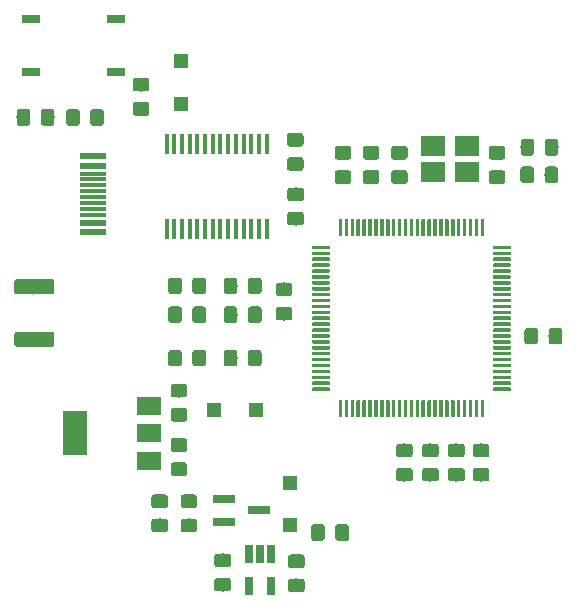
<source format=gtp>
G04 #@! TF.GenerationSoftware,KiCad,Pcbnew,(5.1.4)-1*
G04 #@! TF.CreationDate,2020-03-27T05:00:20+09:00*
G04 #@! TF.ProjectId,Meno,4d656e6f-2e6b-4696-9361-645f70636258,rev?*
G04 #@! TF.SameCoordinates,PX6cf7820PY7a67730*
G04 #@! TF.FileFunction,Paste,Top*
G04 #@! TF.FilePolarity,Positive*
%FSLAX46Y46*%
G04 Gerber Fmt 4.6, Leading zero omitted, Abs format (unit mm)*
G04 Created by KiCad (PCBNEW (5.1.4)-1) date 2020-03-27 05:00:20*
%MOMM*%
%LPD*%
G04 APERTURE LIST*
%ADD10C,0.100000*%
%ADD11C,0.300000*%
%ADD12R,1.200000X1.200000*%
%ADD13C,1.150000*%
%ADD14C,1.300000*%
%ADD15R,0.650000X1.560000*%
%ADD16R,1.900000X0.800000*%
%ADD17R,2.300000X0.300000*%
%ADD18R,2.300000X0.600000*%
%ADD19R,2.100000X1.800000*%
%ADD20R,1.538199X0.771200*%
%ADD21R,2.000000X1.500000*%
%ADD22R,2.000000X3.800000*%
%ADD23R,0.450000X1.750000*%
G04 APERTURE END LIST*
D10*
G36*
X40072351Y19424639D02*
G01*
X40079632Y19423559D01*
X40086771Y19421771D01*
X40093701Y19419291D01*
X40100355Y19416144D01*
X40106668Y19412360D01*
X40112579Y19407976D01*
X40118033Y19403033D01*
X40122976Y19397579D01*
X40127360Y19391668D01*
X40131144Y19385355D01*
X40134291Y19378701D01*
X40136771Y19371771D01*
X40138559Y19364632D01*
X40139639Y19357351D01*
X40140000Y19350000D01*
X40140000Y18025000D01*
X40139639Y18017649D01*
X40138559Y18010368D01*
X40136771Y18003229D01*
X40134291Y17996299D01*
X40131144Y17989645D01*
X40127360Y17983332D01*
X40122976Y17977421D01*
X40118033Y17971967D01*
X40112579Y17967024D01*
X40106668Y17962640D01*
X40100355Y17958856D01*
X40093701Y17955709D01*
X40086771Y17953229D01*
X40079632Y17951441D01*
X40072351Y17950361D01*
X40065000Y17950000D01*
X39915000Y17950000D01*
X39907649Y17950361D01*
X39900368Y17951441D01*
X39893229Y17953229D01*
X39886299Y17955709D01*
X39879645Y17958856D01*
X39873332Y17962640D01*
X39867421Y17967024D01*
X39861967Y17971967D01*
X39857024Y17977421D01*
X39852640Y17983332D01*
X39848856Y17989645D01*
X39845709Y17996299D01*
X39843229Y18003229D01*
X39841441Y18010368D01*
X39840361Y18017649D01*
X39840000Y18025000D01*
X39840000Y19350000D01*
X39840361Y19357351D01*
X39841441Y19364632D01*
X39843229Y19371771D01*
X39845709Y19378701D01*
X39848856Y19385355D01*
X39852640Y19391668D01*
X39857024Y19397579D01*
X39861967Y19403033D01*
X39867421Y19407976D01*
X39873332Y19412360D01*
X39879645Y19416144D01*
X39886299Y19419291D01*
X39893229Y19421771D01*
X39900368Y19423559D01*
X39907649Y19424639D01*
X39915000Y19425000D01*
X40065000Y19425000D01*
X40072351Y19424639D01*
X40072351Y19424639D01*
G37*
D11*
X39990000Y18687500D03*
D10*
G36*
X39572351Y19424639D02*
G01*
X39579632Y19423559D01*
X39586771Y19421771D01*
X39593701Y19419291D01*
X39600355Y19416144D01*
X39606668Y19412360D01*
X39612579Y19407976D01*
X39618033Y19403033D01*
X39622976Y19397579D01*
X39627360Y19391668D01*
X39631144Y19385355D01*
X39634291Y19378701D01*
X39636771Y19371771D01*
X39638559Y19364632D01*
X39639639Y19357351D01*
X39640000Y19350000D01*
X39640000Y18025000D01*
X39639639Y18017649D01*
X39638559Y18010368D01*
X39636771Y18003229D01*
X39634291Y17996299D01*
X39631144Y17989645D01*
X39627360Y17983332D01*
X39622976Y17977421D01*
X39618033Y17971967D01*
X39612579Y17967024D01*
X39606668Y17962640D01*
X39600355Y17958856D01*
X39593701Y17955709D01*
X39586771Y17953229D01*
X39579632Y17951441D01*
X39572351Y17950361D01*
X39565000Y17950000D01*
X39415000Y17950000D01*
X39407649Y17950361D01*
X39400368Y17951441D01*
X39393229Y17953229D01*
X39386299Y17955709D01*
X39379645Y17958856D01*
X39373332Y17962640D01*
X39367421Y17967024D01*
X39361967Y17971967D01*
X39357024Y17977421D01*
X39352640Y17983332D01*
X39348856Y17989645D01*
X39345709Y17996299D01*
X39343229Y18003229D01*
X39341441Y18010368D01*
X39340361Y18017649D01*
X39340000Y18025000D01*
X39340000Y19350000D01*
X39340361Y19357351D01*
X39341441Y19364632D01*
X39343229Y19371771D01*
X39345709Y19378701D01*
X39348856Y19385355D01*
X39352640Y19391668D01*
X39357024Y19397579D01*
X39361967Y19403033D01*
X39367421Y19407976D01*
X39373332Y19412360D01*
X39379645Y19416144D01*
X39386299Y19419291D01*
X39393229Y19421771D01*
X39400368Y19423559D01*
X39407649Y19424639D01*
X39415000Y19425000D01*
X39565000Y19425000D01*
X39572351Y19424639D01*
X39572351Y19424639D01*
G37*
D11*
X39490000Y18687500D03*
D10*
G36*
X39072351Y19424639D02*
G01*
X39079632Y19423559D01*
X39086771Y19421771D01*
X39093701Y19419291D01*
X39100355Y19416144D01*
X39106668Y19412360D01*
X39112579Y19407976D01*
X39118033Y19403033D01*
X39122976Y19397579D01*
X39127360Y19391668D01*
X39131144Y19385355D01*
X39134291Y19378701D01*
X39136771Y19371771D01*
X39138559Y19364632D01*
X39139639Y19357351D01*
X39140000Y19350000D01*
X39140000Y18025000D01*
X39139639Y18017649D01*
X39138559Y18010368D01*
X39136771Y18003229D01*
X39134291Y17996299D01*
X39131144Y17989645D01*
X39127360Y17983332D01*
X39122976Y17977421D01*
X39118033Y17971967D01*
X39112579Y17967024D01*
X39106668Y17962640D01*
X39100355Y17958856D01*
X39093701Y17955709D01*
X39086771Y17953229D01*
X39079632Y17951441D01*
X39072351Y17950361D01*
X39065000Y17950000D01*
X38915000Y17950000D01*
X38907649Y17950361D01*
X38900368Y17951441D01*
X38893229Y17953229D01*
X38886299Y17955709D01*
X38879645Y17958856D01*
X38873332Y17962640D01*
X38867421Y17967024D01*
X38861967Y17971967D01*
X38857024Y17977421D01*
X38852640Y17983332D01*
X38848856Y17989645D01*
X38845709Y17996299D01*
X38843229Y18003229D01*
X38841441Y18010368D01*
X38840361Y18017649D01*
X38840000Y18025000D01*
X38840000Y19350000D01*
X38840361Y19357351D01*
X38841441Y19364632D01*
X38843229Y19371771D01*
X38845709Y19378701D01*
X38848856Y19385355D01*
X38852640Y19391668D01*
X38857024Y19397579D01*
X38861967Y19403033D01*
X38867421Y19407976D01*
X38873332Y19412360D01*
X38879645Y19416144D01*
X38886299Y19419291D01*
X38893229Y19421771D01*
X38900368Y19423559D01*
X38907649Y19424639D01*
X38915000Y19425000D01*
X39065000Y19425000D01*
X39072351Y19424639D01*
X39072351Y19424639D01*
G37*
D11*
X38990000Y18687500D03*
D10*
G36*
X38572351Y19424639D02*
G01*
X38579632Y19423559D01*
X38586771Y19421771D01*
X38593701Y19419291D01*
X38600355Y19416144D01*
X38606668Y19412360D01*
X38612579Y19407976D01*
X38618033Y19403033D01*
X38622976Y19397579D01*
X38627360Y19391668D01*
X38631144Y19385355D01*
X38634291Y19378701D01*
X38636771Y19371771D01*
X38638559Y19364632D01*
X38639639Y19357351D01*
X38640000Y19350000D01*
X38640000Y18025000D01*
X38639639Y18017649D01*
X38638559Y18010368D01*
X38636771Y18003229D01*
X38634291Y17996299D01*
X38631144Y17989645D01*
X38627360Y17983332D01*
X38622976Y17977421D01*
X38618033Y17971967D01*
X38612579Y17967024D01*
X38606668Y17962640D01*
X38600355Y17958856D01*
X38593701Y17955709D01*
X38586771Y17953229D01*
X38579632Y17951441D01*
X38572351Y17950361D01*
X38565000Y17950000D01*
X38415000Y17950000D01*
X38407649Y17950361D01*
X38400368Y17951441D01*
X38393229Y17953229D01*
X38386299Y17955709D01*
X38379645Y17958856D01*
X38373332Y17962640D01*
X38367421Y17967024D01*
X38361967Y17971967D01*
X38357024Y17977421D01*
X38352640Y17983332D01*
X38348856Y17989645D01*
X38345709Y17996299D01*
X38343229Y18003229D01*
X38341441Y18010368D01*
X38340361Y18017649D01*
X38340000Y18025000D01*
X38340000Y19350000D01*
X38340361Y19357351D01*
X38341441Y19364632D01*
X38343229Y19371771D01*
X38345709Y19378701D01*
X38348856Y19385355D01*
X38352640Y19391668D01*
X38357024Y19397579D01*
X38361967Y19403033D01*
X38367421Y19407976D01*
X38373332Y19412360D01*
X38379645Y19416144D01*
X38386299Y19419291D01*
X38393229Y19421771D01*
X38400368Y19423559D01*
X38407649Y19424639D01*
X38415000Y19425000D01*
X38565000Y19425000D01*
X38572351Y19424639D01*
X38572351Y19424639D01*
G37*
D11*
X38490000Y18687500D03*
D10*
G36*
X38072351Y19424639D02*
G01*
X38079632Y19423559D01*
X38086771Y19421771D01*
X38093701Y19419291D01*
X38100355Y19416144D01*
X38106668Y19412360D01*
X38112579Y19407976D01*
X38118033Y19403033D01*
X38122976Y19397579D01*
X38127360Y19391668D01*
X38131144Y19385355D01*
X38134291Y19378701D01*
X38136771Y19371771D01*
X38138559Y19364632D01*
X38139639Y19357351D01*
X38140000Y19350000D01*
X38140000Y18025000D01*
X38139639Y18017649D01*
X38138559Y18010368D01*
X38136771Y18003229D01*
X38134291Y17996299D01*
X38131144Y17989645D01*
X38127360Y17983332D01*
X38122976Y17977421D01*
X38118033Y17971967D01*
X38112579Y17967024D01*
X38106668Y17962640D01*
X38100355Y17958856D01*
X38093701Y17955709D01*
X38086771Y17953229D01*
X38079632Y17951441D01*
X38072351Y17950361D01*
X38065000Y17950000D01*
X37915000Y17950000D01*
X37907649Y17950361D01*
X37900368Y17951441D01*
X37893229Y17953229D01*
X37886299Y17955709D01*
X37879645Y17958856D01*
X37873332Y17962640D01*
X37867421Y17967024D01*
X37861967Y17971967D01*
X37857024Y17977421D01*
X37852640Y17983332D01*
X37848856Y17989645D01*
X37845709Y17996299D01*
X37843229Y18003229D01*
X37841441Y18010368D01*
X37840361Y18017649D01*
X37840000Y18025000D01*
X37840000Y19350000D01*
X37840361Y19357351D01*
X37841441Y19364632D01*
X37843229Y19371771D01*
X37845709Y19378701D01*
X37848856Y19385355D01*
X37852640Y19391668D01*
X37857024Y19397579D01*
X37861967Y19403033D01*
X37867421Y19407976D01*
X37873332Y19412360D01*
X37879645Y19416144D01*
X37886299Y19419291D01*
X37893229Y19421771D01*
X37900368Y19423559D01*
X37907649Y19424639D01*
X37915000Y19425000D01*
X38065000Y19425000D01*
X38072351Y19424639D01*
X38072351Y19424639D01*
G37*
D11*
X37990000Y18687500D03*
D10*
G36*
X37572351Y19424639D02*
G01*
X37579632Y19423559D01*
X37586771Y19421771D01*
X37593701Y19419291D01*
X37600355Y19416144D01*
X37606668Y19412360D01*
X37612579Y19407976D01*
X37618033Y19403033D01*
X37622976Y19397579D01*
X37627360Y19391668D01*
X37631144Y19385355D01*
X37634291Y19378701D01*
X37636771Y19371771D01*
X37638559Y19364632D01*
X37639639Y19357351D01*
X37640000Y19350000D01*
X37640000Y18025000D01*
X37639639Y18017649D01*
X37638559Y18010368D01*
X37636771Y18003229D01*
X37634291Y17996299D01*
X37631144Y17989645D01*
X37627360Y17983332D01*
X37622976Y17977421D01*
X37618033Y17971967D01*
X37612579Y17967024D01*
X37606668Y17962640D01*
X37600355Y17958856D01*
X37593701Y17955709D01*
X37586771Y17953229D01*
X37579632Y17951441D01*
X37572351Y17950361D01*
X37565000Y17950000D01*
X37415000Y17950000D01*
X37407649Y17950361D01*
X37400368Y17951441D01*
X37393229Y17953229D01*
X37386299Y17955709D01*
X37379645Y17958856D01*
X37373332Y17962640D01*
X37367421Y17967024D01*
X37361967Y17971967D01*
X37357024Y17977421D01*
X37352640Y17983332D01*
X37348856Y17989645D01*
X37345709Y17996299D01*
X37343229Y18003229D01*
X37341441Y18010368D01*
X37340361Y18017649D01*
X37340000Y18025000D01*
X37340000Y19350000D01*
X37340361Y19357351D01*
X37341441Y19364632D01*
X37343229Y19371771D01*
X37345709Y19378701D01*
X37348856Y19385355D01*
X37352640Y19391668D01*
X37357024Y19397579D01*
X37361967Y19403033D01*
X37367421Y19407976D01*
X37373332Y19412360D01*
X37379645Y19416144D01*
X37386299Y19419291D01*
X37393229Y19421771D01*
X37400368Y19423559D01*
X37407649Y19424639D01*
X37415000Y19425000D01*
X37565000Y19425000D01*
X37572351Y19424639D01*
X37572351Y19424639D01*
G37*
D11*
X37490000Y18687500D03*
D10*
G36*
X37072351Y19424639D02*
G01*
X37079632Y19423559D01*
X37086771Y19421771D01*
X37093701Y19419291D01*
X37100355Y19416144D01*
X37106668Y19412360D01*
X37112579Y19407976D01*
X37118033Y19403033D01*
X37122976Y19397579D01*
X37127360Y19391668D01*
X37131144Y19385355D01*
X37134291Y19378701D01*
X37136771Y19371771D01*
X37138559Y19364632D01*
X37139639Y19357351D01*
X37140000Y19350000D01*
X37140000Y18025000D01*
X37139639Y18017649D01*
X37138559Y18010368D01*
X37136771Y18003229D01*
X37134291Y17996299D01*
X37131144Y17989645D01*
X37127360Y17983332D01*
X37122976Y17977421D01*
X37118033Y17971967D01*
X37112579Y17967024D01*
X37106668Y17962640D01*
X37100355Y17958856D01*
X37093701Y17955709D01*
X37086771Y17953229D01*
X37079632Y17951441D01*
X37072351Y17950361D01*
X37065000Y17950000D01*
X36915000Y17950000D01*
X36907649Y17950361D01*
X36900368Y17951441D01*
X36893229Y17953229D01*
X36886299Y17955709D01*
X36879645Y17958856D01*
X36873332Y17962640D01*
X36867421Y17967024D01*
X36861967Y17971967D01*
X36857024Y17977421D01*
X36852640Y17983332D01*
X36848856Y17989645D01*
X36845709Y17996299D01*
X36843229Y18003229D01*
X36841441Y18010368D01*
X36840361Y18017649D01*
X36840000Y18025000D01*
X36840000Y19350000D01*
X36840361Y19357351D01*
X36841441Y19364632D01*
X36843229Y19371771D01*
X36845709Y19378701D01*
X36848856Y19385355D01*
X36852640Y19391668D01*
X36857024Y19397579D01*
X36861967Y19403033D01*
X36867421Y19407976D01*
X36873332Y19412360D01*
X36879645Y19416144D01*
X36886299Y19419291D01*
X36893229Y19421771D01*
X36900368Y19423559D01*
X36907649Y19424639D01*
X36915000Y19425000D01*
X37065000Y19425000D01*
X37072351Y19424639D01*
X37072351Y19424639D01*
G37*
D11*
X36990000Y18687500D03*
D10*
G36*
X36572351Y19424639D02*
G01*
X36579632Y19423559D01*
X36586771Y19421771D01*
X36593701Y19419291D01*
X36600355Y19416144D01*
X36606668Y19412360D01*
X36612579Y19407976D01*
X36618033Y19403033D01*
X36622976Y19397579D01*
X36627360Y19391668D01*
X36631144Y19385355D01*
X36634291Y19378701D01*
X36636771Y19371771D01*
X36638559Y19364632D01*
X36639639Y19357351D01*
X36640000Y19350000D01*
X36640000Y18025000D01*
X36639639Y18017649D01*
X36638559Y18010368D01*
X36636771Y18003229D01*
X36634291Y17996299D01*
X36631144Y17989645D01*
X36627360Y17983332D01*
X36622976Y17977421D01*
X36618033Y17971967D01*
X36612579Y17967024D01*
X36606668Y17962640D01*
X36600355Y17958856D01*
X36593701Y17955709D01*
X36586771Y17953229D01*
X36579632Y17951441D01*
X36572351Y17950361D01*
X36565000Y17950000D01*
X36415000Y17950000D01*
X36407649Y17950361D01*
X36400368Y17951441D01*
X36393229Y17953229D01*
X36386299Y17955709D01*
X36379645Y17958856D01*
X36373332Y17962640D01*
X36367421Y17967024D01*
X36361967Y17971967D01*
X36357024Y17977421D01*
X36352640Y17983332D01*
X36348856Y17989645D01*
X36345709Y17996299D01*
X36343229Y18003229D01*
X36341441Y18010368D01*
X36340361Y18017649D01*
X36340000Y18025000D01*
X36340000Y19350000D01*
X36340361Y19357351D01*
X36341441Y19364632D01*
X36343229Y19371771D01*
X36345709Y19378701D01*
X36348856Y19385355D01*
X36352640Y19391668D01*
X36357024Y19397579D01*
X36361967Y19403033D01*
X36367421Y19407976D01*
X36373332Y19412360D01*
X36379645Y19416144D01*
X36386299Y19419291D01*
X36393229Y19421771D01*
X36400368Y19423559D01*
X36407649Y19424639D01*
X36415000Y19425000D01*
X36565000Y19425000D01*
X36572351Y19424639D01*
X36572351Y19424639D01*
G37*
D11*
X36490000Y18687500D03*
D10*
G36*
X36072351Y19424639D02*
G01*
X36079632Y19423559D01*
X36086771Y19421771D01*
X36093701Y19419291D01*
X36100355Y19416144D01*
X36106668Y19412360D01*
X36112579Y19407976D01*
X36118033Y19403033D01*
X36122976Y19397579D01*
X36127360Y19391668D01*
X36131144Y19385355D01*
X36134291Y19378701D01*
X36136771Y19371771D01*
X36138559Y19364632D01*
X36139639Y19357351D01*
X36140000Y19350000D01*
X36140000Y18025000D01*
X36139639Y18017649D01*
X36138559Y18010368D01*
X36136771Y18003229D01*
X36134291Y17996299D01*
X36131144Y17989645D01*
X36127360Y17983332D01*
X36122976Y17977421D01*
X36118033Y17971967D01*
X36112579Y17967024D01*
X36106668Y17962640D01*
X36100355Y17958856D01*
X36093701Y17955709D01*
X36086771Y17953229D01*
X36079632Y17951441D01*
X36072351Y17950361D01*
X36065000Y17950000D01*
X35915000Y17950000D01*
X35907649Y17950361D01*
X35900368Y17951441D01*
X35893229Y17953229D01*
X35886299Y17955709D01*
X35879645Y17958856D01*
X35873332Y17962640D01*
X35867421Y17967024D01*
X35861967Y17971967D01*
X35857024Y17977421D01*
X35852640Y17983332D01*
X35848856Y17989645D01*
X35845709Y17996299D01*
X35843229Y18003229D01*
X35841441Y18010368D01*
X35840361Y18017649D01*
X35840000Y18025000D01*
X35840000Y19350000D01*
X35840361Y19357351D01*
X35841441Y19364632D01*
X35843229Y19371771D01*
X35845709Y19378701D01*
X35848856Y19385355D01*
X35852640Y19391668D01*
X35857024Y19397579D01*
X35861967Y19403033D01*
X35867421Y19407976D01*
X35873332Y19412360D01*
X35879645Y19416144D01*
X35886299Y19419291D01*
X35893229Y19421771D01*
X35900368Y19423559D01*
X35907649Y19424639D01*
X35915000Y19425000D01*
X36065000Y19425000D01*
X36072351Y19424639D01*
X36072351Y19424639D01*
G37*
D11*
X35990000Y18687500D03*
D10*
G36*
X35572351Y19424639D02*
G01*
X35579632Y19423559D01*
X35586771Y19421771D01*
X35593701Y19419291D01*
X35600355Y19416144D01*
X35606668Y19412360D01*
X35612579Y19407976D01*
X35618033Y19403033D01*
X35622976Y19397579D01*
X35627360Y19391668D01*
X35631144Y19385355D01*
X35634291Y19378701D01*
X35636771Y19371771D01*
X35638559Y19364632D01*
X35639639Y19357351D01*
X35640000Y19350000D01*
X35640000Y18025000D01*
X35639639Y18017649D01*
X35638559Y18010368D01*
X35636771Y18003229D01*
X35634291Y17996299D01*
X35631144Y17989645D01*
X35627360Y17983332D01*
X35622976Y17977421D01*
X35618033Y17971967D01*
X35612579Y17967024D01*
X35606668Y17962640D01*
X35600355Y17958856D01*
X35593701Y17955709D01*
X35586771Y17953229D01*
X35579632Y17951441D01*
X35572351Y17950361D01*
X35565000Y17950000D01*
X35415000Y17950000D01*
X35407649Y17950361D01*
X35400368Y17951441D01*
X35393229Y17953229D01*
X35386299Y17955709D01*
X35379645Y17958856D01*
X35373332Y17962640D01*
X35367421Y17967024D01*
X35361967Y17971967D01*
X35357024Y17977421D01*
X35352640Y17983332D01*
X35348856Y17989645D01*
X35345709Y17996299D01*
X35343229Y18003229D01*
X35341441Y18010368D01*
X35340361Y18017649D01*
X35340000Y18025000D01*
X35340000Y19350000D01*
X35340361Y19357351D01*
X35341441Y19364632D01*
X35343229Y19371771D01*
X35345709Y19378701D01*
X35348856Y19385355D01*
X35352640Y19391668D01*
X35357024Y19397579D01*
X35361967Y19403033D01*
X35367421Y19407976D01*
X35373332Y19412360D01*
X35379645Y19416144D01*
X35386299Y19419291D01*
X35393229Y19421771D01*
X35400368Y19423559D01*
X35407649Y19424639D01*
X35415000Y19425000D01*
X35565000Y19425000D01*
X35572351Y19424639D01*
X35572351Y19424639D01*
G37*
D11*
X35490000Y18687500D03*
D10*
G36*
X35072351Y19424639D02*
G01*
X35079632Y19423559D01*
X35086771Y19421771D01*
X35093701Y19419291D01*
X35100355Y19416144D01*
X35106668Y19412360D01*
X35112579Y19407976D01*
X35118033Y19403033D01*
X35122976Y19397579D01*
X35127360Y19391668D01*
X35131144Y19385355D01*
X35134291Y19378701D01*
X35136771Y19371771D01*
X35138559Y19364632D01*
X35139639Y19357351D01*
X35140000Y19350000D01*
X35140000Y18025000D01*
X35139639Y18017649D01*
X35138559Y18010368D01*
X35136771Y18003229D01*
X35134291Y17996299D01*
X35131144Y17989645D01*
X35127360Y17983332D01*
X35122976Y17977421D01*
X35118033Y17971967D01*
X35112579Y17967024D01*
X35106668Y17962640D01*
X35100355Y17958856D01*
X35093701Y17955709D01*
X35086771Y17953229D01*
X35079632Y17951441D01*
X35072351Y17950361D01*
X35065000Y17950000D01*
X34915000Y17950000D01*
X34907649Y17950361D01*
X34900368Y17951441D01*
X34893229Y17953229D01*
X34886299Y17955709D01*
X34879645Y17958856D01*
X34873332Y17962640D01*
X34867421Y17967024D01*
X34861967Y17971967D01*
X34857024Y17977421D01*
X34852640Y17983332D01*
X34848856Y17989645D01*
X34845709Y17996299D01*
X34843229Y18003229D01*
X34841441Y18010368D01*
X34840361Y18017649D01*
X34840000Y18025000D01*
X34840000Y19350000D01*
X34840361Y19357351D01*
X34841441Y19364632D01*
X34843229Y19371771D01*
X34845709Y19378701D01*
X34848856Y19385355D01*
X34852640Y19391668D01*
X34857024Y19397579D01*
X34861967Y19403033D01*
X34867421Y19407976D01*
X34873332Y19412360D01*
X34879645Y19416144D01*
X34886299Y19419291D01*
X34893229Y19421771D01*
X34900368Y19423559D01*
X34907649Y19424639D01*
X34915000Y19425000D01*
X35065000Y19425000D01*
X35072351Y19424639D01*
X35072351Y19424639D01*
G37*
D11*
X34990000Y18687500D03*
D10*
G36*
X34572351Y19424639D02*
G01*
X34579632Y19423559D01*
X34586771Y19421771D01*
X34593701Y19419291D01*
X34600355Y19416144D01*
X34606668Y19412360D01*
X34612579Y19407976D01*
X34618033Y19403033D01*
X34622976Y19397579D01*
X34627360Y19391668D01*
X34631144Y19385355D01*
X34634291Y19378701D01*
X34636771Y19371771D01*
X34638559Y19364632D01*
X34639639Y19357351D01*
X34640000Y19350000D01*
X34640000Y18025000D01*
X34639639Y18017649D01*
X34638559Y18010368D01*
X34636771Y18003229D01*
X34634291Y17996299D01*
X34631144Y17989645D01*
X34627360Y17983332D01*
X34622976Y17977421D01*
X34618033Y17971967D01*
X34612579Y17967024D01*
X34606668Y17962640D01*
X34600355Y17958856D01*
X34593701Y17955709D01*
X34586771Y17953229D01*
X34579632Y17951441D01*
X34572351Y17950361D01*
X34565000Y17950000D01*
X34415000Y17950000D01*
X34407649Y17950361D01*
X34400368Y17951441D01*
X34393229Y17953229D01*
X34386299Y17955709D01*
X34379645Y17958856D01*
X34373332Y17962640D01*
X34367421Y17967024D01*
X34361967Y17971967D01*
X34357024Y17977421D01*
X34352640Y17983332D01*
X34348856Y17989645D01*
X34345709Y17996299D01*
X34343229Y18003229D01*
X34341441Y18010368D01*
X34340361Y18017649D01*
X34340000Y18025000D01*
X34340000Y19350000D01*
X34340361Y19357351D01*
X34341441Y19364632D01*
X34343229Y19371771D01*
X34345709Y19378701D01*
X34348856Y19385355D01*
X34352640Y19391668D01*
X34357024Y19397579D01*
X34361967Y19403033D01*
X34367421Y19407976D01*
X34373332Y19412360D01*
X34379645Y19416144D01*
X34386299Y19419291D01*
X34393229Y19421771D01*
X34400368Y19423559D01*
X34407649Y19424639D01*
X34415000Y19425000D01*
X34565000Y19425000D01*
X34572351Y19424639D01*
X34572351Y19424639D01*
G37*
D11*
X34490000Y18687500D03*
D10*
G36*
X34072351Y19424639D02*
G01*
X34079632Y19423559D01*
X34086771Y19421771D01*
X34093701Y19419291D01*
X34100355Y19416144D01*
X34106668Y19412360D01*
X34112579Y19407976D01*
X34118033Y19403033D01*
X34122976Y19397579D01*
X34127360Y19391668D01*
X34131144Y19385355D01*
X34134291Y19378701D01*
X34136771Y19371771D01*
X34138559Y19364632D01*
X34139639Y19357351D01*
X34140000Y19350000D01*
X34140000Y18025000D01*
X34139639Y18017649D01*
X34138559Y18010368D01*
X34136771Y18003229D01*
X34134291Y17996299D01*
X34131144Y17989645D01*
X34127360Y17983332D01*
X34122976Y17977421D01*
X34118033Y17971967D01*
X34112579Y17967024D01*
X34106668Y17962640D01*
X34100355Y17958856D01*
X34093701Y17955709D01*
X34086771Y17953229D01*
X34079632Y17951441D01*
X34072351Y17950361D01*
X34065000Y17950000D01*
X33915000Y17950000D01*
X33907649Y17950361D01*
X33900368Y17951441D01*
X33893229Y17953229D01*
X33886299Y17955709D01*
X33879645Y17958856D01*
X33873332Y17962640D01*
X33867421Y17967024D01*
X33861967Y17971967D01*
X33857024Y17977421D01*
X33852640Y17983332D01*
X33848856Y17989645D01*
X33845709Y17996299D01*
X33843229Y18003229D01*
X33841441Y18010368D01*
X33840361Y18017649D01*
X33840000Y18025000D01*
X33840000Y19350000D01*
X33840361Y19357351D01*
X33841441Y19364632D01*
X33843229Y19371771D01*
X33845709Y19378701D01*
X33848856Y19385355D01*
X33852640Y19391668D01*
X33857024Y19397579D01*
X33861967Y19403033D01*
X33867421Y19407976D01*
X33873332Y19412360D01*
X33879645Y19416144D01*
X33886299Y19419291D01*
X33893229Y19421771D01*
X33900368Y19423559D01*
X33907649Y19424639D01*
X33915000Y19425000D01*
X34065000Y19425000D01*
X34072351Y19424639D01*
X34072351Y19424639D01*
G37*
D11*
X33990000Y18687500D03*
D10*
G36*
X33572351Y19424639D02*
G01*
X33579632Y19423559D01*
X33586771Y19421771D01*
X33593701Y19419291D01*
X33600355Y19416144D01*
X33606668Y19412360D01*
X33612579Y19407976D01*
X33618033Y19403033D01*
X33622976Y19397579D01*
X33627360Y19391668D01*
X33631144Y19385355D01*
X33634291Y19378701D01*
X33636771Y19371771D01*
X33638559Y19364632D01*
X33639639Y19357351D01*
X33640000Y19350000D01*
X33640000Y18025000D01*
X33639639Y18017649D01*
X33638559Y18010368D01*
X33636771Y18003229D01*
X33634291Y17996299D01*
X33631144Y17989645D01*
X33627360Y17983332D01*
X33622976Y17977421D01*
X33618033Y17971967D01*
X33612579Y17967024D01*
X33606668Y17962640D01*
X33600355Y17958856D01*
X33593701Y17955709D01*
X33586771Y17953229D01*
X33579632Y17951441D01*
X33572351Y17950361D01*
X33565000Y17950000D01*
X33415000Y17950000D01*
X33407649Y17950361D01*
X33400368Y17951441D01*
X33393229Y17953229D01*
X33386299Y17955709D01*
X33379645Y17958856D01*
X33373332Y17962640D01*
X33367421Y17967024D01*
X33361967Y17971967D01*
X33357024Y17977421D01*
X33352640Y17983332D01*
X33348856Y17989645D01*
X33345709Y17996299D01*
X33343229Y18003229D01*
X33341441Y18010368D01*
X33340361Y18017649D01*
X33340000Y18025000D01*
X33340000Y19350000D01*
X33340361Y19357351D01*
X33341441Y19364632D01*
X33343229Y19371771D01*
X33345709Y19378701D01*
X33348856Y19385355D01*
X33352640Y19391668D01*
X33357024Y19397579D01*
X33361967Y19403033D01*
X33367421Y19407976D01*
X33373332Y19412360D01*
X33379645Y19416144D01*
X33386299Y19419291D01*
X33393229Y19421771D01*
X33400368Y19423559D01*
X33407649Y19424639D01*
X33415000Y19425000D01*
X33565000Y19425000D01*
X33572351Y19424639D01*
X33572351Y19424639D01*
G37*
D11*
X33490000Y18687500D03*
D10*
G36*
X33072351Y19424639D02*
G01*
X33079632Y19423559D01*
X33086771Y19421771D01*
X33093701Y19419291D01*
X33100355Y19416144D01*
X33106668Y19412360D01*
X33112579Y19407976D01*
X33118033Y19403033D01*
X33122976Y19397579D01*
X33127360Y19391668D01*
X33131144Y19385355D01*
X33134291Y19378701D01*
X33136771Y19371771D01*
X33138559Y19364632D01*
X33139639Y19357351D01*
X33140000Y19350000D01*
X33140000Y18025000D01*
X33139639Y18017649D01*
X33138559Y18010368D01*
X33136771Y18003229D01*
X33134291Y17996299D01*
X33131144Y17989645D01*
X33127360Y17983332D01*
X33122976Y17977421D01*
X33118033Y17971967D01*
X33112579Y17967024D01*
X33106668Y17962640D01*
X33100355Y17958856D01*
X33093701Y17955709D01*
X33086771Y17953229D01*
X33079632Y17951441D01*
X33072351Y17950361D01*
X33065000Y17950000D01*
X32915000Y17950000D01*
X32907649Y17950361D01*
X32900368Y17951441D01*
X32893229Y17953229D01*
X32886299Y17955709D01*
X32879645Y17958856D01*
X32873332Y17962640D01*
X32867421Y17967024D01*
X32861967Y17971967D01*
X32857024Y17977421D01*
X32852640Y17983332D01*
X32848856Y17989645D01*
X32845709Y17996299D01*
X32843229Y18003229D01*
X32841441Y18010368D01*
X32840361Y18017649D01*
X32840000Y18025000D01*
X32840000Y19350000D01*
X32840361Y19357351D01*
X32841441Y19364632D01*
X32843229Y19371771D01*
X32845709Y19378701D01*
X32848856Y19385355D01*
X32852640Y19391668D01*
X32857024Y19397579D01*
X32861967Y19403033D01*
X32867421Y19407976D01*
X32873332Y19412360D01*
X32879645Y19416144D01*
X32886299Y19419291D01*
X32893229Y19421771D01*
X32900368Y19423559D01*
X32907649Y19424639D01*
X32915000Y19425000D01*
X33065000Y19425000D01*
X33072351Y19424639D01*
X33072351Y19424639D01*
G37*
D11*
X32990000Y18687500D03*
D10*
G36*
X32572351Y19424639D02*
G01*
X32579632Y19423559D01*
X32586771Y19421771D01*
X32593701Y19419291D01*
X32600355Y19416144D01*
X32606668Y19412360D01*
X32612579Y19407976D01*
X32618033Y19403033D01*
X32622976Y19397579D01*
X32627360Y19391668D01*
X32631144Y19385355D01*
X32634291Y19378701D01*
X32636771Y19371771D01*
X32638559Y19364632D01*
X32639639Y19357351D01*
X32640000Y19350000D01*
X32640000Y18025000D01*
X32639639Y18017649D01*
X32638559Y18010368D01*
X32636771Y18003229D01*
X32634291Y17996299D01*
X32631144Y17989645D01*
X32627360Y17983332D01*
X32622976Y17977421D01*
X32618033Y17971967D01*
X32612579Y17967024D01*
X32606668Y17962640D01*
X32600355Y17958856D01*
X32593701Y17955709D01*
X32586771Y17953229D01*
X32579632Y17951441D01*
X32572351Y17950361D01*
X32565000Y17950000D01*
X32415000Y17950000D01*
X32407649Y17950361D01*
X32400368Y17951441D01*
X32393229Y17953229D01*
X32386299Y17955709D01*
X32379645Y17958856D01*
X32373332Y17962640D01*
X32367421Y17967024D01*
X32361967Y17971967D01*
X32357024Y17977421D01*
X32352640Y17983332D01*
X32348856Y17989645D01*
X32345709Y17996299D01*
X32343229Y18003229D01*
X32341441Y18010368D01*
X32340361Y18017649D01*
X32340000Y18025000D01*
X32340000Y19350000D01*
X32340361Y19357351D01*
X32341441Y19364632D01*
X32343229Y19371771D01*
X32345709Y19378701D01*
X32348856Y19385355D01*
X32352640Y19391668D01*
X32357024Y19397579D01*
X32361967Y19403033D01*
X32367421Y19407976D01*
X32373332Y19412360D01*
X32379645Y19416144D01*
X32386299Y19419291D01*
X32393229Y19421771D01*
X32400368Y19423559D01*
X32407649Y19424639D01*
X32415000Y19425000D01*
X32565000Y19425000D01*
X32572351Y19424639D01*
X32572351Y19424639D01*
G37*
D11*
X32490000Y18687500D03*
D10*
G36*
X32072351Y19424639D02*
G01*
X32079632Y19423559D01*
X32086771Y19421771D01*
X32093701Y19419291D01*
X32100355Y19416144D01*
X32106668Y19412360D01*
X32112579Y19407976D01*
X32118033Y19403033D01*
X32122976Y19397579D01*
X32127360Y19391668D01*
X32131144Y19385355D01*
X32134291Y19378701D01*
X32136771Y19371771D01*
X32138559Y19364632D01*
X32139639Y19357351D01*
X32140000Y19350000D01*
X32140000Y18025000D01*
X32139639Y18017649D01*
X32138559Y18010368D01*
X32136771Y18003229D01*
X32134291Y17996299D01*
X32131144Y17989645D01*
X32127360Y17983332D01*
X32122976Y17977421D01*
X32118033Y17971967D01*
X32112579Y17967024D01*
X32106668Y17962640D01*
X32100355Y17958856D01*
X32093701Y17955709D01*
X32086771Y17953229D01*
X32079632Y17951441D01*
X32072351Y17950361D01*
X32065000Y17950000D01*
X31915000Y17950000D01*
X31907649Y17950361D01*
X31900368Y17951441D01*
X31893229Y17953229D01*
X31886299Y17955709D01*
X31879645Y17958856D01*
X31873332Y17962640D01*
X31867421Y17967024D01*
X31861967Y17971967D01*
X31857024Y17977421D01*
X31852640Y17983332D01*
X31848856Y17989645D01*
X31845709Y17996299D01*
X31843229Y18003229D01*
X31841441Y18010368D01*
X31840361Y18017649D01*
X31840000Y18025000D01*
X31840000Y19350000D01*
X31840361Y19357351D01*
X31841441Y19364632D01*
X31843229Y19371771D01*
X31845709Y19378701D01*
X31848856Y19385355D01*
X31852640Y19391668D01*
X31857024Y19397579D01*
X31861967Y19403033D01*
X31867421Y19407976D01*
X31873332Y19412360D01*
X31879645Y19416144D01*
X31886299Y19419291D01*
X31893229Y19421771D01*
X31900368Y19423559D01*
X31907649Y19424639D01*
X31915000Y19425000D01*
X32065000Y19425000D01*
X32072351Y19424639D01*
X32072351Y19424639D01*
G37*
D11*
X31990000Y18687500D03*
D10*
G36*
X31572351Y19424639D02*
G01*
X31579632Y19423559D01*
X31586771Y19421771D01*
X31593701Y19419291D01*
X31600355Y19416144D01*
X31606668Y19412360D01*
X31612579Y19407976D01*
X31618033Y19403033D01*
X31622976Y19397579D01*
X31627360Y19391668D01*
X31631144Y19385355D01*
X31634291Y19378701D01*
X31636771Y19371771D01*
X31638559Y19364632D01*
X31639639Y19357351D01*
X31640000Y19350000D01*
X31640000Y18025000D01*
X31639639Y18017649D01*
X31638559Y18010368D01*
X31636771Y18003229D01*
X31634291Y17996299D01*
X31631144Y17989645D01*
X31627360Y17983332D01*
X31622976Y17977421D01*
X31618033Y17971967D01*
X31612579Y17967024D01*
X31606668Y17962640D01*
X31600355Y17958856D01*
X31593701Y17955709D01*
X31586771Y17953229D01*
X31579632Y17951441D01*
X31572351Y17950361D01*
X31565000Y17950000D01*
X31415000Y17950000D01*
X31407649Y17950361D01*
X31400368Y17951441D01*
X31393229Y17953229D01*
X31386299Y17955709D01*
X31379645Y17958856D01*
X31373332Y17962640D01*
X31367421Y17967024D01*
X31361967Y17971967D01*
X31357024Y17977421D01*
X31352640Y17983332D01*
X31348856Y17989645D01*
X31345709Y17996299D01*
X31343229Y18003229D01*
X31341441Y18010368D01*
X31340361Y18017649D01*
X31340000Y18025000D01*
X31340000Y19350000D01*
X31340361Y19357351D01*
X31341441Y19364632D01*
X31343229Y19371771D01*
X31345709Y19378701D01*
X31348856Y19385355D01*
X31352640Y19391668D01*
X31357024Y19397579D01*
X31361967Y19403033D01*
X31367421Y19407976D01*
X31373332Y19412360D01*
X31379645Y19416144D01*
X31386299Y19419291D01*
X31393229Y19421771D01*
X31400368Y19423559D01*
X31407649Y19424639D01*
X31415000Y19425000D01*
X31565000Y19425000D01*
X31572351Y19424639D01*
X31572351Y19424639D01*
G37*
D11*
X31490000Y18687500D03*
D10*
G36*
X31072351Y19424639D02*
G01*
X31079632Y19423559D01*
X31086771Y19421771D01*
X31093701Y19419291D01*
X31100355Y19416144D01*
X31106668Y19412360D01*
X31112579Y19407976D01*
X31118033Y19403033D01*
X31122976Y19397579D01*
X31127360Y19391668D01*
X31131144Y19385355D01*
X31134291Y19378701D01*
X31136771Y19371771D01*
X31138559Y19364632D01*
X31139639Y19357351D01*
X31140000Y19350000D01*
X31140000Y18025000D01*
X31139639Y18017649D01*
X31138559Y18010368D01*
X31136771Y18003229D01*
X31134291Y17996299D01*
X31131144Y17989645D01*
X31127360Y17983332D01*
X31122976Y17977421D01*
X31118033Y17971967D01*
X31112579Y17967024D01*
X31106668Y17962640D01*
X31100355Y17958856D01*
X31093701Y17955709D01*
X31086771Y17953229D01*
X31079632Y17951441D01*
X31072351Y17950361D01*
X31065000Y17950000D01*
X30915000Y17950000D01*
X30907649Y17950361D01*
X30900368Y17951441D01*
X30893229Y17953229D01*
X30886299Y17955709D01*
X30879645Y17958856D01*
X30873332Y17962640D01*
X30867421Y17967024D01*
X30861967Y17971967D01*
X30857024Y17977421D01*
X30852640Y17983332D01*
X30848856Y17989645D01*
X30845709Y17996299D01*
X30843229Y18003229D01*
X30841441Y18010368D01*
X30840361Y18017649D01*
X30840000Y18025000D01*
X30840000Y19350000D01*
X30840361Y19357351D01*
X30841441Y19364632D01*
X30843229Y19371771D01*
X30845709Y19378701D01*
X30848856Y19385355D01*
X30852640Y19391668D01*
X30857024Y19397579D01*
X30861967Y19403033D01*
X30867421Y19407976D01*
X30873332Y19412360D01*
X30879645Y19416144D01*
X30886299Y19419291D01*
X30893229Y19421771D01*
X30900368Y19423559D01*
X30907649Y19424639D01*
X30915000Y19425000D01*
X31065000Y19425000D01*
X31072351Y19424639D01*
X31072351Y19424639D01*
G37*
D11*
X30990000Y18687500D03*
D10*
G36*
X30572351Y19424639D02*
G01*
X30579632Y19423559D01*
X30586771Y19421771D01*
X30593701Y19419291D01*
X30600355Y19416144D01*
X30606668Y19412360D01*
X30612579Y19407976D01*
X30618033Y19403033D01*
X30622976Y19397579D01*
X30627360Y19391668D01*
X30631144Y19385355D01*
X30634291Y19378701D01*
X30636771Y19371771D01*
X30638559Y19364632D01*
X30639639Y19357351D01*
X30640000Y19350000D01*
X30640000Y18025000D01*
X30639639Y18017649D01*
X30638559Y18010368D01*
X30636771Y18003229D01*
X30634291Y17996299D01*
X30631144Y17989645D01*
X30627360Y17983332D01*
X30622976Y17977421D01*
X30618033Y17971967D01*
X30612579Y17967024D01*
X30606668Y17962640D01*
X30600355Y17958856D01*
X30593701Y17955709D01*
X30586771Y17953229D01*
X30579632Y17951441D01*
X30572351Y17950361D01*
X30565000Y17950000D01*
X30415000Y17950000D01*
X30407649Y17950361D01*
X30400368Y17951441D01*
X30393229Y17953229D01*
X30386299Y17955709D01*
X30379645Y17958856D01*
X30373332Y17962640D01*
X30367421Y17967024D01*
X30361967Y17971967D01*
X30357024Y17977421D01*
X30352640Y17983332D01*
X30348856Y17989645D01*
X30345709Y17996299D01*
X30343229Y18003229D01*
X30341441Y18010368D01*
X30340361Y18017649D01*
X30340000Y18025000D01*
X30340000Y19350000D01*
X30340361Y19357351D01*
X30341441Y19364632D01*
X30343229Y19371771D01*
X30345709Y19378701D01*
X30348856Y19385355D01*
X30352640Y19391668D01*
X30357024Y19397579D01*
X30361967Y19403033D01*
X30367421Y19407976D01*
X30373332Y19412360D01*
X30379645Y19416144D01*
X30386299Y19419291D01*
X30393229Y19421771D01*
X30400368Y19423559D01*
X30407649Y19424639D01*
X30415000Y19425000D01*
X30565000Y19425000D01*
X30572351Y19424639D01*
X30572351Y19424639D01*
G37*
D11*
X30490000Y18687500D03*
D10*
G36*
X30072351Y19424639D02*
G01*
X30079632Y19423559D01*
X30086771Y19421771D01*
X30093701Y19419291D01*
X30100355Y19416144D01*
X30106668Y19412360D01*
X30112579Y19407976D01*
X30118033Y19403033D01*
X30122976Y19397579D01*
X30127360Y19391668D01*
X30131144Y19385355D01*
X30134291Y19378701D01*
X30136771Y19371771D01*
X30138559Y19364632D01*
X30139639Y19357351D01*
X30140000Y19350000D01*
X30140000Y18025000D01*
X30139639Y18017649D01*
X30138559Y18010368D01*
X30136771Y18003229D01*
X30134291Y17996299D01*
X30131144Y17989645D01*
X30127360Y17983332D01*
X30122976Y17977421D01*
X30118033Y17971967D01*
X30112579Y17967024D01*
X30106668Y17962640D01*
X30100355Y17958856D01*
X30093701Y17955709D01*
X30086771Y17953229D01*
X30079632Y17951441D01*
X30072351Y17950361D01*
X30065000Y17950000D01*
X29915000Y17950000D01*
X29907649Y17950361D01*
X29900368Y17951441D01*
X29893229Y17953229D01*
X29886299Y17955709D01*
X29879645Y17958856D01*
X29873332Y17962640D01*
X29867421Y17967024D01*
X29861967Y17971967D01*
X29857024Y17977421D01*
X29852640Y17983332D01*
X29848856Y17989645D01*
X29845709Y17996299D01*
X29843229Y18003229D01*
X29841441Y18010368D01*
X29840361Y18017649D01*
X29840000Y18025000D01*
X29840000Y19350000D01*
X29840361Y19357351D01*
X29841441Y19364632D01*
X29843229Y19371771D01*
X29845709Y19378701D01*
X29848856Y19385355D01*
X29852640Y19391668D01*
X29857024Y19397579D01*
X29861967Y19403033D01*
X29867421Y19407976D01*
X29873332Y19412360D01*
X29879645Y19416144D01*
X29886299Y19419291D01*
X29893229Y19421771D01*
X29900368Y19423559D01*
X29907649Y19424639D01*
X29915000Y19425000D01*
X30065000Y19425000D01*
X30072351Y19424639D01*
X30072351Y19424639D01*
G37*
D11*
X29990000Y18687500D03*
D10*
G36*
X29572351Y19424639D02*
G01*
X29579632Y19423559D01*
X29586771Y19421771D01*
X29593701Y19419291D01*
X29600355Y19416144D01*
X29606668Y19412360D01*
X29612579Y19407976D01*
X29618033Y19403033D01*
X29622976Y19397579D01*
X29627360Y19391668D01*
X29631144Y19385355D01*
X29634291Y19378701D01*
X29636771Y19371771D01*
X29638559Y19364632D01*
X29639639Y19357351D01*
X29640000Y19350000D01*
X29640000Y18025000D01*
X29639639Y18017649D01*
X29638559Y18010368D01*
X29636771Y18003229D01*
X29634291Y17996299D01*
X29631144Y17989645D01*
X29627360Y17983332D01*
X29622976Y17977421D01*
X29618033Y17971967D01*
X29612579Y17967024D01*
X29606668Y17962640D01*
X29600355Y17958856D01*
X29593701Y17955709D01*
X29586771Y17953229D01*
X29579632Y17951441D01*
X29572351Y17950361D01*
X29565000Y17950000D01*
X29415000Y17950000D01*
X29407649Y17950361D01*
X29400368Y17951441D01*
X29393229Y17953229D01*
X29386299Y17955709D01*
X29379645Y17958856D01*
X29373332Y17962640D01*
X29367421Y17967024D01*
X29361967Y17971967D01*
X29357024Y17977421D01*
X29352640Y17983332D01*
X29348856Y17989645D01*
X29345709Y17996299D01*
X29343229Y18003229D01*
X29341441Y18010368D01*
X29340361Y18017649D01*
X29340000Y18025000D01*
X29340000Y19350000D01*
X29340361Y19357351D01*
X29341441Y19364632D01*
X29343229Y19371771D01*
X29345709Y19378701D01*
X29348856Y19385355D01*
X29352640Y19391668D01*
X29357024Y19397579D01*
X29361967Y19403033D01*
X29367421Y19407976D01*
X29373332Y19412360D01*
X29379645Y19416144D01*
X29386299Y19419291D01*
X29393229Y19421771D01*
X29400368Y19423559D01*
X29407649Y19424639D01*
X29415000Y19425000D01*
X29565000Y19425000D01*
X29572351Y19424639D01*
X29572351Y19424639D01*
G37*
D11*
X29490000Y18687500D03*
D10*
G36*
X29072351Y19424639D02*
G01*
X29079632Y19423559D01*
X29086771Y19421771D01*
X29093701Y19419291D01*
X29100355Y19416144D01*
X29106668Y19412360D01*
X29112579Y19407976D01*
X29118033Y19403033D01*
X29122976Y19397579D01*
X29127360Y19391668D01*
X29131144Y19385355D01*
X29134291Y19378701D01*
X29136771Y19371771D01*
X29138559Y19364632D01*
X29139639Y19357351D01*
X29140000Y19350000D01*
X29140000Y18025000D01*
X29139639Y18017649D01*
X29138559Y18010368D01*
X29136771Y18003229D01*
X29134291Y17996299D01*
X29131144Y17989645D01*
X29127360Y17983332D01*
X29122976Y17977421D01*
X29118033Y17971967D01*
X29112579Y17967024D01*
X29106668Y17962640D01*
X29100355Y17958856D01*
X29093701Y17955709D01*
X29086771Y17953229D01*
X29079632Y17951441D01*
X29072351Y17950361D01*
X29065000Y17950000D01*
X28915000Y17950000D01*
X28907649Y17950361D01*
X28900368Y17951441D01*
X28893229Y17953229D01*
X28886299Y17955709D01*
X28879645Y17958856D01*
X28873332Y17962640D01*
X28867421Y17967024D01*
X28861967Y17971967D01*
X28857024Y17977421D01*
X28852640Y17983332D01*
X28848856Y17989645D01*
X28845709Y17996299D01*
X28843229Y18003229D01*
X28841441Y18010368D01*
X28840361Y18017649D01*
X28840000Y18025000D01*
X28840000Y19350000D01*
X28840361Y19357351D01*
X28841441Y19364632D01*
X28843229Y19371771D01*
X28845709Y19378701D01*
X28848856Y19385355D01*
X28852640Y19391668D01*
X28857024Y19397579D01*
X28861967Y19403033D01*
X28867421Y19407976D01*
X28873332Y19412360D01*
X28879645Y19416144D01*
X28886299Y19419291D01*
X28893229Y19421771D01*
X28900368Y19423559D01*
X28907649Y19424639D01*
X28915000Y19425000D01*
X29065000Y19425000D01*
X29072351Y19424639D01*
X29072351Y19424639D01*
G37*
D11*
X28990000Y18687500D03*
D10*
G36*
X28572351Y19424639D02*
G01*
X28579632Y19423559D01*
X28586771Y19421771D01*
X28593701Y19419291D01*
X28600355Y19416144D01*
X28606668Y19412360D01*
X28612579Y19407976D01*
X28618033Y19403033D01*
X28622976Y19397579D01*
X28627360Y19391668D01*
X28631144Y19385355D01*
X28634291Y19378701D01*
X28636771Y19371771D01*
X28638559Y19364632D01*
X28639639Y19357351D01*
X28640000Y19350000D01*
X28640000Y18025000D01*
X28639639Y18017649D01*
X28638559Y18010368D01*
X28636771Y18003229D01*
X28634291Y17996299D01*
X28631144Y17989645D01*
X28627360Y17983332D01*
X28622976Y17977421D01*
X28618033Y17971967D01*
X28612579Y17967024D01*
X28606668Y17962640D01*
X28600355Y17958856D01*
X28593701Y17955709D01*
X28586771Y17953229D01*
X28579632Y17951441D01*
X28572351Y17950361D01*
X28565000Y17950000D01*
X28415000Y17950000D01*
X28407649Y17950361D01*
X28400368Y17951441D01*
X28393229Y17953229D01*
X28386299Y17955709D01*
X28379645Y17958856D01*
X28373332Y17962640D01*
X28367421Y17967024D01*
X28361967Y17971967D01*
X28357024Y17977421D01*
X28352640Y17983332D01*
X28348856Y17989645D01*
X28345709Y17996299D01*
X28343229Y18003229D01*
X28341441Y18010368D01*
X28340361Y18017649D01*
X28340000Y18025000D01*
X28340000Y19350000D01*
X28340361Y19357351D01*
X28341441Y19364632D01*
X28343229Y19371771D01*
X28345709Y19378701D01*
X28348856Y19385355D01*
X28352640Y19391668D01*
X28357024Y19397579D01*
X28361967Y19403033D01*
X28367421Y19407976D01*
X28373332Y19412360D01*
X28379645Y19416144D01*
X28386299Y19419291D01*
X28393229Y19421771D01*
X28400368Y19423559D01*
X28407649Y19424639D01*
X28415000Y19425000D01*
X28565000Y19425000D01*
X28572351Y19424639D01*
X28572351Y19424639D01*
G37*
D11*
X28490000Y18687500D03*
D10*
G36*
X28072351Y19424639D02*
G01*
X28079632Y19423559D01*
X28086771Y19421771D01*
X28093701Y19419291D01*
X28100355Y19416144D01*
X28106668Y19412360D01*
X28112579Y19407976D01*
X28118033Y19403033D01*
X28122976Y19397579D01*
X28127360Y19391668D01*
X28131144Y19385355D01*
X28134291Y19378701D01*
X28136771Y19371771D01*
X28138559Y19364632D01*
X28139639Y19357351D01*
X28140000Y19350000D01*
X28140000Y18025000D01*
X28139639Y18017649D01*
X28138559Y18010368D01*
X28136771Y18003229D01*
X28134291Y17996299D01*
X28131144Y17989645D01*
X28127360Y17983332D01*
X28122976Y17977421D01*
X28118033Y17971967D01*
X28112579Y17967024D01*
X28106668Y17962640D01*
X28100355Y17958856D01*
X28093701Y17955709D01*
X28086771Y17953229D01*
X28079632Y17951441D01*
X28072351Y17950361D01*
X28065000Y17950000D01*
X27915000Y17950000D01*
X27907649Y17950361D01*
X27900368Y17951441D01*
X27893229Y17953229D01*
X27886299Y17955709D01*
X27879645Y17958856D01*
X27873332Y17962640D01*
X27867421Y17967024D01*
X27861967Y17971967D01*
X27857024Y17977421D01*
X27852640Y17983332D01*
X27848856Y17989645D01*
X27845709Y17996299D01*
X27843229Y18003229D01*
X27841441Y18010368D01*
X27840361Y18017649D01*
X27840000Y18025000D01*
X27840000Y19350000D01*
X27840361Y19357351D01*
X27841441Y19364632D01*
X27843229Y19371771D01*
X27845709Y19378701D01*
X27848856Y19385355D01*
X27852640Y19391668D01*
X27857024Y19397579D01*
X27861967Y19403033D01*
X27867421Y19407976D01*
X27873332Y19412360D01*
X27879645Y19416144D01*
X27886299Y19419291D01*
X27893229Y19421771D01*
X27900368Y19423559D01*
X27907649Y19424639D01*
X27915000Y19425000D01*
X28065000Y19425000D01*
X28072351Y19424639D01*
X28072351Y19424639D01*
G37*
D11*
X27990000Y18687500D03*
D10*
G36*
X26997351Y20499639D02*
G01*
X27004632Y20498559D01*
X27011771Y20496771D01*
X27018701Y20494291D01*
X27025355Y20491144D01*
X27031668Y20487360D01*
X27037579Y20482976D01*
X27043033Y20478033D01*
X27047976Y20472579D01*
X27052360Y20466668D01*
X27056144Y20460355D01*
X27059291Y20453701D01*
X27061771Y20446771D01*
X27063559Y20439632D01*
X27064639Y20432351D01*
X27065000Y20425000D01*
X27065000Y20275000D01*
X27064639Y20267649D01*
X27063559Y20260368D01*
X27061771Y20253229D01*
X27059291Y20246299D01*
X27056144Y20239645D01*
X27052360Y20233332D01*
X27047976Y20227421D01*
X27043033Y20221967D01*
X27037579Y20217024D01*
X27031668Y20212640D01*
X27025355Y20208856D01*
X27018701Y20205709D01*
X27011771Y20203229D01*
X27004632Y20201441D01*
X26997351Y20200361D01*
X26990000Y20200000D01*
X25665000Y20200000D01*
X25657649Y20200361D01*
X25650368Y20201441D01*
X25643229Y20203229D01*
X25636299Y20205709D01*
X25629645Y20208856D01*
X25623332Y20212640D01*
X25617421Y20217024D01*
X25611967Y20221967D01*
X25607024Y20227421D01*
X25602640Y20233332D01*
X25598856Y20239645D01*
X25595709Y20246299D01*
X25593229Y20253229D01*
X25591441Y20260368D01*
X25590361Y20267649D01*
X25590000Y20275000D01*
X25590000Y20425000D01*
X25590361Y20432351D01*
X25591441Y20439632D01*
X25593229Y20446771D01*
X25595709Y20453701D01*
X25598856Y20460355D01*
X25602640Y20466668D01*
X25607024Y20472579D01*
X25611967Y20478033D01*
X25617421Y20482976D01*
X25623332Y20487360D01*
X25629645Y20491144D01*
X25636299Y20494291D01*
X25643229Y20496771D01*
X25650368Y20498559D01*
X25657649Y20499639D01*
X25665000Y20500000D01*
X26990000Y20500000D01*
X26997351Y20499639D01*
X26997351Y20499639D01*
G37*
D11*
X26327500Y20350000D03*
D10*
G36*
X26997351Y20999639D02*
G01*
X27004632Y20998559D01*
X27011771Y20996771D01*
X27018701Y20994291D01*
X27025355Y20991144D01*
X27031668Y20987360D01*
X27037579Y20982976D01*
X27043033Y20978033D01*
X27047976Y20972579D01*
X27052360Y20966668D01*
X27056144Y20960355D01*
X27059291Y20953701D01*
X27061771Y20946771D01*
X27063559Y20939632D01*
X27064639Y20932351D01*
X27065000Y20925000D01*
X27065000Y20775000D01*
X27064639Y20767649D01*
X27063559Y20760368D01*
X27061771Y20753229D01*
X27059291Y20746299D01*
X27056144Y20739645D01*
X27052360Y20733332D01*
X27047976Y20727421D01*
X27043033Y20721967D01*
X27037579Y20717024D01*
X27031668Y20712640D01*
X27025355Y20708856D01*
X27018701Y20705709D01*
X27011771Y20703229D01*
X27004632Y20701441D01*
X26997351Y20700361D01*
X26990000Y20700000D01*
X25665000Y20700000D01*
X25657649Y20700361D01*
X25650368Y20701441D01*
X25643229Y20703229D01*
X25636299Y20705709D01*
X25629645Y20708856D01*
X25623332Y20712640D01*
X25617421Y20717024D01*
X25611967Y20721967D01*
X25607024Y20727421D01*
X25602640Y20733332D01*
X25598856Y20739645D01*
X25595709Y20746299D01*
X25593229Y20753229D01*
X25591441Y20760368D01*
X25590361Y20767649D01*
X25590000Y20775000D01*
X25590000Y20925000D01*
X25590361Y20932351D01*
X25591441Y20939632D01*
X25593229Y20946771D01*
X25595709Y20953701D01*
X25598856Y20960355D01*
X25602640Y20966668D01*
X25607024Y20972579D01*
X25611967Y20978033D01*
X25617421Y20982976D01*
X25623332Y20987360D01*
X25629645Y20991144D01*
X25636299Y20994291D01*
X25643229Y20996771D01*
X25650368Y20998559D01*
X25657649Y20999639D01*
X25665000Y21000000D01*
X26990000Y21000000D01*
X26997351Y20999639D01*
X26997351Y20999639D01*
G37*
D11*
X26327500Y20850000D03*
D10*
G36*
X26997351Y21499639D02*
G01*
X27004632Y21498559D01*
X27011771Y21496771D01*
X27018701Y21494291D01*
X27025355Y21491144D01*
X27031668Y21487360D01*
X27037579Y21482976D01*
X27043033Y21478033D01*
X27047976Y21472579D01*
X27052360Y21466668D01*
X27056144Y21460355D01*
X27059291Y21453701D01*
X27061771Y21446771D01*
X27063559Y21439632D01*
X27064639Y21432351D01*
X27065000Y21425000D01*
X27065000Y21275000D01*
X27064639Y21267649D01*
X27063559Y21260368D01*
X27061771Y21253229D01*
X27059291Y21246299D01*
X27056144Y21239645D01*
X27052360Y21233332D01*
X27047976Y21227421D01*
X27043033Y21221967D01*
X27037579Y21217024D01*
X27031668Y21212640D01*
X27025355Y21208856D01*
X27018701Y21205709D01*
X27011771Y21203229D01*
X27004632Y21201441D01*
X26997351Y21200361D01*
X26990000Y21200000D01*
X25665000Y21200000D01*
X25657649Y21200361D01*
X25650368Y21201441D01*
X25643229Y21203229D01*
X25636299Y21205709D01*
X25629645Y21208856D01*
X25623332Y21212640D01*
X25617421Y21217024D01*
X25611967Y21221967D01*
X25607024Y21227421D01*
X25602640Y21233332D01*
X25598856Y21239645D01*
X25595709Y21246299D01*
X25593229Y21253229D01*
X25591441Y21260368D01*
X25590361Y21267649D01*
X25590000Y21275000D01*
X25590000Y21425000D01*
X25590361Y21432351D01*
X25591441Y21439632D01*
X25593229Y21446771D01*
X25595709Y21453701D01*
X25598856Y21460355D01*
X25602640Y21466668D01*
X25607024Y21472579D01*
X25611967Y21478033D01*
X25617421Y21482976D01*
X25623332Y21487360D01*
X25629645Y21491144D01*
X25636299Y21494291D01*
X25643229Y21496771D01*
X25650368Y21498559D01*
X25657649Y21499639D01*
X25665000Y21500000D01*
X26990000Y21500000D01*
X26997351Y21499639D01*
X26997351Y21499639D01*
G37*
D11*
X26327500Y21350000D03*
D10*
G36*
X26997351Y21999639D02*
G01*
X27004632Y21998559D01*
X27011771Y21996771D01*
X27018701Y21994291D01*
X27025355Y21991144D01*
X27031668Y21987360D01*
X27037579Y21982976D01*
X27043033Y21978033D01*
X27047976Y21972579D01*
X27052360Y21966668D01*
X27056144Y21960355D01*
X27059291Y21953701D01*
X27061771Y21946771D01*
X27063559Y21939632D01*
X27064639Y21932351D01*
X27065000Y21925000D01*
X27065000Y21775000D01*
X27064639Y21767649D01*
X27063559Y21760368D01*
X27061771Y21753229D01*
X27059291Y21746299D01*
X27056144Y21739645D01*
X27052360Y21733332D01*
X27047976Y21727421D01*
X27043033Y21721967D01*
X27037579Y21717024D01*
X27031668Y21712640D01*
X27025355Y21708856D01*
X27018701Y21705709D01*
X27011771Y21703229D01*
X27004632Y21701441D01*
X26997351Y21700361D01*
X26990000Y21700000D01*
X25665000Y21700000D01*
X25657649Y21700361D01*
X25650368Y21701441D01*
X25643229Y21703229D01*
X25636299Y21705709D01*
X25629645Y21708856D01*
X25623332Y21712640D01*
X25617421Y21717024D01*
X25611967Y21721967D01*
X25607024Y21727421D01*
X25602640Y21733332D01*
X25598856Y21739645D01*
X25595709Y21746299D01*
X25593229Y21753229D01*
X25591441Y21760368D01*
X25590361Y21767649D01*
X25590000Y21775000D01*
X25590000Y21925000D01*
X25590361Y21932351D01*
X25591441Y21939632D01*
X25593229Y21946771D01*
X25595709Y21953701D01*
X25598856Y21960355D01*
X25602640Y21966668D01*
X25607024Y21972579D01*
X25611967Y21978033D01*
X25617421Y21982976D01*
X25623332Y21987360D01*
X25629645Y21991144D01*
X25636299Y21994291D01*
X25643229Y21996771D01*
X25650368Y21998559D01*
X25657649Y21999639D01*
X25665000Y22000000D01*
X26990000Y22000000D01*
X26997351Y21999639D01*
X26997351Y21999639D01*
G37*
D11*
X26327500Y21850000D03*
D10*
G36*
X26997351Y22499639D02*
G01*
X27004632Y22498559D01*
X27011771Y22496771D01*
X27018701Y22494291D01*
X27025355Y22491144D01*
X27031668Y22487360D01*
X27037579Y22482976D01*
X27043033Y22478033D01*
X27047976Y22472579D01*
X27052360Y22466668D01*
X27056144Y22460355D01*
X27059291Y22453701D01*
X27061771Y22446771D01*
X27063559Y22439632D01*
X27064639Y22432351D01*
X27065000Y22425000D01*
X27065000Y22275000D01*
X27064639Y22267649D01*
X27063559Y22260368D01*
X27061771Y22253229D01*
X27059291Y22246299D01*
X27056144Y22239645D01*
X27052360Y22233332D01*
X27047976Y22227421D01*
X27043033Y22221967D01*
X27037579Y22217024D01*
X27031668Y22212640D01*
X27025355Y22208856D01*
X27018701Y22205709D01*
X27011771Y22203229D01*
X27004632Y22201441D01*
X26997351Y22200361D01*
X26990000Y22200000D01*
X25665000Y22200000D01*
X25657649Y22200361D01*
X25650368Y22201441D01*
X25643229Y22203229D01*
X25636299Y22205709D01*
X25629645Y22208856D01*
X25623332Y22212640D01*
X25617421Y22217024D01*
X25611967Y22221967D01*
X25607024Y22227421D01*
X25602640Y22233332D01*
X25598856Y22239645D01*
X25595709Y22246299D01*
X25593229Y22253229D01*
X25591441Y22260368D01*
X25590361Y22267649D01*
X25590000Y22275000D01*
X25590000Y22425000D01*
X25590361Y22432351D01*
X25591441Y22439632D01*
X25593229Y22446771D01*
X25595709Y22453701D01*
X25598856Y22460355D01*
X25602640Y22466668D01*
X25607024Y22472579D01*
X25611967Y22478033D01*
X25617421Y22482976D01*
X25623332Y22487360D01*
X25629645Y22491144D01*
X25636299Y22494291D01*
X25643229Y22496771D01*
X25650368Y22498559D01*
X25657649Y22499639D01*
X25665000Y22500000D01*
X26990000Y22500000D01*
X26997351Y22499639D01*
X26997351Y22499639D01*
G37*
D11*
X26327500Y22350000D03*
D10*
G36*
X26997351Y22999639D02*
G01*
X27004632Y22998559D01*
X27011771Y22996771D01*
X27018701Y22994291D01*
X27025355Y22991144D01*
X27031668Y22987360D01*
X27037579Y22982976D01*
X27043033Y22978033D01*
X27047976Y22972579D01*
X27052360Y22966668D01*
X27056144Y22960355D01*
X27059291Y22953701D01*
X27061771Y22946771D01*
X27063559Y22939632D01*
X27064639Y22932351D01*
X27065000Y22925000D01*
X27065000Y22775000D01*
X27064639Y22767649D01*
X27063559Y22760368D01*
X27061771Y22753229D01*
X27059291Y22746299D01*
X27056144Y22739645D01*
X27052360Y22733332D01*
X27047976Y22727421D01*
X27043033Y22721967D01*
X27037579Y22717024D01*
X27031668Y22712640D01*
X27025355Y22708856D01*
X27018701Y22705709D01*
X27011771Y22703229D01*
X27004632Y22701441D01*
X26997351Y22700361D01*
X26990000Y22700000D01*
X25665000Y22700000D01*
X25657649Y22700361D01*
X25650368Y22701441D01*
X25643229Y22703229D01*
X25636299Y22705709D01*
X25629645Y22708856D01*
X25623332Y22712640D01*
X25617421Y22717024D01*
X25611967Y22721967D01*
X25607024Y22727421D01*
X25602640Y22733332D01*
X25598856Y22739645D01*
X25595709Y22746299D01*
X25593229Y22753229D01*
X25591441Y22760368D01*
X25590361Y22767649D01*
X25590000Y22775000D01*
X25590000Y22925000D01*
X25590361Y22932351D01*
X25591441Y22939632D01*
X25593229Y22946771D01*
X25595709Y22953701D01*
X25598856Y22960355D01*
X25602640Y22966668D01*
X25607024Y22972579D01*
X25611967Y22978033D01*
X25617421Y22982976D01*
X25623332Y22987360D01*
X25629645Y22991144D01*
X25636299Y22994291D01*
X25643229Y22996771D01*
X25650368Y22998559D01*
X25657649Y22999639D01*
X25665000Y23000000D01*
X26990000Y23000000D01*
X26997351Y22999639D01*
X26997351Y22999639D01*
G37*
D11*
X26327500Y22850000D03*
D10*
G36*
X26997351Y23499639D02*
G01*
X27004632Y23498559D01*
X27011771Y23496771D01*
X27018701Y23494291D01*
X27025355Y23491144D01*
X27031668Y23487360D01*
X27037579Y23482976D01*
X27043033Y23478033D01*
X27047976Y23472579D01*
X27052360Y23466668D01*
X27056144Y23460355D01*
X27059291Y23453701D01*
X27061771Y23446771D01*
X27063559Y23439632D01*
X27064639Y23432351D01*
X27065000Y23425000D01*
X27065000Y23275000D01*
X27064639Y23267649D01*
X27063559Y23260368D01*
X27061771Y23253229D01*
X27059291Y23246299D01*
X27056144Y23239645D01*
X27052360Y23233332D01*
X27047976Y23227421D01*
X27043033Y23221967D01*
X27037579Y23217024D01*
X27031668Y23212640D01*
X27025355Y23208856D01*
X27018701Y23205709D01*
X27011771Y23203229D01*
X27004632Y23201441D01*
X26997351Y23200361D01*
X26990000Y23200000D01*
X25665000Y23200000D01*
X25657649Y23200361D01*
X25650368Y23201441D01*
X25643229Y23203229D01*
X25636299Y23205709D01*
X25629645Y23208856D01*
X25623332Y23212640D01*
X25617421Y23217024D01*
X25611967Y23221967D01*
X25607024Y23227421D01*
X25602640Y23233332D01*
X25598856Y23239645D01*
X25595709Y23246299D01*
X25593229Y23253229D01*
X25591441Y23260368D01*
X25590361Y23267649D01*
X25590000Y23275000D01*
X25590000Y23425000D01*
X25590361Y23432351D01*
X25591441Y23439632D01*
X25593229Y23446771D01*
X25595709Y23453701D01*
X25598856Y23460355D01*
X25602640Y23466668D01*
X25607024Y23472579D01*
X25611967Y23478033D01*
X25617421Y23482976D01*
X25623332Y23487360D01*
X25629645Y23491144D01*
X25636299Y23494291D01*
X25643229Y23496771D01*
X25650368Y23498559D01*
X25657649Y23499639D01*
X25665000Y23500000D01*
X26990000Y23500000D01*
X26997351Y23499639D01*
X26997351Y23499639D01*
G37*
D11*
X26327500Y23350000D03*
D10*
G36*
X26997351Y23999639D02*
G01*
X27004632Y23998559D01*
X27011771Y23996771D01*
X27018701Y23994291D01*
X27025355Y23991144D01*
X27031668Y23987360D01*
X27037579Y23982976D01*
X27043033Y23978033D01*
X27047976Y23972579D01*
X27052360Y23966668D01*
X27056144Y23960355D01*
X27059291Y23953701D01*
X27061771Y23946771D01*
X27063559Y23939632D01*
X27064639Y23932351D01*
X27065000Y23925000D01*
X27065000Y23775000D01*
X27064639Y23767649D01*
X27063559Y23760368D01*
X27061771Y23753229D01*
X27059291Y23746299D01*
X27056144Y23739645D01*
X27052360Y23733332D01*
X27047976Y23727421D01*
X27043033Y23721967D01*
X27037579Y23717024D01*
X27031668Y23712640D01*
X27025355Y23708856D01*
X27018701Y23705709D01*
X27011771Y23703229D01*
X27004632Y23701441D01*
X26997351Y23700361D01*
X26990000Y23700000D01*
X25665000Y23700000D01*
X25657649Y23700361D01*
X25650368Y23701441D01*
X25643229Y23703229D01*
X25636299Y23705709D01*
X25629645Y23708856D01*
X25623332Y23712640D01*
X25617421Y23717024D01*
X25611967Y23721967D01*
X25607024Y23727421D01*
X25602640Y23733332D01*
X25598856Y23739645D01*
X25595709Y23746299D01*
X25593229Y23753229D01*
X25591441Y23760368D01*
X25590361Y23767649D01*
X25590000Y23775000D01*
X25590000Y23925000D01*
X25590361Y23932351D01*
X25591441Y23939632D01*
X25593229Y23946771D01*
X25595709Y23953701D01*
X25598856Y23960355D01*
X25602640Y23966668D01*
X25607024Y23972579D01*
X25611967Y23978033D01*
X25617421Y23982976D01*
X25623332Y23987360D01*
X25629645Y23991144D01*
X25636299Y23994291D01*
X25643229Y23996771D01*
X25650368Y23998559D01*
X25657649Y23999639D01*
X25665000Y24000000D01*
X26990000Y24000000D01*
X26997351Y23999639D01*
X26997351Y23999639D01*
G37*
D11*
X26327500Y23850000D03*
D10*
G36*
X26997351Y24499639D02*
G01*
X27004632Y24498559D01*
X27011771Y24496771D01*
X27018701Y24494291D01*
X27025355Y24491144D01*
X27031668Y24487360D01*
X27037579Y24482976D01*
X27043033Y24478033D01*
X27047976Y24472579D01*
X27052360Y24466668D01*
X27056144Y24460355D01*
X27059291Y24453701D01*
X27061771Y24446771D01*
X27063559Y24439632D01*
X27064639Y24432351D01*
X27065000Y24425000D01*
X27065000Y24275000D01*
X27064639Y24267649D01*
X27063559Y24260368D01*
X27061771Y24253229D01*
X27059291Y24246299D01*
X27056144Y24239645D01*
X27052360Y24233332D01*
X27047976Y24227421D01*
X27043033Y24221967D01*
X27037579Y24217024D01*
X27031668Y24212640D01*
X27025355Y24208856D01*
X27018701Y24205709D01*
X27011771Y24203229D01*
X27004632Y24201441D01*
X26997351Y24200361D01*
X26990000Y24200000D01*
X25665000Y24200000D01*
X25657649Y24200361D01*
X25650368Y24201441D01*
X25643229Y24203229D01*
X25636299Y24205709D01*
X25629645Y24208856D01*
X25623332Y24212640D01*
X25617421Y24217024D01*
X25611967Y24221967D01*
X25607024Y24227421D01*
X25602640Y24233332D01*
X25598856Y24239645D01*
X25595709Y24246299D01*
X25593229Y24253229D01*
X25591441Y24260368D01*
X25590361Y24267649D01*
X25590000Y24275000D01*
X25590000Y24425000D01*
X25590361Y24432351D01*
X25591441Y24439632D01*
X25593229Y24446771D01*
X25595709Y24453701D01*
X25598856Y24460355D01*
X25602640Y24466668D01*
X25607024Y24472579D01*
X25611967Y24478033D01*
X25617421Y24482976D01*
X25623332Y24487360D01*
X25629645Y24491144D01*
X25636299Y24494291D01*
X25643229Y24496771D01*
X25650368Y24498559D01*
X25657649Y24499639D01*
X25665000Y24500000D01*
X26990000Y24500000D01*
X26997351Y24499639D01*
X26997351Y24499639D01*
G37*
D11*
X26327500Y24350000D03*
D10*
G36*
X26997351Y24999639D02*
G01*
X27004632Y24998559D01*
X27011771Y24996771D01*
X27018701Y24994291D01*
X27025355Y24991144D01*
X27031668Y24987360D01*
X27037579Y24982976D01*
X27043033Y24978033D01*
X27047976Y24972579D01*
X27052360Y24966668D01*
X27056144Y24960355D01*
X27059291Y24953701D01*
X27061771Y24946771D01*
X27063559Y24939632D01*
X27064639Y24932351D01*
X27065000Y24925000D01*
X27065000Y24775000D01*
X27064639Y24767649D01*
X27063559Y24760368D01*
X27061771Y24753229D01*
X27059291Y24746299D01*
X27056144Y24739645D01*
X27052360Y24733332D01*
X27047976Y24727421D01*
X27043033Y24721967D01*
X27037579Y24717024D01*
X27031668Y24712640D01*
X27025355Y24708856D01*
X27018701Y24705709D01*
X27011771Y24703229D01*
X27004632Y24701441D01*
X26997351Y24700361D01*
X26990000Y24700000D01*
X25665000Y24700000D01*
X25657649Y24700361D01*
X25650368Y24701441D01*
X25643229Y24703229D01*
X25636299Y24705709D01*
X25629645Y24708856D01*
X25623332Y24712640D01*
X25617421Y24717024D01*
X25611967Y24721967D01*
X25607024Y24727421D01*
X25602640Y24733332D01*
X25598856Y24739645D01*
X25595709Y24746299D01*
X25593229Y24753229D01*
X25591441Y24760368D01*
X25590361Y24767649D01*
X25590000Y24775000D01*
X25590000Y24925000D01*
X25590361Y24932351D01*
X25591441Y24939632D01*
X25593229Y24946771D01*
X25595709Y24953701D01*
X25598856Y24960355D01*
X25602640Y24966668D01*
X25607024Y24972579D01*
X25611967Y24978033D01*
X25617421Y24982976D01*
X25623332Y24987360D01*
X25629645Y24991144D01*
X25636299Y24994291D01*
X25643229Y24996771D01*
X25650368Y24998559D01*
X25657649Y24999639D01*
X25665000Y25000000D01*
X26990000Y25000000D01*
X26997351Y24999639D01*
X26997351Y24999639D01*
G37*
D11*
X26327500Y24850000D03*
D10*
G36*
X26997351Y25499639D02*
G01*
X27004632Y25498559D01*
X27011771Y25496771D01*
X27018701Y25494291D01*
X27025355Y25491144D01*
X27031668Y25487360D01*
X27037579Y25482976D01*
X27043033Y25478033D01*
X27047976Y25472579D01*
X27052360Y25466668D01*
X27056144Y25460355D01*
X27059291Y25453701D01*
X27061771Y25446771D01*
X27063559Y25439632D01*
X27064639Y25432351D01*
X27065000Y25425000D01*
X27065000Y25275000D01*
X27064639Y25267649D01*
X27063559Y25260368D01*
X27061771Y25253229D01*
X27059291Y25246299D01*
X27056144Y25239645D01*
X27052360Y25233332D01*
X27047976Y25227421D01*
X27043033Y25221967D01*
X27037579Y25217024D01*
X27031668Y25212640D01*
X27025355Y25208856D01*
X27018701Y25205709D01*
X27011771Y25203229D01*
X27004632Y25201441D01*
X26997351Y25200361D01*
X26990000Y25200000D01*
X25665000Y25200000D01*
X25657649Y25200361D01*
X25650368Y25201441D01*
X25643229Y25203229D01*
X25636299Y25205709D01*
X25629645Y25208856D01*
X25623332Y25212640D01*
X25617421Y25217024D01*
X25611967Y25221967D01*
X25607024Y25227421D01*
X25602640Y25233332D01*
X25598856Y25239645D01*
X25595709Y25246299D01*
X25593229Y25253229D01*
X25591441Y25260368D01*
X25590361Y25267649D01*
X25590000Y25275000D01*
X25590000Y25425000D01*
X25590361Y25432351D01*
X25591441Y25439632D01*
X25593229Y25446771D01*
X25595709Y25453701D01*
X25598856Y25460355D01*
X25602640Y25466668D01*
X25607024Y25472579D01*
X25611967Y25478033D01*
X25617421Y25482976D01*
X25623332Y25487360D01*
X25629645Y25491144D01*
X25636299Y25494291D01*
X25643229Y25496771D01*
X25650368Y25498559D01*
X25657649Y25499639D01*
X25665000Y25500000D01*
X26990000Y25500000D01*
X26997351Y25499639D01*
X26997351Y25499639D01*
G37*
D11*
X26327500Y25350000D03*
D10*
G36*
X26997351Y25999639D02*
G01*
X27004632Y25998559D01*
X27011771Y25996771D01*
X27018701Y25994291D01*
X27025355Y25991144D01*
X27031668Y25987360D01*
X27037579Y25982976D01*
X27043033Y25978033D01*
X27047976Y25972579D01*
X27052360Y25966668D01*
X27056144Y25960355D01*
X27059291Y25953701D01*
X27061771Y25946771D01*
X27063559Y25939632D01*
X27064639Y25932351D01*
X27065000Y25925000D01*
X27065000Y25775000D01*
X27064639Y25767649D01*
X27063559Y25760368D01*
X27061771Y25753229D01*
X27059291Y25746299D01*
X27056144Y25739645D01*
X27052360Y25733332D01*
X27047976Y25727421D01*
X27043033Y25721967D01*
X27037579Y25717024D01*
X27031668Y25712640D01*
X27025355Y25708856D01*
X27018701Y25705709D01*
X27011771Y25703229D01*
X27004632Y25701441D01*
X26997351Y25700361D01*
X26990000Y25700000D01*
X25665000Y25700000D01*
X25657649Y25700361D01*
X25650368Y25701441D01*
X25643229Y25703229D01*
X25636299Y25705709D01*
X25629645Y25708856D01*
X25623332Y25712640D01*
X25617421Y25717024D01*
X25611967Y25721967D01*
X25607024Y25727421D01*
X25602640Y25733332D01*
X25598856Y25739645D01*
X25595709Y25746299D01*
X25593229Y25753229D01*
X25591441Y25760368D01*
X25590361Y25767649D01*
X25590000Y25775000D01*
X25590000Y25925000D01*
X25590361Y25932351D01*
X25591441Y25939632D01*
X25593229Y25946771D01*
X25595709Y25953701D01*
X25598856Y25960355D01*
X25602640Y25966668D01*
X25607024Y25972579D01*
X25611967Y25978033D01*
X25617421Y25982976D01*
X25623332Y25987360D01*
X25629645Y25991144D01*
X25636299Y25994291D01*
X25643229Y25996771D01*
X25650368Y25998559D01*
X25657649Y25999639D01*
X25665000Y26000000D01*
X26990000Y26000000D01*
X26997351Y25999639D01*
X26997351Y25999639D01*
G37*
D11*
X26327500Y25850000D03*
D10*
G36*
X26997351Y26499639D02*
G01*
X27004632Y26498559D01*
X27011771Y26496771D01*
X27018701Y26494291D01*
X27025355Y26491144D01*
X27031668Y26487360D01*
X27037579Y26482976D01*
X27043033Y26478033D01*
X27047976Y26472579D01*
X27052360Y26466668D01*
X27056144Y26460355D01*
X27059291Y26453701D01*
X27061771Y26446771D01*
X27063559Y26439632D01*
X27064639Y26432351D01*
X27065000Y26425000D01*
X27065000Y26275000D01*
X27064639Y26267649D01*
X27063559Y26260368D01*
X27061771Y26253229D01*
X27059291Y26246299D01*
X27056144Y26239645D01*
X27052360Y26233332D01*
X27047976Y26227421D01*
X27043033Y26221967D01*
X27037579Y26217024D01*
X27031668Y26212640D01*
X27025355Y26208856D01*
X27018701Y26205709D01*
X27011771Y26203229D01*
X27004632Y26201441D01*
X26997351Y26200361D01*
X26990000Y26200000D01*
X25665000Y26200000D01*
X25657649Y26200361D01*
X25650368Y26201441D01*
X25643229Y26203229D01*
X25636299Y26205709D01*
X25629645Y26208856D01*
X25623332Y26212640D01*
X25617421Y26217024D01*
X25611967Y26221967D01*
X25607024Y26227421D01*
X25602640Y26233332D01*
X25598856Y26239645D01*
X25595709Y26246299D01*
X25593229Y26253229D01*
X25591441Y26260368D01*
X25590361Y26267649D01*
X25590000Y26275000D01*
X25590000Y26425000D01*
X25590361Y26432351D01*
X25591441Y26439632D01*
X25593229Y26446771D01*
X25595709Y26453701D01*
X25598856Y26460355D01*
X25602640Y26466668D01*
X25607024Y26472579D01*
X25611967Y26478033D01*
X25617421Y26482976D01*
X25623332Y26487360D01*
X25629645Y26491144D01*
X25636299Y26494291D01*
X25643229Y26496771D01*
X25650368Y26498559D01*
X25657649Y26499639D01*
X25665000Y26500000D01*
X26990000Y26500000D01*
X26997351Y26499639D01*
X26997351Y26499639D01*
G37*
D11*
X26327500Y26350000D03*
D10*
G36*
X26997351Y26999639D02*
G01*
X27004632Y26998559D01*
X27011771Y26996771D01*
X27018701Y26994291D01*
X27025355Y26991144D01*
X27031668Y26987360D01*
X27037579Y26982976D01*
X27043033Y26978033D01*
X27047976Y26972579D01*
X27052360Y26966668D01*
X27056144Y26960355D01*
X27059291Y26953701D01*
X27061771Y26946771D01*
X27063559Y26939632D01*
X27064639Y26932351D01*
X27065000Y26925000D01*
X27065000Y26775000D01*
X27064639Y26767649D01*
X27063559Y26760368D01*
X27061771Y26753229D01*
X27059291Y26746299D01*
X27056144Y26739645D01*
X27052360Y26733332D01*
X27047976Y26727421D01*
X27043033Y26721967D01*
X27037579Y26717024D01*
X27031668Y26712640D01*
X27025355Y26708856D01*
X27018701Y26705709D01*
X27011771Y26703229D01*
X27004632Y26701441D01*
X26997351Y26700361D01*
X26990000Y26700000D01*
X25665000Y26700000D01*
X25657649Y26700361D01*
X25650368Y26701441D01*
X25643229Y26703229D01*
X25636299Y26705709D01*
X25629645Y26708856D01*
X25623332Y26712640D01*
X25617421Y26717024D01*
X25611967Y26721967D01*
X25607024Y26727421D01*
X25602640Y26733332D01*
X25598856Y26739645D01*
X25595709Y26746299D01*
X25593229Y26753229D01*
X25591441Y26760368D01*
X25590361Y26767649D01*
X25590000Y26775000D01*
X25590000Y26925000D01*
X25590361Y26932351D01*
X25591441Y26939632D01*
X25593229Y26946771D01*
X25595709Y26953701D01*
X25598856Y26960355D01*
X25602640Y26966668D01*
X25607024Y26972579D01*
X25611967Y26978033D01*
X25617421Y26982976D01*
X25623332Y26987360D01*
X25629645Y26991144D01*
X25636299Y26994291D01*
X25643229Y26996771D01*
X25650368Y26998559D01*
X25657649Y26999639D01*
X25665000Y27000000D01*
X26990000Y27000000D01*
X26997351Y26999639D01*
X26997351Y26999639D01*
G37*
D11*
X26327500Y26850000D03*
D10*
G36*
X26997351Y27499639D02*
G01*
X27004632Y27498559D01*
X27011771Y27496771D01*
X27018701Y27494291D01*
X27025355Y27491144D01*
X27031668Y27487360D01*
X27037579Y27482976D01*
X27043033Y27478033D01*
X27047976Y27472579D01*
X27052360Y27466668D01*
X27056144Y27460355D01*
X27059291Y27453701D01*
X27061771Y27446771D01*
X27063559Y27439632D01*
X27064639Y27432351D01*
X27065000Y27425000D01*
X27065000Y27275000D01*
X27064639Y27267649D01*
X27063559Y27260368D01*
X27061771Y27253229D01*
X27059291Y27246299D01*
X27056144Y27239645D01*
X27052360Y27233332D01*
X27047976Y27227421D01*
X27043033Y27221967D01*
X27037579Y27217024D01*
X27031668Y27212640D01*
X27025355Y27208856D01*
X27018701Y27205709D01*
X27011771Y27203229D01*
X27004632Y27201441D01*
X26997351Y27200361D01*
X26990000Y27200000D01*
X25665000Y27200000D01*
X25657649Y27200361D01*
X25650368Y27201441D01*
X25643229Y27203229D01*
X25636299Y27205709D01*
X25629645Y27208856D01*
X25623332Y27212640D01*
X25617421Y27217024D01*
X25611967Y27221967D01*
X25607024Y27227421D01*
X25602640Y27233332D01*
X25598856Y27239645D01*
X25595709Y27246299D01*
X25593229Y27253229D01*
X25591441Y27260368D01*
X25590361Y27267649D01*
X25590000Y27275000D01*
X25590000Y27425000D01*
X25590361Y27432351D01*
X25591441Y27439632D01*
X25593229Y27446771D01*
X25595709Y27453701D01*
X25598856Y27460355D01*
X25602640Y27466668D01*
X25607024Y27472579D01*
X25611967Y27478033D01*
X25617421Y27482976D01*
X25623332Y27487360D01*
X25629645Y27491144D01*
X25636299Y27494291D01*
X25643229Y27496771D01*
X25650368Y27498559D01*
X25657649Y27499639D01*
X25665000Y27500000D01*
X26990000Y27500000D01*
X26997351Y27499639D01*
X26997351Y27499639D01*
G37*
D11*
X26327500Y27350000D03*
D10*
G36*
X26997351Y27999639D02*
G01*
X27004632Y27998559D01*
X27011771Y27996771D01*
X27018701Y27994291D01*
X27025355Y27991144D01*
X27031668Y27987360D01*
X27037579Y27982976D01*
X27043033Y27978033D01*
X27047976Y27972579D01*
X27052360Y27966668D01*
X27056144Y27960355D01*
X27059291Y27953701D01*
X27061771Y27946771D01*
X27063559Y27939632D01*
X27064639Y27932351D01*
X27065000Y27925000D01*
X27065000Y27775000D01*
X27064639Y27767649D01*
X27063559Y27760368D01*
X27061771Y27753229D01*
X27059291Y27746299D01*
X27056144Y27739645D01*
X27052360Y27733332D01*
X27047976Y27727421D01*
X27043033Y27721967D01*
X27037579Y27717024D01*
X27031668Y27712640D01*
X27025355Y27708856D01*
X27018701Y27705709D01*
X27011771Y27703229D01*
X27004632Y27701441D01*
X26997351Y27700361D01*
X26990000Y27700000D01*
X25665000Y27700000D01*
X25657649Y27700361D01*
X25650368Y27701441D01*
X25643229Y27703229D01*
X25636299Y27705709D01*
X25629645Y27708856D01*
X25623332Y27712640D01*
X25617421Y27717024D01*
X25611967Y27721967D01*
X25607024Y27727421D01*
X25602640Y27733332D01*
X25598856Y27739645D01*
X25595709Y27746299D01*
X25593229Y27753229D01*
X25591441Y27760368D01*
X25590361Y27767649D01*
X25590000Y27775000D01*
X25590000Y27925000D01*
X25590361Y27932351D01*
X25591441Y27939632D01*
X25593229Y27946771D01*
X25595709Y27953701D01*
X25598856Y27960355D01*
X25602640Y27966668D01*
X25607024Y27972579D01*
X25611967Y27978033D01*
X25617421Y27982976D01*
X25623332Y27987360D01*
X25629645Y27991144D01*
X25636299Y27994291D01*
X25643229Y27996771D01*
X25650368Y27998559D01*
X25657649Y27999639D01*
X25665000Y28000000D01*
X26990000Y28000000D01*
X26997351Y27999639D01*
X26997351Y27999639D01*
G37*
D11*
X26327500Y27850000D03*
D10*
G36*
X26997351Y28499639D02*
G01*
X27004632Y28498559D01*
X27011771Y28496771D01*
X27018701Y28494291D01*
X27025355Y28491144D01*
X27031668Y28487360D01*
X27037579Y28482976D01*
X27043033Y28478033D01*
X27047976Y28472579D01*
X27052360Y28466668D01*
X27056144Y28460355D01*
X27059291Y28453701D01*
X27061771Y28446771D01*
X27063559Y28439632D01*
X27064639Y28432351D01*
X27065000Y28425000D01*
X27065000Y28275000D01*
X27064639Y28267649D01*
X27063559Y28260368D01*
X27061771Y28253229D01*
X27059291Y28246299D01*
X27056144Y28239645D01*
X27052360Y28233332D01*
X27047976Y28227421D01*
X27043033Y28221967D01*
X27037579Y28217024D01*
X27031668Y28212640D01*
X27025355Y28208856D01*
X27018701Y28205709D01*
X27011771Y28203229D01*
X27004632Y28201441D01*
X26997351Y28200361D01*
X26990000Y28200000D01*
X25665000Y28200000D01*
X25657649Y28200361D01*
X25650368Y28201441D01*
X25643229Y28203229D01*
X25636299Y28205709D01*
X25629645Y28208856D01*
X25623332Y28212640D01*
X25617421Y28217024D01*
X25611967Y28221967D01*
X25607024Y28227421D01*
X25602640Y28233332D01*
X25598856Y28239645D01*
X25595709Y28246299D01*
X25593229Y28253229D01*
X25591441Y28260368D01*
X25590361Y28267649D01*
X25590000Y28275000D01*
X25590000Y28425000D01*
X25590361Y28432351D01*
X25591441Y28439632D01*
X25593229Y28446771D01*
X25595709Y28453701D01*
X25598856Y28460355D01*
X25602640Y28466668D01*
X25607024Y28472579D01*
X25611967Y28478033D01*
X25617421Y28482976D01*
X25623332Y28487360D01*
X25629645Y28491144D01*
X25636299Y28494291D01*
X25643229Y28496771D01*
X25650368Y28498559D01*
X25657649Y28499639D01*
X25665000Y28500000D01*
X26990000Y28500000D01*
X26997351Y28499639D01*
X26997351Y28499639D01*
G37*
D11*
X26327500Y28350000D03*
D10*
G36*
X26997351Y28999639D02*
G01*
X27004632Y28998559D01*
X27011771Y28996771D01*
X27018701Y28994291D01*
X27025355Y28991144D01*
X27031668Y28987360D01*
X27037579Y28982976D01*
X27043033Y28978033D01*
X27047976Y28972579D01*
X27052360Y28966668D01*
X27056144Y28960355D01*
X27059291Y28953701D01*
X27061771Y28946771D01*
X27063559Y28939632D01*
X27064639Y28932351D01*
X27065000Y28925000D01*
X27065000Y28775000D01*
X27064639Y28767649D01*
X27063559Y28760368D01*
X27061771Y28753229D01*
X27059291Y28746299D01*
X27056144Y28739645D01*
X27052360Y28733332D01*
X27047976Y28727421D01*
X27043033Y28721967D01*
X27037579Y28717024D01*
X27031668Y28712640D01*
X27025355Y28708856D01*
X27018701Y28705709D01*
X27011771Y28703229D01*
X27004632Y28701441D01*
X26997351Y28700361D01*
X26990000Y28700000D01*
X25665000Y28700000D01*
X25657649Y28700361D01*
X25650368Y28701441D01*
X25643229Y28703229D01*
X25636299Y28705709D01*
X25629645Y28708856D01*
X25623332Y28712640D01*
X25617421Y28717024D01*
X25611967Y28721967D01*
X25607024Y28727421D01*
X25602640Y28733332D01*
X25598856Y28739645D01*
X25595709Y28746299D01*
X25593229Y28753229D01*
X25591441Y28760368D01*
X25590361Y28767649D01*
X25590000Y28775000D01*
X25590000Y28925000D01*
X25590361Y28932351D01*
X25591441Y28939632D01*
X25593229Y28946771D01*
X25595709Y28953701D01*
X25598856Y28960355D01*
X25602640Y28966668D01*
X25607024Y28972579D01*
X25611967Y28978033D01*
X25617421Y28982976D01*
X25623332Y28987360D01*
X25629645Y28991144D01*
X25636299Y28994291D01*
X25643229Y28996771D01*
X25650368Y28998559D01*
X25657649Y28999639D01*
X25665000Y29000000D01*
X26990000Y29000000D01*
X26997351Y28999639D01*
X26997351Y28999639D01*
G37*
D11*
X26327500Y28850000D03*
D10*
G36*
X26997351Y29499639D02*
G01*
X27004632Y29498559D01*
X27011771Y29496771D01*
X27018701Y29494291D01*
X27025355Y29491144D01*
X27031668Y29487360D01*
X27037579Y29482976D01*
X27043033Y29478033D01*
X27047976Y29472579D01*
X27052360Y29466668D01*
X27056144Y29460355D01*
X27059291Y29453701D01*
X27061771Y29446771D01*
X27063559Y29439632D01*
X27064639Y29432351D01*
X27065000Y29425000D01*
X27065000Y29275000D01*
X27064639Y29267649D01*
X27063559Y29260368D01*
X27061771Y29253229D01*
X27059291Y29246299D01*
X27056144Y29239645D01*
X27052360Y29233332D01*
X27047976Y29227421D01*
X27043033Y29221967D01*
X27037579Y29217024D01*
X27031668Y29212640D01*
X27025355Y29208856D01*
X27018701Y29205709D01*
X27011771Y29203229D01*
X27004632Y29201441D01*
X26997351Y29200361D01*
X26990000Y29200000D01*
X25665000Y29200000D01*
X25657649Y29200361D01*
X25650368Y29201441D01*
X25643229Y29203229D01*
X25636299Y29205709D01*
X25629645Y29208856D01*
X25623332Y29212640D01*
X25617421Y29217024D01*
X25611967Y29221967D01*
X25607024Y29227421D01*
X25602640Y29233332D01*
X25598856Y29239645D01*
X25595709Y29246299D01*
X25593229Y29253229D01*
X25591441Y29260368D01*
X25590361Y29267649D01*
X25590000Y29275000D01*
X25590000Y29425000D01*
X25590361Y29432351D01*
X25591441Y29439632D01*
X25593229Y29446771D01*
X25595709Y29453701D01*
X25598856Y29460355D01*
X25602640Y29466668D01*
X25607024Y29472579D01*
X25611967Y29478033D01*
X25617421Y29482976D01*
X25623332Y29487360D01*
X25629645Y29491144D01*
X25636299Y29494291D01*
X25643229Y29496771D01*
X25650368Y29498559D01*
X25657649Y29499639D01*
X25665000Y29500000D01*
X26990000Y29500000D01*
X26997351Y29499639D01*
X26997351Y29499639D01*
G37*
D11*
X26327500Y29350000D03*
D10*
G36*
X26997351Y29999639D02*
G01*
X27004632Y29998559D01*
X27011771Y29996771D01*
X27018701Y29994291D01*
X27025355Y29991144D01*
X27031668Y29987360D01*
X27037579Y29982976D01*
X27043033Y29978033D01*
X27047976Y29972579D01*
X27052360Y29966668D01*
X27056144Y29960355D01*
X27059291Y29953701D01*
X27061771Y29946771D01*
X27063559Y29939632D01*
X27064639Y29932351D01*
X27065000Y29925000D01*
X27065000Y29775000D01*
X27064639Y29767649D01*
X27063559Y29760368D01*
X27061771Y29753229D01*
X27059291Y29746299D01*
X27056144Y29739645D01*
X27052360Y29733332D01*
X27047976Y29727421D01*
X27043033Y29721967D01*
X27037579Y29717024D01*
X27031668Y29712640D01*
X27025355Y29708856D01*
X27018701Y29705709D01*
X27011771Y29703229D01*
X27004632Y29701441D01*
X26997351Y29700361D01*
X26990000Y29700000D01*
X25665000Y29700000D01*
X25657649Y29700361D01*
X25650368Y29701441D01*
X25643229Y29703229D01*
X25636299Y29705709D01*
X25629645Y29708856D01*
X25623332Y29712640D01*
X25617421Y29717024D01*
X25611967Y29721967D01*
X25607024Y29727421D01*
X25602640Y29733332D01*
X25598856Y29739645D01*
X25595709Y29746299D01*
X25593229Y29753229D01*
X25591441Y29760368D01*
X25590361Y29767649D01*
X25590000Y29775000D01*
X25590000Y29925000D01*
X25590361Y29932351D01*
X25591441Y29939632D01*
X25593229Y29946771D01*
X25595709Y29953701D01*
X25598856Y29960355D01*
X25602640Y29966668D01*
X25607024Y29972579D01*
X25611967Y29978033D01*
X25617421Y29982976D01*
X25623332Y29987360D01*
X25629645Y29991144D01*
X25636299Y29994291D01*
X25643229Y29996771D01*
X25650368Y29998559D01*
X25657649Y29999639D01*
X25665000Y30000000D01*
X26990000Y30000000D01*
X26997351Y29999639D01*
X26997351Y29999639D01*
G37*
D11*
X26327500Y29850000D03*
D10*
G36*
X26997351Y30499639D02*
G01*
X27004632Y30498559D01*
X27011771Y30496771D01*
X27018701Y30494291D01*
X27025355Y30491144D01*
X27031668Y30487360D01*
X27037579Y30482976D01*
X27043033Y30478033D01*
X27047976Y30472579D01*
X27052360Y30466668D01*
X27056144Y30460355D01*
X27059291Y30453701D01*
X27061771Y30446771D01*
X27063559Y30439632D01*
X27064639Y30432351D01*
X27065000Y30425000D01*
X27065000Y30275000D01*
X27064639Y30267649D01*
X27063559Y30260368D01*
X27061771Y30253229D01*
X27059291Y30246299D01*
X27056144Y30239645D01*
X27052360Y30233332D01*
X27047976Y30227421D01*
X27043033Y30221967D01*
X27037579Y30217024D01*
X27031668Y30212640D01*
X27025355Y30208856D01*
X27018701Y30205709D01*
X27011771Y30203229D01*
X27004632Y30201441D01*
X26997351Y30200361D01*
X26990000Y30200000D01*
X25665000Y30200000D01*
X25657649Y30200361D01*
X25650368Y30201441D01*
X25643229Y30203229D01*
X25636299Y30205709D01*
X25629645Y30208856D01*
X25623332Y30212640D01*
X25617421Y30217024D01*
X25611967Y30221967D01*
X25607024Y30227421D01*
X25602640Y30233332D01*
X25598856Y30239645D01*
X25595709Y30246299D01*
X25593229Y30253229D01*
X25591441Y30260368D01*
X25590361Y30267649D01*
X25590000Y30275000D01*
X25590000Y30425000D01*
X25590361Y30432351D01*
X25591441Y30439632D01*
X25593229Y30446771D01*
X25595709Y30453701D01*
X25598856Y30460355D01*
X25602640Y30466668D01*
X25607024Y30472579D01*
X25611967Y30478033D01*
X25617421Y30482976D01*
X25623332Y30487360D01*
X25629645Y30491144D01*
X25636299Y30494291D01*
X25643229Y30496771D01*
X25650368Y30498559D01*
X25657649Y30499639D01*
X25665000Y30500000D01*
X26990000Y30500000D01*
X26997351Y30499639D01*
X26997351Y30499639D01*
G37*
D11*
X26327500Y30350000D03*
D10*
G36*
X26997351Y30999639D02*
G01*
X27004632Y30998559D01*
X27011771Y30996771D01*
X27018701Y30994291D01*
X27025355Y30991144D01*
X27031668Y30987360D01*
X27037579Y30982976D01*
X27043033Y30978033D01*
X27047976Y30972579D01*
X27052360Y30966668D01*
X27056144Y30960355D01*
X27059291Y30953701D01*
X27061771Y30946771D01*
X27063559Y30939632D01*
X27064639Y30932351D01*
X27065000Y30925000D01*
X27065000Y30775000D01*
X27064639Y30767649D01*
X27063559Y30760368D01*
X27061771Y30753229D01*
X27059291Y30746299D01*
X27056144Y30739645D01*
X27052360Y30733332D01*
X27047976Y30727421D01*
X27043033Y30721967D01*
X27037579Y30717024D01*
X27031668Y30712640D01*
X27025355Y30708856D01*
X27018701Y30705709D01*
X27011771Y30703229D01*
X27004632Y30701441D01*
X26997351Y30700361D01*
X26990000Y30700000D01*
X25665000Y30700000D01*
X25657649Y30700361D01*
X25650368Y30701441D01*
X25643229Y30703229D01*
X25636299Y30705709D01*
X25629645Y30708856D01*
X25623332Y30712640D01*
X25617421Y30717024D01*
X25611967Y30721967D01*
X25607024Y30727421D01*
X25602640Y30733332D01*
X25598856Y30739645D01*
X25595709Y30746299D01*
X25593229Y30753229D01*
X25591441Y30760368D01*
X25590361Y30767649D01*
X25590000Y30775000D01*
X25590000Y30925000D01*
X25590361Y30932351D01*
X25591441Y30939632D01*
X25593229Y30946771D01*
X25595709Y30953701D01*
X25598856Y30960355D01*
X25602640Y30966668D01*
X25607024Y30972579D01*
X25611967Y30978033D01*
X25617421Y30982976D01*
X25623332Y30987360D01*
X25629645Y30991144D01*
X25636299Y30994291D01*
X25643229Y30996771D01*
X25650368Y30998559D01*
X25657649Y30999639D01*
X25665000Y31000000D01*
X26990000Y31000000D01*
X26997351Y30999639D01*
X26997351Y30999639D01*
G37*
D11*
X26327500Y30850000D03*
D10*
G36*
X26997351Y31499639D02*
G01*
X27004632Y31498559D01*
X27011771Y31496771D01*
X27018701Y31494291D01*
X27025355Y31491144D01*
X27031668Y31487360D01*
X27037579Y31482976D01*
X27043033Y31478033D01*
X27047976Y31472579D01*
X27052360Y31466668D01*
X27056144Y31460355D01*
X27059291Y31453701D01*
X27061771Y31446771D01*
X27063559Y31439632D01*
X27064639Y31432351D01*
X27065000Y31425000D01*
X27065000Y31275000D01*
X27064639Y31267649D01*
X27063559Y31260368D01*
X27061771Y31253229D01*
X27059291Y31246299D01*
X27056144Y31239645D01*
X27052360Y31233332D01*
X27047976Y31227421D01*
X27043033Y31221967D01*
X27037579Y31217024D01*
X27031668Y31212640D01*
X27025355Y31208856D01*
X27018701Y31205709D01*
X27011771Y31203229D01*
X27004632Y31201441D01*
X26997351Y31200361D01*
X26990000Y31200000D01*
X25665000Y31200000D01*
X25657649Y31200361D01*
X25650368Y31201441D01*
X25643229Y31203229D01*
X25636299Y31205709D01*
X25629645Y31208856D01*
X25623332Y31212640D01*
X25617421Y31217024D01*
X25611967Y31221967D01*
X25607024Y31227421D01*
X25602640Y31233332D01*
X25598856Y31239645D01*
X25595709Y31246299D01*
X25593229Y31253229D01*
X25591441Y31260368D01*
X25590361Y31267649D01*
X25590000Y31275000D01*
X25590000Y31425000D01*
X25590361Y31432351D01*
X25591441Y31439632D01*
X25593229Y31446771D01*
X25595709Y31453701D01*
X25598856Y31460355D01*
X25602640Y31466668D01*
X25607024Y31472579D01*
X25611967Y31478033D01*
X25617421Y31482976D01*
X25623332Y31487360D01*
X25629645Y31491144D01*
X25636299Y31494291D01*
X25643229Y31496771D01*
X25650368Y31498559D01*
X25657649Y31499639D01*
X25665000Y31500000D01*
X26990000Y31500000D01*
X26997351Y31499639D01*
X26997351Y31499639D01*
G37*
D11*
X26327500Y31350000D03*
D10*
G36*
X26997351Y31999639D02*
G01*
X27004632Y31998559D01*
X27011771Y31996771D01*
X27018701Y31994291D01*
X27025355Y31991144D01*
X27031668Y31987360D01*
X27037579Y31982976D01*
X27043033Y31978033D01*
X27047976Y31972579D01*
X27052360Y31966668D01*
X27056144Y31960355D01*
X27059291Y31953701D01*
X27061771Y31946771D01*
X27063559Y31939632D01*
X27064639Y31932351D01*
X27065000Y31925000D01*
X27065000Y31775000D01*
X27064639Y31767649D01*
X27063559Y31760368D01*
X27061771Y31753229D01*
X27059291Y31746299D01*
X27056144Y31739645D01*
X27052360Y31733332D01*
X27047976Y31727421D01*
X27043033Y31721967D01*
X27037579Y31717024D01*
X27031668Y31712640D01*
X27025355Y31708856D01*
X27018701Y31705709D01*
X27011771Y31703229D01*
X27004632Y31701441D01*
X26997351Y31700361D01*
X26990000Y31700000D01*
X25665000Y31700000D01*
X25657649Y31700361D01*
X25650368Y31701441D01*
X25643229Y31703229D01*
X25636299Y31705709D01*
X25629645Y31708856D01*
X25623332Y31712640D01*
X25617421Y31717024D01*
X25611967Y31721967D01*
X25607024Y31727421D01*
X25602640Y31733332D01*
X25598856Y31739645D01*
X25595709Y31746299D01*
X25593229Y31753229D01*
X25591441Y31760368D01*
X25590361Y31767649D01*
X25590000Y31775000D01*
X25590000Y31925000D01*
X25590361Y31932351D01*
X25591441Y31939632D01*
X25593229Y31946771D01*
X25595709Y31953701D01*
X25598856Y31960355D01*
X25602640Y31966668D01*
X25607024Y31972579D01*
X25611967Y31978033D01*
X25617421Y31982976D01*
X25623332Y31987360D01*
X25629645Y31991144D01*
X25636299Y31994291D01*
X25643229Y31996771D01*
X25650368Y31998559D01*
X25657649Y31999639D01*
X25665000Y32000000D01*
X26990000Y32000000D01*
X26997351Y31999639D01*
X26997351Y31999639D01*
G37*
D11*
X26327500Y31850000D03*
D10*
G36*
X26997351Y32499639D02*
G01*
X27004632Y32498559D01*
X27011771Y32496771D01*
X27018701Y32494291D01*
X27025355Y32491144D01*
X27031668Y32487360D01*
X27037579Y32482976D01*
X27043033Y32478033D01*
X27047976Y32472579D01*
X27052360Y32466668D01*
X27056144Y32460355D01*
X27059291Y32453701D01*
X27061771Y32446771D01*
X27063559Y32439632D01*
X27064639Y32432351D01*
X27065000Y32425000D01*
X27065000Y32275000D01*
X27064639Y32267649D01*
X27063559Y32260368D01*
X27061771Y32253229D01*
X27059291Y32246299D01*
X27056144Y32239645D01*
X27052360Y32233332D01*
X27047976Y32227421D01*
X27043033Y32221967D01*
X27037579Y32217024D01*
X27031668Y32212640D01*
X27025355Y32208856D01*
X27018701Y32205709D01*
X27011771Y32203229D01*
X27004632Y32201441D01*
X26997351Y32200361D01*
X26990000Y32200000D01*
X25665000Y32200000D01*
X25657649Y32200361D01*
X25650368Y32201441D01*
X25643229Y32203229D01*
X25636299Y32205709D01*
X25629645Y32208856D01*
X25623332Y32212640D01*
X25617421Y32217024D01*
X25611967Y32221967D01*
X25607024Y32227421D01*
X25602640Y32233332D01*
X25598856Y32239645D01*
X25595709Y32246299D01*
X25593229Y32253229D01*
X25591441Y32260368D01*
X25590361Y32267649D01*
X25590000Y32275000D01*
X25590000Y32425000D01*
X25590361Y32432351D01*
X25591441Y32439632D01*
X25593229Y32446771D01*
X25595709Y32453701D01*
X25598856Y32460355D01*
X25602640Y32466668D01*
X25607024Y32472579D01*
X25611967Y32478033D01*
X25617421Y32482976D01*
X25623332Y32487360D01*
X25629645Y32491144D01*
X25636299Y32494291D01*
X25643229Y32496771D01*
X25650368Y32498559D01*
X25657649Y32499639D01*
X25665000Y32500000D01*
X26990000Y32500000D01*
X26997351Y32499639D01*
X26997351Y32499639D01*
G37*
D11*
X26327500Y32350000D03*
D10*
G36*
X28072351Y34749639D02*
G01*
X28079632Y34748559D01*
X28086771Y34746771D01*
X28093701Y34744291D01*
X28100355Y34741144D01*
X28106668Y34737360D01*
X28112579Y34732976D01*
X28118033Y34728033D01*
X28122976Y34722579D01*
X28127360Y34716668D01*
X28131144Y34710355D01*
X28134291Y34703701D01*
X28136771Y34696771D01*
X28138559Y34689632D01*
X28139639Y34682351D01*
X28140000Y34675000D01*
X28140000Y33350000D01*
X28139639Y33342649D01*
X28138559Y33335368D01*
X28136771Y33328229D01*
X28134291Y33321299D01*
X28131144Y33314645D01*
X28127360Y33308332D01*
X28122976Y33302421D01*
X28118033Y33296967D01*
X28112579Y33292024D01*
X28106668Y33287640D01*
X28100355Y33283856D01*
X28093701Y33280709D01*
X28086771Y33278229D01*
X28079632Y33276441D01*
X28072351Y33275361D01*
X28065000Y33275000D01*
X27915000Y33275000D01*
X27907649Y33275361D01*
X27900368Y33276441D01*
X27893229Y33278229D01*
X27886299Y33280709D01*
X27879645Y33283856D01*
X27873332Y33287640D01*
X27867421Y33292024D01*
X27861967Y33296967D01*
X27857024Y33302421D01*
X27852640Y33308332D01*
X27848856Y33314645D01*
X27845709Y33321299D01*
X27843229Y33328229D01*
X27841441Y33335368D01*
X27840361Y33342649D01*
X27840000Y33350000D01*
X27840000Y34675000D01*
X27840361Y34682351D01*
X27841441Y34689632D01*
X27843229Y34696771D01*
X27845709Y34703701D01*
X27848856Y34710355D01*
X27852640Y34716668D01*
X27857024Y34722579D01*
X27861967Y34728033D01*
X27867421Y34732976D01*
X27873332Y34737360D01*
X27879645Y34741144D01*
X27886299Y34744291D01*
X27893229Y34746771D01*
X27900368Y34748559D01*
X27907649Y34749639D01*
X27915000Y34750000D01*
X28065000Y34750000D01*
X28072351Y34749639D01*
X28072351Y34749639D01*
G37*
D11*
X27990000Y34012500D03*
D10*
G36*
X28572351Y34749639D02*
G01*
X28579632Y34748559D01*
X28586771Y34746771D01*
X28593701Y34744291D01*
X28600355Y34741144D01*
X28606668Y34737360D01*
X28612579Y34732976D01*
X28618033Y34728033D01*
X28622976Y34722579D01*
X28627360Y34716668D01*
X28631144Y34710355D01*
X28634291Y34703701D01*
X28636771Y34696771D01*
X28638559Y34689632D01*
X28639639Y34682351D01*
X28640000Y34675000D01*
X28640000Y33350000D01*
X28639639Y33342649D01*
X28638559Y33335368D01*
X28636771Y33328229D01*
X28634291Y33321299D01*
X28631144Y33314645D01*
X28627360Y33308332D01*
X28622976Y33302421D01*
X28618033Y33296967D01*
X28612579Y33292024D01*
X28606668Y33287640D01*
X28600355Y33283856D01*
X28593701Y33280709D01*
X28586771Y33278229D01*
X28579632Y33276441D01*
X28572351Y33275361D01*
X28565000Y33275000D01*
X28415000Y33275000D01*
X28407649Y33275361D01*
X28400368Y33276441D01*
X28393229Y33278229D01*
X28386299Y33280709D01*
X28379645Y33283856D01*
X28373332Y33287640D01*
X28367421Y33292024D01*
X28361967Y33296967D01*
X28357024Y33302421D01*
X28352640Y33308332D01*
X28348856Y33314645D01*
X28345709Y33321299D01*
X28343229Y33328229D01*
X28341441Y33335368D01*
X28340361Y33342649D01*
X28340000Y33350000D01*
X28340000Y34675000D01*
X28340361Y34682351D01*
X28341441Y34689632D01*
X28343229Y34696771D01*
X28345709Y34703701D01*
X28348856Y34710355D01*
X28352640Y34716668D01*
X28357024Y34722579D01*
X28361967Y34728033D01*
X28367421Y34732976D01*
X28373332Y34737360D01*
X28379645Y34741144D01*
X28386299Y34744291D01*
X28393229Y34746771D01*
X28400368Y34748559D01*
X28407649Y34749639D01*
X28415000Y34750000D01*
X28565000Y34750000D01*
X28572351Y34749639D01*
X28572351Y34749639D01*
G37*
D11*
X28490000Y34012500D03*
D10*
G36*
X29072351Y34749639D02*
G01*
X29079632Y34748559D01*
X29086771Y34746771D01*
X29093701Y34744291D01*
X29100355Y34741144D01*
X29106668Y34737360D01*
X29112579Y34732976D01*
X29118033Y34728033D01*
X29122976Y34722579D01*
X29127360Y34716668D01*
X29131144Y34710355D01*
X29134291Y34703701D01*
X29136771Y34696771D01*
X29138559Y34689632D01*
X29139639Y34682351D01*
X29140000Y34675000D01*
X29140000Y33350000D01*
X29139639Y33342649D01*
X29138559Y33335368D01*
X29136771Y33328229D01*
X29134291Y33321299D01*
X29131144Y33314645D01*
X29127360Y33308332D01*
X29122976Y33302421D01*
X29118033Y33296967D01*
X29112579Y33292024D01*
X29106668Y33287640D01*
X29100355Y33283856D01*
X29093701Y33280709D01*
X29086771Y33278229D01*
X29079632Y33276441D01*
X29072351Y33275361D01*
X29065000Y33275000D01*
X28915000Y33275000D01*
X28907649Y33275361D01*
X28900368Y33276441D01*
X28893229Y33278229D01*
X28886299Y33280709D01*
X28879645Y33283856D01*
X28873332Y33287640D01*
X28867421Y33292024D01*
X28861967Y33296967D01*
X28857024Y33302421D01*
X28852640Y33308332D01*
X28848856Y33314645D01*
X28845709Y33321299D01*
X28843229Y33328229D01*
X28841441Y33335368D01*
X28840361Y33342649D01*
X28840000Y33350000D01*
X28840000Y34675000D01*
X28840361Y34682351D01*
X28841441Y34689632D01*
X28843229Y34696771D01*
X28845709Y34703701D01*
X28848856Y34710355D01*
X28852640Y34716668D01*
X28857024Y34722579D01*
X28861967Y34728033D01*
X28867421Y34732976D01*
X28873332Y34737360D01*
X28879645Y34741144D01*
X28886299Y34744291D01*
X28893229Y34746771D01*
X28900368Y34748559D01*
X28907649Y34749639D01*
X28915000Y34750000D01*
X29065000Y34750000D01*
X29072351Y34749639D01*
X29072351Y34749639D01*
G37*
D11*
X28990000Y34012500D03*
D10*
G36*
X29572351Y34749639D02*
G01*
X29579632Y34748559D01*
X29586771Y34746771D01*
X29593701Y34744291D01*
X29600355Y34741144D01*
X29606668Y34737360D01*
X29612579Y34732976D01*
X29618033Y34728033D01*
X29622976Y34722579D01*
X29627360Y34716668D01*
X29631144Y34710355D01*
X29634291Y34703701D01*
X29636771Y34696771D01*
X29638559Y34689632D01*
X29639639Y34682351D01*
X29640000Y34675000D01*
X29640000Y33350000D01*
X29639639Y33342649D01*
X29638559Y33335368D01*
X29636771Y33328229D01*
X29634291Y33321299D01*
X29631144Y33314645D01*
X29627360Y33308332D01*
X29622976Y33302421D01*
X29618033Y33296967D01*
X29612579Y33292024D01*
X29606668Y33287640D01*
X29600355Y33283856D01*
X29593701Y33280709D01*
X29586771Y33278229D01*
X29579632Y33276441D01*
X29572351Y33275361D01*
X29565000Y33275000D01*
X29415000Y33275000D01*
X29407649Y33275361D01*
X29400368Y33276441D01*
X29393229Y33278229D01*
X29386299Y33280709D01*
X29379645Y33283856D01*
X29373332Y33287640D01*
X29367421Y33292024D01*
X29361967Y33296967D01*
X29357024Y33302421D01*
X29352640Y33308332D01*
X29348856Y33314645D01*
X29345709Y33321299D01*
X29343229Y33328229D01*
X29341441Y33335368D01*
X29340361Y33342649D01*
X29340000Y33350000D01*
X29340000Y34675000D01*
X29340361Y34682351D01*
X29341441Y34689632D01*
X29343229Y34696771D01*
X29345709Y34703701D01*
X29348856Y34710355D01*
X29352640Y34716668D01*
X29357024Y34722579D01*
X29361967Y34728033D01*
X29367421Y34732976D01*
X29373332Y34737360D01*
X29379645Y34741144D01*
X29386299Y34744291D01*
X29393229Y34746771D01*
X29400368Y34748559D01*
X29407649Y34749639D01*
X29415000Y34750000D01*
X29565000Y34750000D01*
X29572351Y34749639D01*
X29572351Y34749639D01*
G37*
D11*
X29490000Y34012500D03*
D10*
G36*
X30072351Y34749639D02*
G01*
X30079632Y34748559D01*
X30086771Y34746771D01*
X30093701Y34744291D01*
X30100355Y34741144D01*
X30106668Y34737360D01*
X30112579Y34732976D01*
X30118033Y34728033D01*
X30122976Y34722579D01*
X30127360Y34716668D01*
X30131144Y34710355D01*
X30134291Y34703701D01*
X30136771Y34696771D01*
X30138559Y34689632D01*
X30139639Y34682351D01*
X30140000Y34675000D01*
X30140000Y33350000D01*
X30139639Y33342649D01*
X30138559Y33335368D01*
X30136771Y33328229D01*
X30134291Y33321299D01*
X30131144Y33314645D01*
X30127360Y33308332D01*
X30122976Y33302421D01*
X30118033Y33296967D01*
X30112579Y33292024D01*
X30106668Y33287640D01*
X30100355Y33283856D01*
X30093701Y33280709D01*
X30086771Y33278229D01*
X30079632Y33276441D01*
X30072351Y33275361D01*
X30065000Y33275000D01*
X29915000Y33275000D01*
X29907649Y33275361D01*
X29900368Y33276441D01*
X29893229Y33278229D01*
X29886299Y33280709D01*
X29879645Y33283856D01*
X29873332Y33287640D01*
X29867421Y33292024D01*
X29861967Y33296967D01*
X29857024Y33302421D01*
X29852640Y33308332D01*
X29848856Y33314645D01*
X29845709Y33321299D01*
X29843229Y33328229D01*
X29841441Y33335368D01*
X29840361Y33342649D01*
X29840000Y33350000D01*
X29840000Y34675000D01*
X29840361Y34682351D01*
X29841441Y34689632D01*
X29843229Y34696771D01*
X29845709Y34703701D01*
X29848856Y34710355D01*
X29852640Y34716668D01*
X29857024Y34722579D01*
X29861967Y34728033D01*
X29867421Y34732976D01*
X29873332Y34737360D01*
X29879645Y34741144D01*
X29886299Y34744291D01*
X29893229Y34746771D01*
X29900368Y34748559D01*
X29907649Y34749639D01*
X29915000Y34750000D01*
X30065000Y34750000D01*
X30072351Y34749639D01*
X30072351Y34749639D01*
G37*
D11*
X29990000Y34012500D03*
D10*
G36*
X30572351Y34749639D02*
G01*
X30579632Y34748559D01*
X30586771Y34746771D01*
X30593701Y34744291D01*
X30600355Y34741144D01*
X30606668Y34737360D01*
X30612579Y34732976D01*
X30618033Y34728033D01*
X30622976Y34722579D01*
X30627360Y34716668D01*
X30631144Y34710355D01*
X30634291Y34703701D01*
X30636771Y34696771D01*
X30638559Y34689632D01*
X30639639Y34682351D01*
X30640000Y34675000D01*
X30640000Y33350000D01*
X30639639Y33342649D01*
X30638559Y33335368D01*
X30636771Y33328229D01*
X30634291Y33321299D01*
X30631144Y33314645D01*
X30627360Y33308332D01*
X30622976Y33302421D01*
X30618033Y33296967D01*
X30612579Y33292024D01*
X30606668Y33287640D01*
X30600355Y33283856D01*
X30593701Y33280709D01*
X30586771Y33278229D01*
X30579632Y33276441D01*
X30572351Y33275361D01*
X30565000Y33275000D01*
X30415000Y33275000D01*
X30407649Y33275361D01*
X30400368Y33276441D01*
X30393229Y33278229D01*
X30386299Y33280709D01*
X30379645Y33283856D01*
X30373332Y33287640D01*
X30367421Y33292024D01*
X30361967Y33296967D01*
X30357024Y33302421D01*
X30352640Y33308332D01*
X30348856Y33314645D01*
X30345709Y33321299D01*
X30343229Y33328229D01*
X30341441Y33335368D01*
X30340361Y33342649D01*
X30340000Y33350000D01*
X30340000Y34675000D01*
X30340361Y34682351D01*
X30341441Y34689632D01*
X30343229Y34696771D01*
X30345709Y34703701D01*
X30348856Y34710355D01*
X30352640Y34716668D01*
X30357024Y34722579D01*
X30361967Y34728033D01*
X30367421Y34732976D01*
X30373332Y34737360D01*
X30379645Y34741144D01*
X30386299Y34744291D01*
X30393229Y34746771D01*
X30400368Y34748559D01*
X30407649Y34749639D01*
X30415000Y34750000D01*
X30565000Y34750000D01*
X30572351Y34749639D01*
X30572351Y34749639D01*
G37*
D11*
X30490000Y34012500D03*
D10*
G36*
X31072351Y34749639D02*
G01*
X31079632Y34748559D01*
X31086771Y34746771D01*
X31093701Y34744291D01*
X31100355Y34741144D01*
X31106668Y34737360D01*
X31112579Y34732976D01*
X31118033Y34728033D01*
X31122976Y34722579D01*
X31127360Y34716668D01*
X31131144Y34710355D01*
X31134291Y34703701D01*
X31136771Y34696771D01*
X31138559Y34689632D01*
X31139639Y34682351D01*
X31140000Y34675000D01*
X31140000Y33350000D01*
X31139639Y33342649D01*
X31138559Y33335368D01*
X31136771Y33328229D01*
X31134291Y33321299D01*
X31131144Y33314645D01*
X31127360Y33308332D01*
X31122976Y33302421D01*
X31118033Y33296967D01*
X31112579Y33292024D01*
X31106668Y33287640D01*
X31100355Y33283856D01*
X31093701Y33280709D01*
X31086771Y33278229D01*
X31079632Y33276441D01*
X31072351Y33275361D01*
X31065000Y33275000D01*
X30915000Y33275000D01*
X30907649Y33275361D01*
X30900368Y33276441D01*
X30893229Y33278229D01*
X30886299Y33280709D01*
X30879645Y33283856D01*
X30873332Y33287640D01*
X30867421Y33292024D01*
X30861967Y33296967D01*
X30857024Y33302421D01*
X30852640Y33308332D01*
X30848856Y33314645D01*
X30845709Y33321299D01*
X30843229Y33328229D01*
X30841441Y33335368D01*
X30840361Y33342649D01*
X30840000Y33350000D01*
X30840000Y34675000D01*
X30840361Y34682351D01*
X30841441Y34689632D01*
X30843229Y34696771D01*
X30845709Y34703701D01*
X30848856Y34710355D01*
X30852640Y34716668D01*
X30857024Y34722579D01*
X30861967Y34728033D01*
X30867421Y34732976D01*
X30873332Y34737360D01*
X30879645Y34741144D01*
X30886299Y34744291D01*
X30893229Y34746771D01*
X30900368Y34748559D01*
X30907649Y34749639D01*
X30915000Y34750000D01*
X31065000Y34750000D01*
X31072351Y34749639D01*
X31072351Y34749639D01*
G37*
D11*
X30990000Y34012500D03*
D10*
G36*
X31572351Y34749639D02*
G01*
X31579632Y34748559D01*
X31586771Y34746771D01*
X31593701Y34744291D01*
X31600355Y34741144D01*
X31606668Y34737360D01*
X31612579Y34732976D01*
X31618033Y34728033D01*
X31622976Y34722579D01*
X31627360Y34716668D01*
X31631144Y34710355D01*
X31634291Y34703701D01*
X31636771Y34696771D01*
X31638559Y34689632D01*
X31639639Y34682351D01*
X31640000Y34675000D01*
X31640000Y33350000D01*
X31639639Y33342649D01*
X31638559Y33335368D01*
X31636771Y33328229D01*
X31634291Y33321299D01*
X31631144Y33314645D01*
X31627360Y33308332D01*
X31622976Y33302421D01*
X31618033Y33296967D01*
X31612579Y33292024D01*
X31606668Y33287640D01*
X31600355Y33283856D01*
X31593701Y33280709D01*
X31586771Y33278229D01*
X31579632Y33276441D01*
X31572351Y33275361D01*
X31565000Y33275000D01*
X31415000Y33275000D01*
X31407649Y33275361D01*
X31400368Y33276441D01*
X31393229Y33278229D01*
X31386299Y33280709D01*
X31379645Y33283856D01*
X31373332Y33287640D01*
X31367421Y33292024D01*
X31361967Y33296967D01*
X31357024Y33302421D01*
X31352640Y33308332D01*
X31348856Y33314645D01*
X31345709Y33321299D01*
X31343229Y33328229D01*
X31341441Y33335368D01*
X31340361Y33342649D01*
X31340000Y33350000D01*
X31340000Y34675000D01*
X31340361Y34682351D01*
X31341441Y34689632D01*
X31343229Y34696771D01*
X31345709Y34703701D01*
X31348856Y34710355D01*
X31352640Y34716668D01*
X31357024Y34722579D01*
X31361967Y34728033D01*
X31367421Y34732976D01*
X31373332Y34737360D01*
X31379645Y34741144D01*
X31386299Y34744291D01*
X31393229Y34746771D01*
X31400368Y34748559D01*
X31407649Y34749639D01*
X31415000Y34750000D01*
X31565000Y34750000D01*
X31572351Y34749639D01*
X31572351Y34749639D01*
G37*
D11*
X31490000Y34012500D03*
D10*
G36*
X32072351Y34749639D02*
G01*
X32079632Y34748559D01*
X32086771Y34746771D01*
X32093701Y34744291D01*
X32100355Y34741144D01*
X32106668Y34737360D01*
X32112579Y34732976D01*
X32118033Y34728033D01*
X32122976Y34722579D01*
X32127360Y34716668D01*
X32131144Y34710355D01*
X32134291Y34703701D01*
X32136771Y34696771D01*
X32138559Y34689632D01*
X32139639Y34682351D01*
X32140000Y34675000D01*
X32140000Y33350000D01*
X32139639Y33342649D01*
X32138559Y33335368D01*
X32136771Y33328229D01*
X32134291Y33321299D01*
X32131144Y33314645D01*
X32127360Y33308332D01*
X32122976Y33302421D01*
X32118033Y33296967D01*
X32112579Y33292024D01*
X32106668Y33287640D01*
X32100355Y33283856D01*
X32093701Y33280709D01*
X32086771Y33278229D01*
X32079632Y33276441D01*
X32072351Y33275361D01*
X32065000Y33275000D01*
X31915000Y33275000D01*
X31907649Y33275361D01*
X31900368Y33276441D01*
X31893229Y33278229D01*
X31886299Y33280709D01*
X31879645Y33283856D01*
X31873332Y33287640D01*
X31867421Y33292024D01*
X31861967Y33296967D01*
X31857024Y33302421D01*
X31852640Y33308332D01*
X31848856Y33314645D01*
X31845709Y33321299D01*
X31843229Y33328229D01*
X31841441Y33335368D01*
X31840361Y33342649D01*
X31840000Y33350000D01*
X31840000Y34675000D01*
X31840361Y34682351D01*
X31841441Y34689632D01*
X31843229Y34696771D01*
X31845709Y34703701D01*
X31848856Y34710355D01*
X31852640Y34716668D01*
X31857024Y34722579D01*
X31861967Y34728033D01*
X31867421Y34732976D01*
X31873332Y34737360D01*
X31879645Y34741144D01*
X31886299Y34744291D01*
X31893229Y34746771D01*
X31900368Y34748559D01*
X31907649Y34749639D01*
X31915000Y34750000D01*
X32065000Y34750000D01*
X32072351Y34749639D01*
X32072351Y34749639D01*
G37*
D11*
X31990000Y34012500D03*
D10*
G36*
X32572351Y34749639D02*
G01*
X32579632Y34748559D01*
X32586771Y34746771D01*
X32593701Y34744291D01*
X32600355Y34741144D01*
X32606668Y34737360D01*
X32612579Y34732976D01*
X32618033Y34728033D01*
X32622976Y34722579D01*
X32627360Y34716668D01*
X32631144Y34710355D01*
X32634291Y34703701D01*
X32636771Y34696771D01*
X32638559Y34689632D01*
X32639639Y34682351D01*
X32640000Y34675000D01*
X32640000Y33350000D01*
X32639639Y33342649D01*
X32638559Y33335368D01*
X32636771Y33328229D01*
X32634291Y33321299D01*
X32631144Y33314645D01*
X32627360Y33308332D01*
X32622976Y33302421D01*
X32618033Y33296967D01*
X32612579Y33292024D01*
X32606668Y33287640D01*
X32600355Y33283856D01*
X32593701Y33280709D01*
X32586771Y33278229D01*
X32579632Y33276441D01*
X32572351Y33275361D01*
X32565000Y33275000D01*
X32415000Y33275000D01*
X32407649Y33275361D01*
X32400368Y33276441D01*
X32393229Y33278229D01*
X32386299Y33280709D01*
X32379645Y33283856D01*
X32373332Y33287640D01*
X32367421Y33292024D01*
X32361967Y33296967D01*
X32357024Y33302421D01*
X32352640Y33308332D01*
X32348856Y33314645D01*
X32345709Y33321299D01*
X32343229Y33328229D01*
X32341441Y33335368D01*
X32340361Y33342649D01*
X32340000Y33350000D01*
X32340000Y34675000D01*
X32340361Y34682351D01*
X32341441Y34689632D01*
X32343229Y34696771D01*
X32345709Y34703701D01*
X32348856Y34710355D01*
X32352640Y34716668D01*
X32357024Y34722579D01*
X32361967Y34728033D01*
X32367421Y34732976D01*
X32373332Y34737360D01*
X32379645Y34741144D01*
X32386299Y34744291D01*
X32393229Y34746771D01*
X32400368Y34748559D01*
X32407649Y34749639D01*
X32415000Y34750000D01*
X32565000Y34750000D01*
X32572351Y34749639D01*
X32572351Y34749639D01*
G37*
D11*
X32490000Y34012500D03*
D10*
G36*
X33072351Y34749639D02*
G01*
X33079632Y34748559D01*
X33086771Y34746771D01*
X33093701Y34744291D01*
X33100355Y34741144D01*
X33106668Y34737360D01*
X33112579Y34732976D01*
X33118033Y34728033D01*
X33122976Y34722579D01*
X33127360Y34716668D01*
X33131144Y34710355D01*
X33134291Y34703701D01*
X33136771Y34696771D01*
X33138559Y34689632D01*
X33139639Y34682351D01*
X33140000Y34675000D01*
X33140000Y33350000D01*
X33139639Y33342649D01*
X33138559Y33335368D01*
X33136771Y33328229D01*
X33134291Y33321299D01*
X33131144Y33314645D01*
X33127360Y33308332D01*
X33122976Y33302421D01*
X33118033Y33296967D01*
X33112579Y33292024D01*
X33106668Y33287640D01*
X33100355Y33283856D01*
X33093701Y33280709D01*
X33086771Y33278229D01*
X33079632Y33276441D01*
X33072351Y33275361D01*
X33065000Y33275000D01*
X32915000Y33275000D01*
X32907649Y33275361D01*
X32900368Y33276441D01*
X32893229Y33278229D01*
X32886299Y33280709D01*
X32879645Y33283856D01*
X32873332Y33287640D01*
X32867421Y33292024D01*
X32861967Y33296967D01*
X32857024Y33302421D01*
X32852640Y33308332D01*
X32848856Y33314645D01*
X32845709Y33321299D01*
X32843229Y33328229D01*
X32841441Y33335368D01*
X32840361Y33342649D01*
X32840000Y33350000D01*
X32840000Y34675000D01*
X32840361Y34682351D01*
X32841441Y34689632D01*
X32843229Y34696771D01*
X32845709Y34703701D01*
X32848856Y34710355D01*
X32852640Y34716668D01*
X32857024Y34722579D01*
X32861967Y34728033D01*
X32867421Y34732976D01*
X32873332Y34737360D01*
X32879645Y34741144D01*
X32886299Y34744291D01*
X32893229Y34746771D01*
X32900368Y34748559D01*
X32907649Y34749639D01*
X32915000Y34750000D01*
X33065000Y34750000D01*
X33072351Y34749639D01*
X33072351Y34749639D01*
G37*
D11*
X32990000Y34012500D03*
D10*
G36*
X33572351Y34749639D02*
G01*
X33579632Y34748559D01*
X33586771Y34746771D01*
X33593701Y34744291D01*
X33600355Y34741144D01*
X33606668Y34737360D01*
X33612579Y34732976D01*
X33618033Y34728033D01*
X33622976Y34722579D01*
X33627360Y34716668D01*
X33631144Y34710355D01*
X33634291Y34703701D01*
X33636771Y34696771D01*
X33638559Y34689632D01*
X33639639Y34682351D01*
X33640000Y34675000D01*
X33640000Y33350000D01*
X33639639Y33342649D01*
X33638559Y33335368D01*
X33636771Y33328229D01*
X33634291Y33321299D01*
X33631144Y33314645D01*
X33627360Y33308332D01*
X33622976Y33302421D01*
X33618033Y33296967D01*
X33612579Y33292024D01*
X33606668Y33287640D01*
X33600355Y33283856D01*
X33593701Y33280709D01*
X33586771Y33278229D01*
X33579632Y33276441D01*
X33572351Y33275361D01*
X33565000Y33275000D01*
X33415000Y33275000D01*
X33407649Y33275361D01*
X33400368Y33276441D01*
X33393229Y33278229D01*
X33386299Y33280709D01*
X33379645Y33283856D01*
X33373332Y33287640D01*
X33367421Y33292024D01*
X33361967Y33296967D01*
X33357024Y33302421D01*
X33352640Y33308332D01*
X33348856Y33314645D01*
X33345709Y33321299D01*
X33343229Y33328229D01*
X33341441Y33335368D01*
X33340361Y33342649D01*
X33340000Y33350000D01*
X33340000Y34675000D01*
X33340361Y34682351D01*
X33341441Y34689632D01*
X33343229Y34696771D01*
X33345709Y34703701D01*
X33348856Y34710355D01*
X33352640Y34716668D01*
X33357024Y34722579D01*
X33361967Y34728033D01*
X33367421Y34732976D01*
X33373332Y34737360D01*
X33379645Y34741144D01*
X33386299Y34744291D01*
X33393229Y34746771D01*
X33400368Y34748559D01*
X33407649Y34749639D01*
X33415000Y34750000D01*
X33565000Y34750000D01*
X33572351Y34749639D01*
X33572351Y34749639D01*
G37*
D11*
X33490000Y34012500D03*
D10*
G36*
X34072351Y34749639D02*
G01*
X34079632Y34748559D01*
X34086771Y34746771D01*
X34093701Y34744291D01*
X34100355Y34741144D01*
X34106668Y34737360D01*
X34112579Y34732976D01*
X34118033Y34728033D01*
X34122976Y34722579D01*
X34127360Y34716668D01*
X34131144Y34710355D01*
X34134291Y34703701D01*
X34136771Y34696771D01*
X34138559Y34689632D01*
X34139639Y34682351D01*
X34140000Y34675000D01*
X34140000Y33350000D01*
X34139639Y33342649D01*
X34138559Y33335368D01*
X34136771Y33328229D01*
X34134291Y33321299D01*
X34131144Y33314645D01*
X34127360Y33308332D01*
X34122976Y33302421D01*
X34118033Y33296967D01*
X34112579Y33292024D01*
X34106668Y33287640D01*
X34100355Y33283856D01*
X34093701Y33280709D01*
X34086771Y33278229D01*
X34079632Y33276441D01*
X34072351Y33275361D01*
X34065000Y33275000D01*
X33915000Y33275000D01*
X33907649Y33275361D01*
X33900368Y33276441D01*
X33893229Y33278229D01*
X33886299Y33280709D01*
X33879645Y33283856D01*
X33873332Y33287640D01*
X33867421Y33292024D01*
X33861967Y33296967D01*
X33857024Y33302421D01*
X33852640Y33308332D01*
X33848856Y33314645D01*
X33845709Y33321299D01*
X33843229Y33328229D01*
X33841441Y33335368D01*
X33840361Y33342649D01*
X33840000Y33350000D01*
X33840000Y34675000D01*
X33840361Y34682351D01*
X33841441Y34689632D01*
X33843229Y34696771D01*
X33845709Y34703701D01*
X33848856Y34710355D01*
X33852640Y34716668D01*
X33857024Y34722579D01*
X33861967Y34728033D01*
X33867421Y34732976D01*
X33873332Y34737360D01*
X33879645Y34741144D01*
X33886299Y34744291D01*
X33893229Y34746771D01*
X33900368Y34748559D01*
X33907649Y34749639D01*
X33915000Y34750000D01*
X34065000Y34750000D01*
X34072351Y34749639D01*
X34072351Y34749639D01*
G37*
D11*
X33990000Y34012500D03*
D10*
G36*
X34572351Y34749639D02*
G01*
X34579632Y34748559D01*
X34586771Y34746771D01*
X34593701Y34744291D01*
X34600355Y34741144D01*
X34606668Y34737360D01*
X34612579Y34732976D01*
X34618033Y34728033D01*
X34622976Y34722579D01*
X34627360Y34716668D01*
X34631144Y34710355D01*
X34634291Y34703701D01*
X34636771Y34696771D01*
X34638559Y34689632D01*
X34639639Y34682351D01*
X34640000Y34675000D01*
X34640000Y33350000D01*
X34639639Y33342649D01*
X34638559Y33335368D01*
X34636771Y33328229D01*
X34634291Y33321299D01*
X34631144Y33314645D01*
X34627360Y33308332D01*
X34622976Y33302421D01*
X34618033Y33296967D01*
X34612579Y33292024D01*
X34606668Y33287640D01*
X34600355Y33283856D01*
X34593701Y33280709D01*
X34586771Y33278229D01*
X34579632Y33276441D01*
X34572351Y33275361D01*
X34565000Y33275000D01*
X34415000Y33275000D01*
X34407649Y33275361D01*
X34400368Y33276441D01*
X34393229Y33278229D01*
X34386299Y33280709D01*
X34379645Y33283856D01*
X34373332Y33287640D01*
X34367421Y33292024D01*
X34361967Y33296967D01*
X34357024Y33302421D01*
X34352640Y33308332D01*
X34348856Y33314645D01*
X34345709Y33321299D01*
X34343229Y33328229D01*
X34341441Y33335368D01*
X34340361Y33342649D01*
X34340000Y33350000D01*
X34340000Y34675000D01*
X34340361Y34682351D01*
X34341441Y34689632D01*
X34343229Y34696771D01*
X34345709Y34703701D01*
X34348856Y34710355D01*
X34352640Y34716668D01*
X34357024Y34722579D01*
X34361967Y34728033D01*
X34367421Y34732976D01*
X34373332Y34737360D01*
X34379645Y34741144D01*
X34386299Y34744291D01*
X34393229Y34746771D01*
X34400368Y34748559D01*
X34407649Y34749639D01*
X34415000Y34750000D01*
X34565000Y34750000D01*
X34572351Y34749639D01*
X34572351Y34749639D01*
G37*
D11*
X34490000Y34012500D03*
D10*
G36*
X35072351Y34749639D02*
G01*
X35079632Y34748559D01*
X35086771Y34746771D01*
X35093701Y34744291D01*
X35100355Y34741144D01*
X35106668Y34737360D01*
X35112579Y34732976D01*
X35118033Y34728033D01*
X35122976Y34722579D01*
X35127360Y34716668D01*
X35131144Y34710355D01*
X35134291Y34703701D01*
X35136771Y34696771D01*
X35138559Y34689632D01*
X35139639Y34682351D01*
X35140000Y34675000D01*
X35140000Y33350000D01*
X35139639Y33342649D01*
X35138559Y33335368D01*
X35136771Y33328229D01*
X35134291Y33321299D01*
X35131144Y33314645D01*
X35127360Y33308332D01*
X35122976Y33302421D01*
X35118033Y33296967D01*
X35112579Y33292024D01*
X35106668Y33287640D01*
X35100355Y33283856D01*
X35093701Y33280709D01*
X35086771Y33278229D01*
X35079632Y33276441D01*
X35072351Y33275361D01*
X35065000Y33275000D01*
X34915000Y33275000D01*
X34907649Y33275361D01*
X34900368Y33276441D01*
X34893229Y33278229D01*
X34886299Y33280709D01*
X34879645Y33283856D01*
X34873332Y33287640D01*
X34867421Y33292024D01*
X34861967Y33296967D01*
X34857024Y33302421D01*
X34852640Y33308332D01*
X34848856Y33314645D01*
X34845709Y33321299D01*
X34843229Y33328229D01*
X34841441Y33335368D01*
X34840361Y33342649D01*
X34840000Y33350000D01*
X34840000Y34675000D01*
X34840361Y34682351D01*
X34841441Y34689632D01*
X34843229Y34696771D01*
X34845709Y34703701D01*
X34848856Y34710355D01*
X34852640Y34716668D01*
X34857024Y34722579D01*
X34861967Y34728033D01*
X34867421Y34732976D01*
X34873332Y34737360D01*
X34879645Y34741144D01*
X34886299Y34744291D01*
X34893229Y34746771D01*
X34900368Y34748559D01*
X34907649Y34749639D01*
X34915000Y34750000D01*
X35065000Y34750000D01*
X35072351Y34749639D01*
X35072351Y34749639D01*
G37*
D11*
X34990000Y34012500D03*
D10*
G36*
X35572351Y34749639D02*
G01*
X35579632Y34748559D01*
X35586771Y34746771D01*
X35593701Y34744291D01*
X35600355Y34741144D01*
X35606668Y34737360D01*
X35612579Y34732976D01*
X35618033Y34728033D01*
X35622976Y34722579D01*
X35627360Y34716668D01*
X35631144Y34710355D01*
X35634291Y34703701D01*
X35636771Y34696771D01*
X35638559Y34689632D01*
X35639639Y34682351D01*
X35640000Y34675000D01*
X35640000Y33350000D01*
X35639639Y33342649D01*
X35638559Y33335368D01*
X35636771Y33328229D01*
X35634291Y33321299D01*
X35631144Y33314645D01*
X35627360Y33308332D01*
X35622976Y33302421D01*
X35618033Y33296967D01*
X35612579Y33292024D01*
X35606668Y33287640D01*
X35600355Y33283856D01*
X35593701Y33280709D01*
X35586771Y33278229D01*
X35579632Y33276441D01*
X35572351Y33275361D01*
X35565000Y33275000D01*
X35415000Y33275000D01*
X35407649Y33275361D01*
X35400368Y33276441D01*
X35393229Y33278229D01*
X35386299Y33280709D01*
X35379645Y33283856D01*
X35373332Y33287640D01*
X35367421Y33292024D01*
X35361967Y33296967D01*
X35357024Y33302421D01*
X35352640Y33308332D01*
X35348856Y33314645D01*
X35345709Y33321299D01*
X35343229Y33328229D01*
X35341441Y33335368D01*
X35340361Y33342649D01*
X35340000Y33350000D01*
X35340000Y34675000D01*
X35340361Y34682351D01*
X35341441Y34689632D01*
X35343229Y34696771D01*
X35345709Y34703701D01*
X35348856Y34710355D01*
X35352640Y34716668D01*
X35357024Y34722579D01*
X35361967Y34728033D01*
X35367421Y34732976D01*
X35373332Y34737360D01*
X35379645Y34741144D01*
X35386299Y34744291D01*
X35393229Y34746771D01*
X35400368Y34748559D01*
X35407649Y34749639D01*
X35415000Y34750000D01*
X35565000Y34750000D01*
X35572351Y34749639D01*
X35572351Y34749639D01*
G37*
D11*
X35490000Y34012500D03*
D10*
G36*
X36072351Y34749639D02*
G01*
X36079632Y34748559D01*
X36086771Y34746771D01*
X36093701Y34744291D01*
X36100355Y34741144D01*
X36106668Y34737360D01*
X36112579Y34732976D01*
X36118033Y34728033D01*
X36122976Y34722579D01*
X36127360Y34716668D01*
X36131144Y34710355D01*
X36134291Y34703701D01*
X36136771Y34696771D01*
X36138559Y34689632D01*
X36139639Y34682351D01*
X36140000Y34675000D01*
X36140000Y33350000D01*
X36139639Y33342649D01*
X36138559Y33335368D01*
X36136771Y33328229D01*
X36134291Y33321299D01*
X36131144Y33314645D01*
X36127360Y33308332D01*
X36122976Y33302421D01*
X36118033Y33296967D01*
X36112579Y33292024D01*
X36106668Y33287640D01*
X36100355Y33283856D01*
X36093701Y33280709D01*
X36086771Y33278229D01*
X36079632Y33276441D01*
X36072351Y33275361D01*
X36065000Y33275000D01*
X35915000Y33275000D01*
X35907649Y33275361D01*
X35900368Y33276441D01*
X35893229Y33278229D01*
X35886299Y33280709D01*
X35879645Y33283856D01*
X35873332Y33287640D01*
X35867421Y33292024D01*
X35861967Y33296967D01*
X35857024Y33302421D01*
X35852640Y33308332D01*
X35848856Y33314645D01*
X35845709Y33321299D01*
X35843229Y33328229D01*
X35841441Y33335368D01*
X35840361Y33342649D01*
X35840000Y33350000D01*
X35840000Y34675000D01*
X35840361Y34682351D01*
X35841441Y34689632D01*
X35843229Y34696771D01*
X35845709Y34703701D01*
X35848856Y34710355D01*
X35852640Y34716668D01*
X35857024Y34722579D01*
X35861967Y34728033D01*
X35867421Y34732976D01*
X35873332Y34737360D01*
X35879645Y34741144D01*
X35886299Y34744291D01*
X35893229Y34746771D01*
X35900368Y34748559D01*
X35907649Y34749639D01*
X35915000Y34750000D01*
X36065000Y34750000D01*
X36072351Y34749639D01*
X36072351Y34749639D01*
G37*
D11*
X35990000Y34012500D03*
D10*
G36*
X36572351Y34749639D02*
G01*
X36579632Y34748559D01*
X36586771Y34746771D01*
X36593701Y34744291D01*
X36600355Y34741144D01*
X36606668Y34737360D01*
X36612579Y34732976D01*
X36618033Y34728033D01*
X36622976Y34722579D01*
X36627360Y34716668D01*
X36631144Y34710355D01*
X36634291Y34703701D01*
X36636771Y34696771D01*
X36638559Y34689632D01*
X36639639Y34682351D01*
X36640000Y34675000D01*
X36640000Y33350000D01*
X36639639Y33342649D01*
X36638559Y33335368D01*
X36636771Y33328229D01*
X36634291Y33321299D01*
X36631144Y33314645D01*
X36627360Y33308332D01*
X36622976Y33302421D01*
X36618033Y33296967D01*
X36612579Y33292024D01*
X36606668Y33287640D01*
X36600355Y33283856D01*
X36593701Y33280709D01*
X36586771Y33278229D01*
X36579632Y33276441D01*
X36572351Y33275361D01*
X36565000Y33275000D01*
X36415000Y33275000D01*
X36407649Y33275361D01*
X36400368Y33276441D01*
X36393229Y33278229D01*
X36386299Y33280709D01*
X36379645Y33283856D01*
X36373332Y33287640D01*
X36367421Y33292024D01*
X36361967Y33296967D01*
X36357024Y33302421D01*
X36352640Y33308332D01*
X36348856Y33314645D01*
X36345709Y33321299D01*
X36343229Y33328229D01*
X36341441Y33335368D01*
X36340361Y33342649D01*
X36340000Y33350000D01*
X36340000Y34675000D01*
X36340361Y34682351D01*
X36341441Y34689632D01*
X36343229Y34696771D01*
X36345709Y34703701D01*
X36348856Y34710355D01*
X36352640Y34716668D01*
X36357024Y34722579D01*
X36361967Y34728033D01*
X36367421Y34732976D01*
X36373332Y34737360D01*
X36379645Y34741144D01*
X36386299Y34744291D01*
X36393229Y34746771D01*
X36400368Y34748559D01*
X36407649Y34749639D01*
X36415000Y34750000D01*
X36565000Y34750000D01*
X36572351Y34749639D01*
X36572351Y34749639D01*
G37*
D11*
X36490000Y34012500D03*
D10*
G36*
X37072351Y34749639D02*
G01*
X37079632Y34748559D01*
X37086771Y34746771D01*
X37093701Y34744291D01*
X37100355Y34741144D01*
X37106668Y34737360D01*
X37112579Y34732976D01*
X37118033Y34728033D01*
X37122976Y34722579D01*
X37127360Y34716668D01*
X37131144Y34710355D01*
X37134291Y34703701D01*
X37136771Y34696771D01*
X37138559Y34689632D01*
X37139639Y34682351D01*
X37140000Y34675000D01*
X37140000Y33350000D01*
X37139639Y33342649D01*
X37138559Y33335368D01*
X37136771Y33328229D01*
X37134291Y33321299D01*
X37131144Y33314645D01*
X37127360Y33308332D01*
X37122976Y33302421D01*
X37118033Y33296967D01*
X37112579Y33292024D01*
X37106668Y33287640D01*
X37100355Y33283856D01*
X37093701Y33280709D01*
X37086771Y33278229D01*
X37079632Y33276441D01*
X37072351Y33275361D01*
X37065000Y33275000D01*
X36915000Y33275000D01*
X36907649Y33275361D01*
X36900368Y33276441D01*
X36893229Y33278229D01*
X36886299Y33280709D01*
X36879645Y33283856D01*
X36873332Y33287640D01*
X36867421Y33292024D01*
X36861967Y33296967D01*
X36857024Y33302421D01*
X36852640Y33308332D01*
X36848856Y33314645D01*
X36845709Y33321299D01*
X36843229Y33328229D01*
X36841441Y33335368D01*
X36840361Y33342649D01*
X36840000Y33350000D01*
X36840000Y34675000D01*
X36840361Y34682351D01*
X36841441Y34689632D01*
X36843229Y34696771D01*
X36845709Y34703701D01*
X36848856Y34710355D01*
X36852640Y34716668D01*
X36857024Y34722579D01*
X36861967Y34728033D01*
X36867421Y34732976D01*
X36873332Y34737360D01*
X36879645Y34741144D01*
X36886299Y34744291D01*
X36893229Y34746771D01*
X36900368Y34748559D01*
X36907649Y34749639D01*
X36915000Y34750000D01*
X37065000Y34750000D01*
X37072351Y34749639D01*
X37072351Y34749639D01*
G37*
D11*
X36990000Y34012500D03*
D10*
G36*
X37572351Y34749639D02*
G01*
X37579632Y34748559D01*
X37586771Y34746771D01*
X37593701Y34744291D01*
X37600355Y34741144D01*
X37606668Y34737360D01*
X37612579Y34732976D01*
X37618033Y34728033D01*
X37622976Y34722579D01*
X37627360Y34716668D01*
X37631144Y34710355D01*
X37634291Y34703701D01*
X37636771Y34696771D01*
X37638559Y34689632D01*
X37639639Y34682351D01*
X37640000Y34675000D01*
X37640000Y33350000D01*
X37639639Y33342649D01*
X37638559Y33335368D01*
X37636771Y33328229D01*
X37634291Y33321299D01*
X37631144Y33314645D01*
X37627360Y33308332D01*
X37622976Y33302421D01*
X37618033Y33296967D01*
X37612579Y33292024D01*
X37606668Y33287640D01*
X37600355Y33283856D01*
X37593701Y33280709D01*
X37586771Y33278229D01*
X37579632Y33276441D01*
X37572351Y33275361D01*
X37565000Y33275000D01*
X37415000Y33275000D01*
X37407649Y33275361D01*
X37400368Y33276441D01*
X37393229Y33278229D01*
X37386299Y33280709D01*
X37379645Y33283856D01*
X37373332Y33287640D01*
X37367421Y33292024D01*
X37361967Y33296967D01*
X37357024Y33302421D01*
X37352640Y33308332D01*
X37348856Y33314645D01*
X37345709Y33321299D01*
X37343229Y33328229D01*
X37341441Y33335368D01*
X37340361Y33342649D01*
X37340000Y33350000D01*
X37340000Y34675000D01*
X37340361Y34682351D01*
X37341441Y34689632D01*
X37343229Y34696771D01*
X37345709Y34703701D01*
X37348856Y34710355D01*
X37352640Y34716668D01*
X37357024Y34722579D01*
X37361967Y34728033D01*
X37367421Y34732976D01*
X37373332Y34737360D01*
X37379645Y34741144D01*
X37386299Y34744291D01*
X37393229Y34746771D01*
X37400368Y34748559D01*
X37407649Y34749639D01*
X37415000Y34750000D01*
X37565000Y34750000D01*
X37572351Y34749639D01*
X37572351Y34749639D01*
G37*
D11*
X37490000Y34012500D03*
D10*
G36*
X38072351Y34749639D02*
G01*
X38079632Y34748559D01*
X38086771Y34746771D01*
X38093701Y34744291D01*
X38100355Y34741144D01*
X38106668Y34737360D01*
X38112579Y34732976D01*
X38118033Y34728033D01*
X38122976Y34722579D01*
X38127360Y34716668D01*
X38131144Y34710355D01*
X38134291Y34703701D01*
X38136771Y34696771D01*
X38138559Y34689632D01*
X38139639Y34682351D01*
X38140000Y34675000D01*
X38140000Y33350000D01*
X38139639Y33342649D01*
X38138559Y33335368D01*
X38136771Y33328229D01*
X38134291Y33321299D01*
X38131144Y33314645D01*
X38127360Y33308332D01*
X38122976Y33302421D01*
X38118033Y33296967D01*
X38112579Y33292024D01*
X38106668Y33287640D01*
X38100355Y33283856D01*
X38093701Y33280709D01*
X38086771Y33278229D01*
X38079632Y33276441D01*
X38072351Y33275361D01*
X38065000Y33275000D01*
X37915000Y33275000D01*
X37907649Y33275361D01*
X37900368Y33276441D01*
X37893229Y33278229D01*
X37886299Y33280709D01*
X37879645Y33283856D01*
X37873332Y33287640D01*
X37867421Y33292024D01*
X37861967Y33296967D01*
X37857024Y33302421D01*
X37852640Y33308332D01*
X37848856Y33314645D01*
X37845709Y33321299D01*
X37843229Y33328229D01*
X37841441Y33335368D01*
X37840361Y33342649D01*
X37840000Y33350000D01*
X37840000Y34675000D01*
X37840361Y34682351D01*
X37841441Y34689632D01*
X37843229Y34696771D01*
X37845709Y34703701D01*
X37848856Y34710355D01*
X37852640Y34716668D01*
X37857024Y34722579D01*
X37861967Y34728033D01*
X37867421Y34732976D01*
X37873332Y34737360D01*
X37879645Y34741144D01*
X37886299Y34744291D01*
X37893229Y34746771D01*
X37900368Y34748559D01*
X37907649Y34749639D01*
X37915000Y34750000D01*
X38065000Y34750000D01*
X38072351Y34749639D01*
X38072351Y34749639D01*
G37*
D11*
X37990000Y34012500D03*
D10*
G36*
X38572351Y34749639D02*
G01*
X38579632Y34748559D01*
X38586771Y34746771D01*
X38593701Y34744291D01*
X38600355Y34741144D01*
X38606668Y34737360D01*
X38612579Y34732976D01*
X38618033Y34728033D01*
X38622976Y34722579D01*
X38627360Y34716668D01*
X38631144Y34710355D01*
X38634291Y34703701D01*
X38636771Y34696771D01*
X38638559Y34689632D01*
X38639639Y34682351D01*
X38640000Y34675000D01*
X38640000Y33350000D01*
X38639639Y33342649D01*
X38638559Y33335368D01*
X38636771Y33328229D01*
X38634291Y33321299D01*
X38631144Y33314645D01*
X38627360Y33308332D01*
X38622976Y33302421D01*
X38618033Y33296967D01*
X38612579Y33292024D01*
X38606668Y33287640D01*
X38600355Y33283856D01*
X38593701Y33280709D01*
X38586771Y33278229D01*
X38579632Y33276441D01*
X38572351Y33275361D01*
X38565000Y33275000D01*
X38415000Y33275000D01*
X38407649Y33275361D01*
X38400368Y33276441D01*
X38393229Y33278229D01*
X38386299Y33280709D01*
X38379645Y33283856D01*
X38373332Y33287640D01*
X38367421Y33292024D01*
X38361967Y33296967D01*
X38357024Y33302421D01*
X38352640Y33308332D01*
X38348856Y33314645D01*
X38345709Y33321299D01*
X38343229Y33328229D01*
X38341441Y33335368D01*
X38340361Y33342649D01*
X38340000Y33350000D01*
X38340000Y34675000D01*
X38340361Y34682351D01*
X38341441Y34689632D01*
X38343229Y34696771D01*
X38345709Y34703701D01*
X38348856Y34710355D01*
X38352640Y34716668D01*
X38357024Y34722579D01*
X38361967Y34728033D01*
X38367421Y34732976D01*
X38373332Y34737360D01*
X38379645Y34741144D01*
X38386299Y34744291D01*
X38393229Y34746771D01*
X38400368Y34748559D01*
X38407649Y34749639D01*
X38415000Y34750000D01*
X38565000Y34750000D01*
X38572351Y34749639D01*
X38572351Y34749639D01*
G37*
D11*
X38490000Y34012500D03*
D10*
G36*
X39072351Y34749639D02*
G01*
X39079632Y34748559D01*
X39086771Y34746771D01*
X39093701Y34744291D01*
X39100355Y34741144D01*
X39106668Y34737360D01*
X39112579Y34732976D01*
X39118033Y34728033D01*
X39122976Y34722579D01*
X39127360Y34716668D01*
X39131144Y34710355D01*
X39134291Y34703701D01*
X39136771Y34696771D01*
X39138559Y34689632D01*
X39139639Y34682351D01*
X39140000Y34675000D01*
X39140000Y33350000D01*
X39139639Y33342649D01*
X39138559Y33335368D01*
X39136771Y33328229D01*
X39134291Y33321299D01*
X39131144Y33314645D01*
X39127360Y33308332D01*
X39122976Y33302421D01*
X39118033Y33296967D01*
X39112579Y33292024D01*
X39106668Y33287640D01*
X39100355Y33283856D01*
X39093701Y33280709D01*
X39086771Y33278229D01*
X39079632Y33276441D01*
X39072351Y33275361D01*
X39065000Y33275000D01*
X38915000Y33275000D01*
X38907649Y33275361D01*
X38900368Y33276441D01*
X38893229Y33278229D01*
X38886299Y33280709D01*
X38879645Y33283856D01*
X38873332Y33287640D01*
X38867421Y33292024D01*
X38861967Y33296967D01*
X38857024Y33302421D01*
X38852640Y33308332D01*
X38848856Y33314645D01*
X38845709Y33321299D01*
X38843229Y33328229D01*
X38841441Y33335368D01*
X38840361Y33342649D01*
X38840000Y33350000D01*
X38840000Y34675000D01*
X38840361Y34682351D01*
X38841441Y34689632D01*
X38843229Y34696771D01*
X38845709Y34703701D01*
X38848856Y34710355D01*
X38852640Y34716668D01*
X38857024Y34722579D01*
X38861967Y34728033D01*
X38867421Y34732976D01*
X38873332Y34737360D01*
X38879645Y34741144D01*
X38886299Y34744291D01*
X38893229Y34746771D01*
X38900368Y34748559D01*
X38907649Y34749639D01*
X38915000Y34750000D01*
X39065000Y34750000D01*
X39072351Y34749639D01*
X39072351Y34749639D01*
G37*
D11*
X38990000Y34012500D03*
D10*
G36*
X39572351Y34749639D02*
G01*
X39579632Y34748559D01*
X39586771Y34746771D01*
X39593701Y34744291D01*
X39600355Y34741144D01*
X39606668Y34737360D01*
X39612579Y34732976D01*
X39618033Y34728033D01*
X39622976Y34722579D01*
X39627360Y34716668D01*
X39631144Y34710355D01*
X39634291Y34703701D01*
X39636771Y34696771D01*
X39638559Y34689632D01*
X39639639Y34682351D01*
X39640000Y34675000D01*
X39640000Y33350000D01*
X39639639Y33342649D01*
X39638559Y33335368D01*
X39636771Y33328229D01*
X39634291Y33321299D01*
X39631144Y33314645D01*
X39627360Y33308332D01*
X39622976Y33302421D01*
X39618033Y33296967D01*
X39612579Y33292024D01*
X39606668Y33287640D01*
X39600355Y33283856D01*
X39593701Y33280709D01*
X39586771Y33278229D01*
X39579632Y33276441D01*
X39572351Y33275361D01*
X39565000Y33275000D01*
X39415000Y33275000D01*
X39407649Y33275361D01*
X39400368Y33276441D01*
X39393229Y33278229D01*
X39386299Y33280709D01*
X39379645Y33283856D01*
X39373332Y33287640D01*
X39367421Y33292024D01*
X39361967Y33296967D01*
X39357024Y33302421D01*
X39352640Y33308332D01*
X39348856Y33314645D01*
X39345709Y33321299D01*
X39343229Y33328229D01*
X39341441Y33335368D01*
X39340361Y33342649D01*
X39340000Y33350000D01*
X39340000Y34675000D01*
X39340361Y34682351D01*
X39341441Y34689632D01*
X39343229Y34696771D01*
X39345709Y34703701D01*
X39348856Y34710355D01*
X39352640Y34716668D01*
X39357024Y34722579D01*
X39361967Y34728033D01*
X39367421Y34732976D01*
X39373332Y34737360D01*
X39379645Y34741144D01*
X39386299Y34744291D01*
X39393229Y34746771D01*
X39400368Y34748559D01*
X39407649Y34749639D01*
X39415000Y34750000D01*
X39565000Y34750000D01*
X39572351Y34749639D01*
X39572351Y34749639D01*
G37*
D11*
X39490000Y34012500D03*
D10*
G36*
X40072351Y34749639D02*
G01*
X40079632Y34748559D01*
X40086771Y34746771D01*
X40093701Y34744291D01*
X40100355Y34741144D01*
X40106668Y34737360D01*
X40112579Y34732976D01*
X40118033Y34728033D01*
X40122976Y34722579D01*
X40127360Y34716668D01*
X40131144Y34710355D01*
X40134291Y34703701D01*
X40136771Y34696771D01*
X40138559Y34689632D01*
X40139639Y34682351D01*
X40140000Y34675000D01*
X40140000Y33350000D01*
X40139639Y33342649D01*
X40138559Y33335368D01*
X40136771Y33328229D01*
X40134291Y33321299D01*
X40131144Y33314645D01*
X40127360Y33308332D01*
X40122976Y33302421D01*
X40118033Y33296967D01*
X40112579Y33292024D01*
X40106668Y33287640D01*
X40100355Y33283856D01*
X40093701Y33280709D01*
X40086771Y33278229D01*
X40079632Y33276441D01*
X40072351Y33275361D01*
X40065000Y33275000D01*
X39915000Y33275000D01*
X39907649Y33275361D01*
X39900368Y33276441D01*
X39893229Y33278229D01*
X39886299Y33280709D01*
X39879645Y33283856D01*
X39873332Y33287640D01*
X39867421Y33292024D01*
X39861967Y33296967D01*
X39857024Y33302421D01*
X39852640Y33308332D01*
X39848856Y33314645D01*
X39845709Y33321299D01*
X39843229Y33328229D01*
X39841441Y33335368D01*
X39840361Y33342649D01*
X39840000Y33350000D01*
X39840000Y34675000D01*
X39840361Y34682351D01*
X39841441Y34689632D01*
X39843229Y34696771D01*
X39845709Y34703701D01*
X39848856Y34710355D01*
X39852640Y34716668D01*
X39857024Y34722579D01*
X39861967Y34728033D01*
X39867421Y34732976D01*
X39873332Y34737360D01*
X39879645Y34741144D01*
X39886299Y34744291D01*
X39893229Y34746771D01*
X39900368Y34748559D01*
X39907649Y34749639D01*
X39915000Y34750000D01*
X40065000Y34750000D01*
X40072351Y34749639D01*
X40072351Y34749639D01*
G37*
D11*
X39990000Y34012500D03*
D10*
G36*
X42322351Y32499639D02*
G01*
X42329632Y32498559D01*
X42336771Y32496771D01*
X42343701Y32494291D01*
X42350355Y32491144D01*
X42356668Y32487360D01*
X42362579Y32482976D01*
X42368033Y32478033D01*
X42372976Y32472579D01*
X42377360Y32466668D01*
X42381144Y32460355D01*
X42384291Y32453701D01*
X42386771Y32446771D01*
X42388559Y32439632D01*
X42389639Y32432351D01*
X42390000Y32425000D01*
X42390000Y32275000D01*
X42389639Y32267649D01*
X42388559Y32260368D01*
X42386771Y32253229D01*
X42384291Y32246299D01*
X42381144Y32239645D01*
X42377360Y32233332D01*
X42372976Y32227421D01*
X42368033Y32221967D01*
X42362579Y32217024D01*
X42356668Y32212640D01*
X42350355Y32208856D01*
X42343701Y32205709D01*
X42336771Y32203229D01*
X42329632Y32201441D01*
X42322351Y32200361D01*
X42315000Y32200000D01*
X40990000Y32200000D01*
X40982649Y32200361D01*
X40975368Y32201441D01*
X40968229Y32203229D01*
X40961299Y32205709D01*
X40954645Y32208856D01*
X40948332Y32212640D01*
X40942421Y32217024D01*
X40936967Y32221967D01*
X40932024Y32227421D01*
X40927640Y32233332D01*
X40923856Y32239645D01*
X40920709Y32246299D01*
X40918229Y32253229D01*
X40916441Y32260368D01*
X40915361Y32267649D01*
X40915000Y32275000D01*
X40915000Y32425000D01*
X40915361Y32432351D01*
X40916441Y32439632D01*
X40918229Y32446771D01*
X40920709Y32453701D01*
X40923856Y32460355D01*
X40927640Y32466668D01*
X40932024Y32472579D01*
X40936967Y32478033D01*
X40942421Y32482976D01*
X40948332Y32487360D01*
X40954645Y32491144D01*
X40961299Y32494291D01*
X40968229Y32496771D01*
X40975368Y32498559D01*
X40982649Y32499639D01*
X40990000Y32500000D01*
X42315000Y32500000D01*
X42322351Y32499639D01*
X42322351Y32499639D01*
G37*
D11*
X41652500Y32350000D03*
D10*
G36*
X42322351Y31999639D02*
G01*
X42329632Y31998559D01*
X42336771Y31996771D01*
X42343701Y31994291D01*
X42350355Y31991144D01*
X42356668Y31987360D01*
X42362579Y31982976D01*
X42368033Y31978033D01*
X42372976Y31972579D01*
X42377360Y31966668D01*
X42381144Y31960355D01*
X42384291Y31953701D01*
X42386771Y31946771D01*
X42388559Y31939632D01*
X42389639Y31932351D01*
X42390000Y31925000D01*
X42390000Y31775000D01*
X42389639Y31767649D01*
X42388559Y31760368D01*
X42386771Y31753229D01*
X42384291Y31746299D01*
X42381144Y31739645D01*
X42377360Y31733332D01*
X42372976Y31727421D01*
X42368033Y31721967D01*
X42362579Y31717024D01*
X42356668Y31712640D01*
X42350355Y31708856D01*
X42343701Y31705709D01*
X42336771Y31703229D01*
X42329632Y31701441D01*
X42322351Y31700361D01*
X42315000Y31700000D01*
X40990000Y31700000D01*
X40982649Y31700361D01*
X40975368Y31701441D01*
X40968229Y31703229D01*
X40961299Y31705709D01*
X40954645Y31708856D01*
X40948332Y31712640D01*
X40942421Y31717024D01*
X40936967Y31721967D01*
X40932024Y31727421D01*
X40927640Y31733332D01*
X40923856Y31739645D01*
X40920709Y31746299D01*
X40918229Y31753229D01*
X40916441Y31760368D01*
X40915361Y31767649D01*
X40915000Y31775000D01*
X40915000Y31925000D01*
X40915361Y31932351D01*
X40916441Y31939632D01*
X40918229Y31946771D01*
X40920709Y31953701D01*
X40923856Y31960355D01*
X40927640Y31966668D01*
X40932024Y31972579D01*
X40936967Y31978033D01*
X40942421Y31982976D01*
X40948332Y31987360D01*
X40954645Y31991144D01*
X40961299Y31994291D01*
X40968229Y31996771D01*
X40975368Y31998559D01*
X40982649Y31999639D01*
X40990000Y32000000D01*
X42315000Y32000000D01*
X42322351Y31999639D01*
X42322351Y31999639D01*
G37*
D11*
X41652500Y31850000D03*
D10*
G36*
X42322351Y31499639D02*
G01*
X42329632Y31498559D01*
X42336771Y31496771D01*
X42343701Y31494291D01*
X42350355Y31491144D01*
X42356668Y31487360D01*
X42362579Y31482976D01*
X42368033Y31478033D01*
X42372976Y31472579D01*
X42377360Y31466668D01*
X42381144Y31460355D01*
X42384291Y31453701D01*
X42386771Y31446771D01*
X42388559Y31439632D01*
X42389639Y31432351D01*
X42390000Y31425000D01*
X42390000Y31275000D01*
X42389639Y31267649D01*
X42388559Y31260368D01*
X42386771Y31253229D01*
X42384291Y31246299D01*
X42381144Y31239645D01*
X42377360Y31233332D01*
X42372976Y31227421D01*
X42368033Y31221967D01*
X42362579Y31217024D01*
X42356668Y31212640D01*
X42350355Y31208856D01*
X42343701Y31205709D01*
X42336771Y31203229D01*
X42329632Y31201441D01*
X42322351Y31200361D01*
X42315000Y31200000D01*
X40990000Y31200000D01*
X40982649Y31200361D01*
X40975368Y31201441D01*
X40968229Y31203229D01*
X40961299Y31205709D01*
X40954645Y31208856D01*
X40948332Y31212640D01*
X40942421Y31217024D01*
X40936967Y31221967D01*
X40932024Y31227421D01*
X40927640Y31233332D01*
X40923856Y31239645D01*
X40920709Y31246299D01*
X40918229Y31253229D01*
X40916441Y31260368D01*
X40915361Y31267649D01*
X40915000Y31275000D01*
X40915000Y31425000D01*
X40915361Y31432351D01*
X40916441Y31439632D01*
X40918229Y31446771D01*
X40920709Y31453701D01*
X40923856Y31460355D01*
X40927640Y31466668D01*
X40932024Y31472579D01*
X40936967Y31478033D01*
X40942421Y31482976D01*
X40948332Y31487360D01*
X40954645Y31491144D01*
X40961299Y31494291D01*
X40968229Y31496771D01*
X40975368Y31498559D01*
X40982649Y31499639D01*
X40990000Y31500000D01*
X42315000Y31500000D01*
X42322351Y31499639D01*
X42322351Y31499639D01*
G37*
D11*
X41652500Y31350000D03*
D10*
G36*
X42322351Y30999639D02*
G01*
X42329632Y30998559D01*
X42336771Y30996771D01*
X42343701Y30994291D01*
X42350355Y30991144D01*
X42356668Y30987360D01*
X42362579Y30982976D01*
X42368033Y30978033D01*
X42372976Y30972579D01*
X42377360Y30966668D01*
X42381144Y30960355D01*
X42384291Y30953701D01*
X42386771Y30946771D01*
X42388559Y30939632D01*
X42389639Y30932351D01*
X42390000Y30925000D01*
X42390000Y30775000D01*
X42389639Y30767649D01*
X42388559Y30760368D01*
X42386771Y30753229D01*
X42384291Y30746299D01*
X42381144Y30739645D01*
X42377360Y30733332D01*
X42372976Y30727421D01*
X42368033Y30721967D01*
X42362579Y30717024D01*
X42356668Y30712640D01*
X42350355Y30708856D01*
X42343701Y30705709D01*
X42336771Y30703229D01*
X42329632Y30701441D01*
X42322351Y30700361D01*
X42315000Y30700000D01*
X40990000Y30700000D01*
X40982649Y30700361D01*
X40975368Y30701441D01*
X40968229Y30703229D01*
X40961299Y30705709D01*
X40954645Y30708856D01*
X40948332Y30712640D01*
X40942421Y30717024D01*
X40936967Y30721967D01*
X40932024Y30727421D01*
X40927640Y30733332D01*
X40923856Y30739645D01*
X40920709Y30746299D01*
X40918229Y30753229D01*
X40916441Y30760368D01*
X40915361Y30767649D01*
X40915000Y30775000D01*
X40915000Y30925000D01*
X40915361Y30932351D01*
X40916441Y30939632D01*
X40918229Y30946771D01*
X40920709Y30953701D01*
X40923856Y30960355D01*
X40927640Y30966668D01*
X40932024Y30972579D01*
X40936967Y30978033D01*
X40942421Y30982976D01*
X40948332Y30987360D01*
X40954645Y30991144D01*
X40961299Y30994291D01*
X40968229Y30996771D01*
X40975368Y30998559D01*
X40982649Y30999639D01*
X40990000Y31000000D01*
X42315000Y31000000D01*
X42322351Y30999639D01*
X42322351Y30999639D01*
G37*
D11*
X41652500Y30850000D03*
D10*
G36*
X42322351Y30499639D02*
G01*
X42329632Y30498559D01*
X42336771Y30496771D01*
X42343701Y30494291D01*
X42350355Y30491144D01*
X42356668Y30487360D01*
X42362579Y30482976D01*
X42368033Y30478033D01*
X42372976Y30472579D01*
X42377360Y30466668D01*
X42381144Y30460355D01*
X42384291Y30453701D01*
X42386771Y30446771D01*
X42388559Y30439632D01*
X42389639Y30432351D01*
X42390000Y30425000D01*
X42390000Y30275000D01*
X42389639Y30267649D01*
X42388559Y30260368D01*
X42386771Y30253229D01*
X42384291Y30246299D01*
X42381144Y30239645D01*
X42377360Y30233332D01*
X42372976Y30227421D01*
X42368033Y30221967D01*
X42362579Y30217024D01*
X42356668Y30212640D01*
X42350355Y30208856D01*
X42343701Y30205709D01*
X42336771Y30203229D01*
X42329632Y30201441D01*
X42322351Y30200361D01*
X42315000Y30200000D01*
X40990000Y30200000D01*
X40982649Y30200361D01*
X40975368Y30201441D01*
X40968229Y30203229D01*
X40961299Y30205709D01*
X40954645Y30208856D01*
X40948332Y30212640D01*
X40942421Y30217024D01*
X40936967Y30221967D01*
X40932024Y30227421D01*
X40927640Y30233332D01*
X40923856Y30239645D01*
X40920709Y30246299D01*
X40918229Y30253229D01*
X40916441Y30260368D01*
X40915361Y30267649D01*
X40915000Y30275000D01*
X40915000Y30425000D01*
X40915361Y30432351D01*
X40916441Y30439632D01*
X40918229Y30446771D01*
X40920709Y30453701D01*
X40923856Y30460355D01*
X40927640Y30466668D01*
X40932024Y30472579D01*
X40936967Y30478033D01*
X40942421Y30482976D01*
X40948332Y30487360D01*
X40954645Y30491144D01*
X40961299Y30494291D01*
X40968229Y30496771D01*
X40975368Y30498559D01*
X40982649Y30499639D01*
X40990000Y30500000D01*
X42315000Y30500000D01*
X42322351Y30499639D01*
X42322351Y30499639D01*
G37*
D11*
X41652500Y30350000D03*
D10*
G36*
X42322351Y29999639D02*
G01*
X42329632Y29998559D01*
X42336771Y29996771D01*
X42343701Y29994291D01*
X42350355Y29991144D01*
X42356668Y29987360D01*
X42362579Y29982976D01*
X42368033Y29978033D01*
X42372976Y29972579D01*
X42377360Y29966668D01*
X42381144Y29960355D01*
X42384291Y29953701D01*
X42386771Y29946771D01*
X42388559Y29939632D01*
X42389639Y29932351D01*
X42390000Y29925000D01*
X42390000Y29775000D01*
X42389639Y29767649D01*
X42388559Y29760368D01*
X42386771Y29753229D01*
X42384291Y29746299D01*
X42381144Y29739645D01*
X42377360Y29733332D01*
X42372976Y29727421D01*
X42368033Y29721967D01*
X42362579Y29717024D01*
X42356668Y29712640D01*
X42350355Y29708856D01*
X42343701Y29705709D01*
X42336771Y29703229D01*
X42329632Y29701441D01*
X42322351Y29700361D01*
X42315000Y29700000D01*
X40990000Y29700000D01*
X40982649Y29700361D01*
X40975368Y29701441D01*
X40968229Y29703229D01*
X40961299Y29705709D01*
X40954645Y29708856D01*
X40948332Y29712640D01*
X40942421Y29717024D01*
X40936967Y29721967D01*
X40932024Y29727421D01*
X40927640Y29733332D01*
X40923856Y29739645D01*
X40920709Y29746299D01*
X40918229Y29753229D01*
X40916441Y29760368D01*
X40915361Y29767649D01*
X40915000Y29775000D01*
X40915000Y29925000D01*
X40915361Y29932351D01*
X40916441Y29939632D01*
X40918229Y29946771D01*
X40920709Y29953701D01*
X40923856Y29960355D01*
X40927640Y29966668D01*
X40932024Y29972579D01*
X40936967Y29978033D01*
X40942421Y29982976D01*
X40948332Y29987360D01*
X40954645Y29991144D01*
X40961299Y29994291D01*
X40968229Y29996771D01*
X40975368Y29998559D01*
X40982649Y29999639D01*
X40990000Y30000000D01*
X42315000Y30000000D01*
X42322351Y29999639D01*
X42322351Y29999639D01*
G37*
D11*
X41652500Y29850000D03*
D10*
G36*
X42322351Y29499639D02*
G01*
X42329632Y29498559D01*
X42336771Y29496771D01*
X42343701Y29494291D01*
X42350355Y29491144D01*
X42356668Y29487360D01*
X42362579Y29482976D01*
X42368033Y29478033D01*
X42372976Y29472579D01*
X42377360Y29466668D01*
X42381144Y29460355D01*
X42384291Y29453701D01*
X42386771Y29446771D01*
X42388559Y29439632D01*
X42389639Y29432351D01*
X42390000Y29425000D01*
X42390000Y29275000D01*
X42389639Y29267649D01*
X42388559Y29260368D01*
X42386771Y29253229D01*
X42384291Y29246299D01*
X42381144Y29239645D01*
X42377360Y29233332D01*
X42372976Y29227421D01*
X42368033Y29221967D01*
X42362579Y29217024D01*
X42356668Y29212640D01*
X42350355Y29208856D01*
X42343701Y29205709D01*
X42336771Y29203229D01*
X42329632Y29201441D01*
X42322351Y29200361D01*
X42315000Y29200000D01*
X40990000Y29200000D01*
X40982649Y29200361D01*
X40975368Y29201441D01*
X40968229Y29203229D01*
X40961299Y29205709D01*
X40954645Y29208856D01*
X40948332Y29212640D01*
X40942421Y29217024D01*
X40936967Y29221967D01*
X40932024Y29227421D01*
X40927640Y29233332D01*
X40923856Y29239645D01*
X40920709Y29246299D01*
X40918229Y29253229D01*
X40916441Y29260368D01*
X40915361Y29267649D01*
X40915000Y29275000D01*
X40915000Y29425000D01*
X40915361Y29432351D01*
X40916441Y29439632D01*
X40918229Y29446771D01*
X40920709Y29453701D01*
X40923856Y29460355D01*
X40927640Y29466668D01*
X40932024Y29472579D01*
X40936967Y29478033D01*
X40942421Y29482976D01*
X40948332Y29487360D01*
X40954645Y29491144D01*
X40961299Y29494291D01*
X40968229Y29496771D01*
X40975368Y29498559D01*
X40982649Y29499639D01*
X40990000Y29500000D01*
X42315000Y29500000D01*
X42322351Y29499639D01*
X42322351Y29499639D01*
G37*
D11*
X41652500Y29350000D03*
D10*
G36*
X42322351Y28999639D02*
G01*
X42329632Y28998559D01*
X42336771Y28996771D01*
X42343701Y28994291D01*
X42350355Y28991144D01*
X42356668Y28987360D01*
X42362579Y28982976D01*
X42368033Y28978033D01*
X42372976Y28972579D01*
X42377360Y28966668D01*
X42381144Y28960355D01*
X42384291Y28953701D01*
X42386771Y28946771D01*
X42388559Y28939632D01*
X42389639Y28932351D01*
X42390000Y28925000D01*
X42390000Y28775000D01*
X42389639Y28767649D01*
X42388559Y28760368D01*
X42386771Y28753229D01*
X42384291Y28746299D01*
X42381144Y28739645D01*
X42377360Y28733332D01*
X42372976Y28727421D01*
X42368033Y28721967D01*
X42362579Y28717024D01*
X42356668Y28712640D01*
X42350355Y28708856D01*
X42343701Y28705709D01*
X42336771Y28703229D01*
X42329632Y28701441D01*
X42322351Y28700361D01*
X42315000Y28700000D01*
X40990000Y28700000D01*
X40982649Y28700361D01*
X40975368Y28701441D01*
X40968229Y28703229D01*
X40961299Y28705709D01*
X40954645Y28708856D01*
X40948332Y28712640D01*
X40942421Y28717024D01*
X40936967Y28721967D01*
X40932024Y28727421D01*
X40927640Y28733332D01*
X40923856Y28739645D01*
X40920709Y28746299D01*
X40918229Y28753229D01*
X40916441Y28760368D01*
X40915361Y28767649D01*
X40915000Y28775000D01*
X40915000Y28925000D01*
X40915361Y28932351D01*
X40916441Y28939632D01*
X40918229Y28946771D01*
X40920709Y28953701D01*
X40923856Y28960355D01*
X40927640Y28966668D01*
X40932024Y28972579D01*
X40936967Y28978033D01*
X40942421Y28982976D01*
X40948332Y28987360D01*
X40954645Y28991144D01*
X40961299Y28994291D01*
X40968229Y28996771D01*
X40975368Y28998559D01*
X40982649Y28999639D01*
X40990000Y29000000D01*
X42315000Y29000000D01*
X42322351Y28999639D01*
X42322351Y28999639D01*
G37*
D11*
X41652500Y28850000D03*
D10*
G36*
X42322351Y28499639D02*
G01*
X42329632Y28498559D01*
X42336771Y28496771D01*
X42343701Y28494291D01*
X42350355Y28491144D01*
X42356668Y28487360D01*
X42362579Y28482976D01*
X42368033Y28478033D01*
X42372976Y28472579D01*
X42377360Y28466668D01*
X42381144Y28460355D01*
X42384291Y28453701D01*
X42386771Y28446771D01*
X42388559Y28439632D01*
X42389639Y28432351D01*
X42390000Y28425000D01*
X42390000Y28275000D01*
X42389639Y28267649D01*
X42388559Y28260368D01*
X42386771Y28253229D01*
X42384291Y28246299D01*
X42381144Y28239645D01*
X42377360Y28233332D01*
X42372976Y28227421D01*
X42368033Y28221967D01*
X42362579Y28217024D01*
X42356668Y28212640D01*
X42350355Y28208856D01*
X42343701Y28205709D01*
X42336771Y28203229D01*
X42329632Y28201441D01*
X42322351Y28200361D01*
X42315000Y28200000D01*
X40990000Y28200000D01*
X40982649Y28200361D01*
X40975368Y28201441D01*
X40968229Y28203229D01*
X40961299Y28205709D01*
X40954645Y28208856D01*
X40948332Y28212640D01*
X40942421Y28217024D01*
X40936967Y28221967D01*
X40932024Y28227421D01*
X40927640Y28233332D01*
X40923856Y28239645D01*
X40920709Y28246299D01*
X40918229Y28253229D01*
X40916441Y28260368D01*
X40915361Y28267649D01*
X40915000Y28275000D01*
X40915000Y28425000D01*
X40915361Y28432351D01*
X40916441Y28439632D01*
X40918229Y28446771D01*
X40920709Y28453701D01*
X40923856Y28460355D01*
X40927640Y28466668D01*
X40932024Y28472579D01*
X40936967Y28478033D01*
X40942421Y28482976D01*
X40948332Y28487360D01*
X40954645Y28491144D01*
X40961299Y28494291D01*
X40968229Y28496771D01*
X40975368Y28498559D01*
X40982649Y28499639D01*
X40990000Y28500000D01*
X42315000Y28500000D01*
X42322351Y28499639D01*
X42322351Y28499639D01*
G37*
D11*
X41652500Y28350000D03*
D10*
G36*
X42322351Y27999639D02*
G01*
X42329632Y27998559D01*
X42336771Y27996771D01*
X42343701Y27994291D01*
X42350355Y27991144D01*
X42356668Y27987360D01*
X42362579Y27982976D01*
X42368033Y27978033D01*
X42372976Y27972579D01*
X42377360Y27966668D01*
X42381144Y27960355D01*
X42384291Y27953701D01*
X42386771Y27946771D01*
X42388559Y27939632D01*
X42389639Y27932351D01*
X42390000Y27925000D01*
X42390000Y27775000D01*
X42389639Y27767649D01*
X42388559Y27760368D01*
X42386771Y27753229D01*
X42384291Y27746299D01*
X42381144Y27739645D01*
X42377360Y27733332D01*
X42372976Y27727421D01*
X42368033Y27721967D01*
X42362579Y27717024D01*
X42356668Y27712640D01*
X42350355Y27708856D01*
X42343701Y27705709D01*
X42336771Y27703229D01*
X42329632Y27701441D01*
X42322351Y27700361D01*
X42315000Y27700000D01*
X40990000Y27700000D01*
X40982649Y27700361D01*
X40975368Y27701441D01*
X40968229Y27703229D01*
X40961299Y27705709D01*
X40954645Y27708856D01*
X40948332Y27712640D01*
X40942421Y27717024D01*
X40936967Y27721967D01*
X40932024Y27727421D01*
X40927640Y27733332D01*
X40923856Y27739645D01*
X40920709Y27746299D01*
X40918229Y27753229D01*
X40916441Y27760368D01*
X40915361Y27767649D01*
X40915000Y27775000D01*
X40915000Y27925000D01*
X40915361Y27932351D01*
X40916441Y27939632D01*
X40918229Y27946771D01*
X40920709Y27953701D01*
X40923856Y27960355D01*
X40927640Y27966668D01*
X40932024Y27972579D01*
X40936967Y27978033D01*
X40942421Y27982976D01*
X40948332Y27987360D01*
X40954645Y27991144D01*
X40961299Y27994291D01*
X40968229Y27996771D01*
X40975368Y27998559D01*
X40982649Y27999639D01*
X40990000Y28000000D01*
X42315000Y28000000D01*
X42322351Y27999639D01*
X42322351Y27999639D01*
G37*
D11*
X41652500Y27850000D03*
D10*
G36*
X42322351Y27499639D02*
G01*
X42329632Y27498559D01*
X42336771Y27496771D01*
X42343701Y27494291D01*
X42350355Y27491144D01*
X42356668Y27487360D01*
X42362579Y27482976D01*
X42368033Y27478033D01*
X42372976Y27472579D01*
X42377360Y27466668D01*
X42381144Y27460355D01*
X42384291Y27453701D01*
X42386771Y27446771D01*
X42388559Y27439632D01*
X42389639Y27432351D01*
X42390000Y27425000D01*
X42390000Y27275000D01*
X42389639Y27267649D01*
X42388559Y27260368D01*
X42386771Y27253229D01*
X42384291Y27246299D01*
X42381144Y27239645D01*
X42377360Y27233332D01*
X42372976Y27227421D01*
X42368033Y27221967D01*
X42362579Y27217024D01*
X42356668Y27212640D01*
X42350355Y27208856D01*
X42343701Y27205709D01*
X42336771Y27203229D01*
X42329632Y27201441D01*
X42322351Y27200361D01*
X42315000Y27200000D01*
X40990000Y27200000D01*
X40982649Y27200361D01*
X40975368Y27201441D01*
X40968229Y27203229D01*
X40961299Y27205709D01*
X40954645Y27208856D01*
X40948332Y27212640D01*
X40942421Y27217024D01*
X40936967Y27221967D01*
X40932024Y27227421D01*
X40927640Y27233332D01*
X40923856Y27239645D01*
X40920709Y27246299D01*
X40918229Y27253229D01*
X40916441Y27260368D01*
X40915361Y27267649D01*
X40915000Y27275000D01*
X40915000Y27425000D01*
X40915361Y27432351D01*
X40916441Y27439632D01*
X40918229Y27446771D01*
X40920709Y27453701D01*
X40923856Y27460355D01*
X40927640Y27466668D01*
X40932024Y27472579D01*
X40936967Y27478033D01*
X40942421Y27482976D01*
X40948332Y27487360D01*
X40954645Y27491144D01*
X40961299Y27494291D01*
X40968229Y27496771D01*
X40975368Y27498559D01*
X40982649Y27499639D01*
X40990000Y27500000D01*
X42315000Y27500000D01*
X42322351Y27499639D01*
X42322351Y27499639D01*
G37*
D11*
X41652500Y27350000D03*
D10*
G36*
X42322351Y26999639D02*
G01*
X42329632Y26998559D01*
X42336771Y26996771D01*
X42343701Y26994291D01*
X42350355Y26991144D01*
X42356668Y26987360D01*
X42362579Y26982976D01*
X42368033Y26978033D01*
X42372976Y26972579D01*
X42377360Y26966668D01*
X42381144Y26960355D01*
X42384291Y26953701D01*
X42386771Y26946771D01*
X42388559Y26939632D01*
X42389639Y26932351D01*
X42390000Y26925000D01*
X42390000Y26775000D01*
X42389639Y26767649D01*
X42388559Y26760368D01*
X42386771Y26753229D01*
X42384291Y26746299D01*
X42381144Y26739645D01*
X42377360Y26733332D01*
X42372976Y26727421D01*
X42368033Y26721967D01*
X42362579Y26717024D01*
X42356668Y26712640D01*
X42350355Y26708856D01*
X42343701Y26705709D01*
X42336771Y26703229D01*
X42329632Y26701441D01*
X42322351Y26700361D01*
X42315000Y26700000D01*
X40990000Y26700000D01*
X40982649Y26700361D01*
X40975368Y26701441D01*
X40968229Y26703229D01*
X40961299Y26705709D01*
X40954645Y26708856D01*
X40948332Y26712640D01*
X40942421Y26717024D01*
X40936967Y26721967D01*
X40932024Y26727421D01*
X40927640Y26733332D01*
X40923856Y26739645D01*
X40920709Y26746299D01*
X40918229Y26753229D01*
X40916441Y26760368D01*
X40915361Y26767649D01*
X40915000Y26775000D01*
X40915000Y26925000D01*
X40915361Y26932351D01*
X40916441Y26939632D01*
X40918229Y26946771D01*
X40920709Y26953701D01*
X40923856Y26960355D01*
X40927640Y26966668D01*
X40932024Y26972579D01*
X40936967Y26978033D01*
X40942421Y26982976D01*
X40948332Y26987360D01*
X40954645Y26991144D01*
X40961299Y26994291D01*
X40968229Y26996771D01*
X40975368Y26998559D01*
X40982649Y26999639D01*
X40990000Y27000000D01*
X42315000Y27000000D01*
X42322351Y26999639D01*
X42322351Y26999639D01*
G37*
D11*
X41652500Y26850000D03*
D10*
G36*
X42322351Y26499639D02*
G01*
X42329632Y26498559D01*
X42336771Y26496771D01*
X42343701Y26494291D01*
X42350355Y26491144D01*
X42356668Y26487360D01*
X42362579Y26482976D01*
X42368033Y26478033D01*
X42372976Y26472579D01*
X42377360Y26466668D01*
X42381144Y26460355D01*
X42384291Y26453701D01*
X42386771Y26446771D01*
X42388559Y26439632D01*
X42389639Y26432351D01*
X42390000Y26425000D01*
X42390000Y26275000D01*
X42389639Y26267649D01*
X42388559Y26260368D01*
X42386771Y26253229D01*
X42384291Y26246299D01*
X42381144Y26239645D01*
X42377360Y26233332D01*
X42372976Y26227421D01*
X42368033Y26221967D01*
X42362579Y26217024D01*
X42356668Y26212640D01*
X42350355Y26208856D01*
X42343701Y26205709D01*
X42336771Y26203229D01*
X42329632Y26201441D01*
X42322351Y26200361D01*
X42315000Y26200000D01*
X40990000Y26200000D01*
X40982649Y26200361D01*
X40975368Y26201441D01*
X40968229Y26203229D01*
X40961299Y26205709D01*
X40954645Y26208856D01*
X40948332Y26212640D01*
X40942421Y26217024D01*
X40936967Y26221967D01*
X40932024Y26227421D01*
X40927640Y26233332D01*
X40923856Y26239645D01*
X40920709Y26246299D01*
X40918229Y26253229D01*
X40916441Y26260368D01*
X40915361Y26267649D01*
X40915000Y26275000D01*
X40915000Y26425000D01*
X40915361Y26432351D01*
X40916441Y26439632D01*
X40918229Y26446771D01*
X40920709Y26453701D01*
X40923856Y26460355D01*
X40927640Y26466668D01*
X40932024Y26472579D01*
X40936967Y26478033D01*
X40942421Y26482976D01*
X40948332Y26487360D01*
X40954645Y26491144D01*
X40961299Y26494291D01*
X40968229Y26496771D01*
X40975368Y26498559D01*
X40982649Y26499639D01*
X40990000Y26500000D01*
X42315000Y26500000D01*
X42322351Y26499639D01*
X42322351Y26499639D01*
G37*
D11*
X41652500Y26350000D03*
D10*
G36*
X42322351Y25999639D02*
G01*
X42329632Y25998559D01*
X42336771Y25996771D01*
X42343701Y25994291D01*
X42350355Y25991144D01*
X42356668Y25987360D01*
X42362579Y25982976D01*
X42368033Y25978033D01*
X42372976Y25972579D01*
X42377360Y25966668D01*
X42381144Y25960355D01*
X42384291Y25953701D01*
X42386771Y25946771D01*
X42388559Y25939632D01*
X42389639Y25932351D01*
X42390000Y25925000D01*
X42390000Y25775000D01*
X42389639Y25767649D01*
X42388559Y25760368D01*
X42386771Y25753229D01*
X42384291Y25746299D01*
X42381144Y25739645D01*
X42377360Y25733332D01*
X42372976Y25727421D01*
X42368033Y25721967D01*
X42362579Y25717024D01*
X42356668Y25712640D01*
X42350355Y25708856D01*
X42343701Y25705709D01*
X42336771Y25703229D01*
X42329632Y25701441D01*
X42322351Y25700361D01*
X42315000Y25700000D01*
X40990000Y25700000D01*
X40982649Y25700361D01*
X40975368Y25701441D01*
X40968229Y25703229D01*
X40961299Y25705709D01*
X40954645Y25708856D01*
X40948332Y25712640D01*
X40942421Y25717024D01*
X40936967Y25721967D01*
X40932024Y25727421D01*
X40927640Y25733332D01*
X40923856Y25739645D01*
X40920709Y25746299D01*
X40918229Y25753229D01*
X40916441Y25760368D01*
X40915361Y25767649D01*
X40915000Y25775000D01*
X40915000Y25925000D01*
X40915361Y25932351D01*
X40916441Y25939632D01*
X40918229Y25946771D01*
X40920709Y25953701D01*
X40923856Y25960355D01*
X40927640Y25966668D01*
X40932024Y25972579D01*
X40936967Y25978033D01*
X40942421Y25982976D01*
X40948332Y25987360D01*
X40954645Y25991144D01*
X40961299Y25994291D01*
X40968229Y25996771D01*
X40975368Y25998559D01*
X40982649Y25999639D01*
X40990000Y26000000D01*
X42315000Y26000000D01*
X42322351Y25999639D01*
X42322351Y25999639D01*
G37*
D11*
X41652500Y25850000D03*
D10*
G36*
X42322351Y25499639D02*
G01*
X42329632Y25498559D01*
X42336771Y25496771D01*
X42343701Y25494291D01*
X42350355Y25491144D01*
X42356668Y25487360D01*
X42362579Y25482976D01*
X42368033Y25478033D01*
X42372976Y25472579D01*
X42377360Y25466668D01*
X42381144Y25460355D01*
X42384291Y25453701D01*
X42386771Y25446771D01*
X42388559Y25439632D01*
X42389639Y25432351D01*
X42390000Y25425000D01*
X42390000Y25275000D01*
X42389639Y25267649D01*
X42388559Y25260368D01*
X42386771Y25253229D01*
X42384291Y25246299D01*
X42381144Y25239645D01*
X42377360Y25233332D01*
X42372976Y25227421D01*
X42368033Y25221967D01*
X42362579Y25217024D01*
X42356668Y25212640D01*
X42350355Y25208856D01*
X42343701Y25205709D01*
X42336771Y25203229D01*
X42329632Y25201441D01*
X42322351Y25200361D01*
X42315000Y25200000D01*
X40990000Y25200000D01*
X40982649Y25200361D01*
X40975368Y25201441D01*
X40968229Y25203229D01*
X40961299Y25205709D01*
X40954645Y25208856D01*
X40948332Y25212640D01*
X40942421Y25217024D01*
X40936967Y25221967D01*
X40932024Y25227421D01*
X40927640Y25233332D01*
X40923856Y25239645D01*
X40920709Y25246299D01*
X40918229Y25253229D01*
X40916441Y25260368D01*
X40915361Y25267649D01*
X40915000Y25275000D01*
X40915000Y25425000D01*
X40915361Y25432351D01*
X40916441Y25439632D01*
X40918229Y25446771D01*
X40920709Y25453701D01*
X40923856Y25460355D01*
X40927640Y25466668D01*
X40932024Y25472579D01*
X40936967Y25478033D01*
X40942421Y25482976D01*
X40948332Y25487360D01*
X40954645Y25491144D01*
X40961299Y25494291D01*
X40968229Y25496771D01*
X40975368Y25498559D01*
X40982649Y25499639D01*
X40990000Y25500000D01*
X42315000Y25500000D01*
X42322351Y25499639D01*
X42322351Y25499639D01*
G37*
D11*
X41652500Y25350000D03*
D10*
G36*
X42322351Y24999639D02*
G01*
X42329632Y24998559D01*
X42336771Y24996771D01*
X42343701Y24994291D01*
X42350355Y24991144D01*
X42356668Y24987360D01*
X42362579Y24982976D01*
X42368033Y24978033D01*
X42372976Y24972579D01*
X42377360Y24966668D01*
X42381144Y24960355D01*
X42384291Y24953701D01*
X42386771Y24946771D01*
X42388559Y24939632D01*
X42389639Y24932351D01*
X42390000Y24925000D01*
X42390000Y24775000D01*
X42389639Y24767649D01*
X42388559Y24760368D01*
X42386771Y24753229D01*
X42384291Y24746299D01*
X42381144Y24739645D01*
X42377360Y24733332D01*
X42372976Y24727421D01*
X42368033Y24721967D01*
X42362579Y24717024D01*
X42356668Y24712640D01*
X42350355Y24708856D01*
X42343701Y24705709D01*
X42336771Y24703229D01*
X42329632Y24701441D01*
X42322351Y24700361D01*
X42315000Y24700000D01*
X40990000Y24700000D01*
X40982649Y24700361D01*
X40975368Y24701441D01*
X40968229Y24703229D01*
X40961299Y24705709D01*
X40954645Y24708856D01*
X40948332Y24712640D01*
X40942421Y24717024D01*
X40936967Y24721967D01*
X40932024Y24727421D01*
X40927640Y24733332D01*
X40923856Y24739645D01*
X40920709Y24746299D01*
X40918229Y24753229D01*
X40916441Y24760368D01*
X40915361Y24767649D01*
X40915000Y24775000D01*
X40915000Y24925000D01*
X40915361Y24932351D01*
X40916441Y24939632D01*
X40918229Y24946771D01*
X40920709Y24953701D01*
X40923856Y24960355D01*
X40927640Y24966668D01*
X40932024Y24972579D01*
X40936967Y24978033D01*
X40942421Y24982976D01*
X40948332Y24987360D01*
X40954645Y24991144D01*
X40961299Y24994291D01*
X40968229Y24996771D01*
X40975368Y24998559D01*
X40982649Y24999639D01*
X40990000Y25000000D01*
X42315000Y25000000D01*
X42322351Y24999639D01*
X42322351Y24999639D01*
G37*
D11*
X41652500Y24850000D03*
D10*
G36*
X42322351Y24499639D02*
G01*
X42329632Y24498559D01*
X42336771Y24496771D01*
X42343701Y24494291D01*
X42350355Y24491144D01*
X42356668Y24487360D01*
X42362579Y24482976D01*
X42368033Y24478033D01*
X42372976Y24472579D01*
X42377360Y24466668D01*
X42381144Y24460355D01*
X42384291Y24453701D01*
X42386771Y24446771D01*
X42388559Y24439632D01*
X42389639Y24432351D01*
X42390000Y24425000D01*
X42390000Y24275000D01*
X42389639Y24267649D01*
X42388559Y24260368D01*
X42386771Y24253229D01*
X42384291Y24246299D01*
X42381144Y24239645D01*
X42377360Y24233332D01*
X42372976Y24227421D01*
X42368033Y24221967D01*
X42362579Y24217024D01*
X42356668Y24212640D01*
X42350355Y24208856D01*
X42343701Y24205709D01*
X42336771Y24203229D01*
X42329632Y24201441D01*
X42322351Y24200361D01*
X42315000Y24200000D01*
X40990000Y24200000D01*
X40982649Y24200361D01*
X40975368Y24201441D01*
X40968229Y24203229D01*
X40961299Y24205709D01*
X40954645Y24208856D01*
X40948332Y24212640D01*
X40942421Y24217024D01*
X40936967Y24221967D01*
X40932024Y24227421D01*
X40927640Y24233332D01*
X40923856Y24239645D01*
X40920709Y24246299D01*
X40918229Y24253229D01*
X40916441Y24260368D01*
X40915361Y24267649D01*
X40915000Y24275000D01*
X40915000Y24425000D01*
X40915361Y24432351D01*
X40916441Y24439632D01*
X40918229Y24446771D01*
X40920709Y24453701D01*
X40923856Y24460355D01*
X40927640Y24466668D01*
X40932024Y24472579D01*
X40936967Y24478033D01*
X40942421Y24482976D01*
X40948332Y24487360D01*
X40954645Y24491144D01*
X40961299Y24494291D01*
X40968229Y24496771D01*
X40975368Y24498559D01*
X40982649Y24499639D01*
X40990000Y24500000D01*
X42315000Y24500000D01*
X42322351Y24499639D01*
X42322351Y24499639D01*
G37*
D11*
X41652500Y24350000D03*
D10*
G36*
X42322351Y23999639D02*
G01*
X42329632Y23998559D01*
X42336771Y23996771D01*
X42343701Y23994291D01*
X42350355Y23991144D01*
X42356668Y23987360D01*
X42362579Y23982976D01*
X42368033Y23978033D01*
X42372976Y23972579D01*
X42377360Y23966668D01*
X42381144Y23960355D01*
X42384291Y23953701D01*
X42386771Y23946771D01*
X42388559Y23939632D01*
X42389639Y23932351D01*
X42390000Y23925000D01*
X42390000Y23775000D01*
X42389639Y23767649D01*
X42388559Y23760368D01*
X42386771Y23753229D01*
X42384291Y23746299D01*
X42381144Y23739645D01*
X42377360Y23733332D01*
X42372976Y23727421D01*
X42368033Y23721967D01*
X42362579Y23717024D01*
X42356668Y23712640D01*
X42350355Y23708856D01*
X42343701Y23705709D01*
X42336771Y23703229D01*
X42329632Y23701441D01*
X42322351Y23700361D01*
X42315000Y23700000D01*
X40990000Y23700000D01*
X40982649Y23700361D01*
X40975368Y23701441D01*
X40968229Y23703229D01*
X40961299Y23705709D01*
X40954645Y23708856D01*
X40948332Y23712640D01*
X40942421Y23717024D01*
X40936967Y23721967D01*
X40932024Y23727421D01*
X40927640Y23733332D01*
X40923856Y23739645D01*
X40920709Y23746299D01*
X40918229Y23753229D01*
X40916441Y23760368D01*
X40915361Y23767649D01*
X40915000Y23775000D01*
X40915000Y23925000D01*
X40915361Y23932351D01*
X40916441Y23939632D01*
X40918229Y23946771D01*
X40920709Y23953701D01*
X40923856Y23960355D01*
X40927640Y23966668D01*
X40932024Y23972579D01*
X40936967Y23978033D01*
X40942421Y23982976D01*
X40948332Y23987360D01*
X40954645Y23991144D01*
X40961299Y23994291D01*
X40968229Y23996771D01*
X40975368Y23998559D01*
X40982649Y23999639D01*
X40990000Y24000000D01*
X42315000Y24000000D01*
X42322351Y23999639D01*
X42322351Y23999639D01*
G37*
D11*
X41652500Y23850000D03*
D10*
G36*
X42322351Y23499639D02*
G01*
X42329632Y23498559D01*
X42336771Y23496771D01*
X42343701Y23494291D01*
X42350355Y23491144D01*
X42356668Y23487360D01*
X42362579Y23482976D01*
X42368033Y23478033D01*
X42372976Y23472579D01*
X42377360Y23466668D01*
X42381144Y23460355D01*
X42384291Y23453701D01*
X42386771Y23446771D01*
X42388559Y23439632D01*
X42389639Y23432351D01*
X42390000Y23425000D01*
X42390000Y23275000D01*
X42389639Y23267649D01*
X42388559Y23260368D01*
X42386771Y23253229D01*
X42384291Y23246299D01*
X42381144Y23239645D01*
X42377360Y23233332D01*
X42372976Y23227421D01*
X42368033Y23221967D01*
X42362579Y23217024D01*
X42356668Y23212640D01*
X42350355Y23208856D01*
X42343701Y23205709D01*
X42336771Y23203229D01*
X42329632Y23201441D01*
X42322351Y23200361D01*
X42315000Y23200000D01*
X40990000Y23200000D01*
X40982649Y23200361D01*
X40975368Y23201441D01*
X40968229Y23203229D01*
X40961299Y23205709D01*
X40954645Y23208856D01*
X40948332Y23212640D01*
X40942421Y23217024D01*
X40936967Y23221967D01*
X40932024Y23227421D01*
X40927640Y23233332D01*
X40923856Y23239645D01*
X40920709Y23246299D01*
X40918229Y23253229D01*
X40916441Y23260368D01*
X40915361Y23267649D01*
X40915000Y23275000D01*
X40915000Y23425000D01*
X40915361Y23432351D01*
X40916441Y23439632D01*
X40918229Y23446771D01*
X40920709Y23453701D01*
X40923856Y23460355D01*
X40927640Y23466668D01*
X40932024Y23472579D01*
X40936967Y23478033D01*
X40942421Y23482976D01*
X40948332Y23487360D01*
X40954645Y23491144D01*
X40961299Y23494291D01*
X40968229Y23496771D01*
X40975368Y23498559D01*
X40982649Y23499639D01*
X40990000Y23500000D01*
X42315000Y23500000D01*
X42322351Y23499639D01*
X42322351Y23499639D01*
G37*
D11*
X41652500Y23350000D03*
D10*
G36*
X42322351Y22999639D02*
G01*
X42329632Y22998559D01*
X42336771Y22996771D01*
X42343701Y22994291D01*
X42350355Y22991144D01*
X42356668Y22987360D01*
X42362579Y22982976D01*
X42368033Y22978033D01*
X42372976Y22972579D01*
X42377360Y22966668D01*
X42381144Y22960355D01*
X42384291Y22953701D01*
X42386771Y22946771D01*
X42388559Y22939632D01*
X42389639Y22932351D01*
X42390000Y22925000D01*
X42390000Y22775000D01*
X42389639Y22767649D01*
X42388559Y22760368D01*
X42386771Y22753229D01*
X42384291Y22746299D01*
X42381144Y22739645D01*
X42377360Y22733332D01*
X42372976Y22727421D01*
X42368033Y22721967D01*
X42362579Y22717024D01*
X42356668Y22712640D01*
X42350355Y22708856D01*
X42343701Y22705709D01*
X42336771Y22703229D01*
X42329632Y22701441D01*
X42322351Y22700361D01*
X42315000Y22700000D01*
X40990000Y22700000D01*
X40982649Y22700361D01*
X40975368Y22701441D01*
X40968229Y22703229D01*
X40961299Y22705709D01*
X40954645Y22708856D01*
X40948332Y22712640D01*
X40942421Y22717024D01*
X40936967Y22721967D01*
X40932024Y22727421D01*
X40927640Y22733332D01*
X40923856Y22739645D01*
X40920709Y22746299D01*
X40918229Y22753229D01*
X40916441Y22760368D01*
X40915361Y22767649D01*
X40915000Y22775000D01*
X40915000Y22925000D01*
X40915361Y22932351D01*
X40916441Y22939632D01*
X40918229Y22946771D01*
X40920709Y22953701D01*
X40923856Y22960355D01*
X40927640Y22966668D01*
X40932024Y22972579D01*
X40936967Y22978033D01*
X40942421Y22982976D01*
X40948332Y22987360D01*
X40954645Y22991144D01*
X40961299Y22994291D01*
X40968229Y22996771D01*
X40975368Y22998559D01*
X40982649Y22999639D01*
X40990000Y23000000D01*
X42315000Y23000000D01*
X42322351Y22999639D01*
X42322351Y22999639D01*
G37*
D11*
X41652500Y22850000D03*
D10*
G36*
X42322351Y22499639D02*
G01*
X42329632Y22498559D01*
X42336771Y22496771D01*
X42343701Y22494291D01*
X42350355Y22491144D01*
X42356668Y22487360D01*
X42362579Y22482976D01*
X42368033Y22478033D01*
X42372976Y22472579D01*
X42377360Y22466668D01*
X42381144Y22460355D01*
X42384291Y22453701D01*
X42386771Y22446771D01*
X42388559Y22439632D01*
X42389639Y22432351D01*
X42390000Y22425000D01*
X42390000Y22275000D01*
X42389639Y22267649D01*
X42388559Y22260368D01*
X42386771Y22253229D01*
X42384291Y22246299D01*
X42381144Y22239645D01*
X42377360Y22233332D01*
X42372976Y22227421D01*
X42368033Y22221967D01*
X42362579Y22217024D01*
X42356668Y22212640D01*
X42350355Y22208856D01*
X42343701Y22205709D01*
X42336771Y22203229D01*
X42329632Y22201441D01*
X42322351Y22200361D01*
X42315000Y22200000D01*
X40990000Y22200000D01*
X40982649Y22200361D01*
X40975368Y22201441D01*
X40968229Y22203229D01*
X40961299Y22205709D01*
X40954645Y22208856D01*
X40948332Y22212640D01*
X40942421Y22217024D01*
X40936967Y22221967D01*
X40932024Y22227421D01*
X40927640Y22233332D01*
X40923856Y22239645D01*
X40920709Y22246299D01*
X40918229Y22253229D01*
X40916441Y22260368D01*
X40915361Y22267649D01*
X40915000Y22275000D01*
X40915000Y22425000D01*
X40915361Y22432351D01*
X40916441Y22439632D01*
X40918229Y22446771D01*
X40920709Y22453701D01*
X40923856Y22460355D01*
X40927640Y22466668D01*
X40932024Y22472579D01*
X40936967Y22478033D01*
X40942421Y22482976D01*
X40948332Y22487360D01*
X40954645Y22491144D01*
X40961299Y22494291D01*
X40968229Y22496771D01*
X40975368Y22498559D01*
X40982649Y22499639D01*
X40990000Y22500000D01*
X42315000Y22500000D01*
X42322351Y22499639D01*
X42322351Y22499639D01*
G37*
D11*
X41652500Y22350000D03*
D10*
G36*
X42322351Y21999639D02*
G01*
X42329632Y21998559D01*
X42336771Y21996771D01*
X42343701Y21994291D01*
X42350355Y21991144D01*
X42356668Y21987360D01*
X42362579Y21982976D01*
X42368033Y21978033D01*
X42372976Y21972579D01*
X42377360Y21966668D01*
X42381144Y21960355D01*
X42384291Y21953701D01*
X42386771Y21946771D01*
X42388559Y21939632D01*
X42389639Y21932351D01*
X42390000Y21925000D01*
X42390000Y21775000D01*
X42389639Y21767649D01*
X42388559Y21760368D01*
X42386771Y21753229D01*
X42384291Y21746299D01*
X42381144Y21739645D01*
X42377360Y21733332D01*
X42372976Y21727421D01*
X42368033Y21721967D01*
X42362579Y21717024D01*
X42356668Y21712640D01*
X42350355Y21708856D01*
X42343701Y21705709D01*
X42336771Y21703229D01*
X42329632Y21701441D01*
X42322351Y21700361D01*
X42315000Y21700000D01*
X40990000Y21700000D01*
X40982649Y21700361D01*
X40975368Y21701441D01*
X40968229Y21703229D01*
X40961299Y21705709D01*
X40954645Y21708856D01*
X40948332Y21712640D01*
X40942421Y21717024D01*
X40936967Y21721967D01*
X40932024Y21727421D01*
X40927640Y21733332D01*
X40923856Y21739645D01*
X40920709Y21746299D01*
X40918229Y21753229D01*
X40916441Y21760368D01*
X40915361Y21767649D01*
X40915000Y21775000D01*
X40915000Y21925000D01*
X40915361Y21932351D01*
X40916441Y21939632D01*
X40918229Y21946771D01*
X40920709Y21953701D01*
X40923856Y21960355D01*
X40927640Y21966668D01*
X40932024Y21972579D01*
X40936967Y21978033D01*
X40942421Y21982976D01*
X40948332Y21987360D01*
X40954645Y21991144D01*
X40961299Y21994291D01*
X40968229Y21996771D01*
X40975368Y21998559D01*
X40982649Y21999639D01*
X40990000Y22000000D01*
X42315000Y22000000D01*
X42322351Y21999639D01*
X42322351Y21999639D01*
G37*
D11*
X41652500Y21850000D03*
D10*
G36*
X42322351Y21499639D02*
G01*
X42329632Y21498559D01*
X42336771Y21496771D01*
X42343701Y21494291D01*
X42350355Y21491144D01*
X42356668Y21487360D01*
X42362579Y21482976D01*
X42368033Y21478033D01*
X42372976Y21472579D01*
X42377360Y21466668D01*
X42381144Y21460355D01*
X42384291Y21453701D01*
X42386771Y21446771D01*
X42388559Y21439632D01*
X42389639Y21432351D01*
X42390000Y21425000D01*
X42390000Y21275000D01*
X42389639Y21267649D01*
X42388559Y21260368D01*
X42386771Y21253229D01*
X42384291Y21246299D01*
X42381144Y21239645D01*
X42377360Y21233332D01*
X42372976Y21227421D01*
X42368033Y21221967D01*
X42362579Y21217024D01*
X42356668Y21212640D01*
X42350355Y21208856D01*
X42343701Y21205709D01*
X42336771Y21203229D01*
X42329632Y21201441D01*
X42322351Y21200361D01*
X42315000Y21200000D01*
X40990000Y21200000D01*
X40982649Y21200361D01*
X40975368Y21201441D01*
X40968229Y21203229D01*
X40961299Y21205709D01*
X40954645Y21208856D01*
X40948332Y21212640D01*
X40942421Y21217024D01*
X40936967Y21221967D01*
X40932024Y21227421D01*
X40927640Y21233332D01*
X40923856Y21239645D01*
X40920709Y21246299D01*
X40918229Y21253229D01*
X40916441Y21260368D01*
X40915361Y21267649D01*
X40915000Y21275000D01*
X40915000Y21425000D01*
X40915361Y21432351D01*
X40916441Y21439632D01*
X40918229Y21446771D01*
X40920709Y21453701D01*
X40923856Y21460355D01*
X40927640Y21466668D01*
X40932024Y21472579D01*
X40936967Y21478033D01*
X40942421Y21482976D01*
X40948332Y21487360D01*
X40954645Y21491144D01*
X40961299Y21494291D01*
X40968229Y21496771D01*
X40975368Y21498559D01*
X40982649Y21499639D01*
X40990000Y21500000D01*
X42315000Y21500000D01*
X42322351Y21499639D01*
X42322351Y21499639D01*
G37*
D11*
X41652500Y21350000D03*
D10*
G36*
X42322351Y20999639D02*
G01*
X42329632Y20998559D01*
X42336771Y20996771D01*
X42343701Y20994291D01*
X42350355Y20991144D01*
X42356668Y20987360D01*
X42362579Y20982976D01*
X42368033Y20978033D01*
X42372976Y20972579D01*
X42377360Y20966668D01*
X42381144Y20960355D01*
X42384291Y20953701D01*
X42386771Y20946771D01*
X42388559Y20939632D01*
X42389639Y20932351D01*
X42390000Y20925000D01*
X42390000Y20775000D01*
X42389639Y20767649D01*
X42388559Y20760368D01*
X42386771Y20753229D01*
X42384291Y20746299D01*
X42381144Y20739645D01*
X42377360Y20733332D01*
X42372976Y20727421D01*
X42368033Y20721967D01*
X42362579Y20717024D01*
X42356668Y20712640D01*
X42350355Y20708856D01*
X42343701Y20705709D01*
X42336771Y20703229D01*
X42329632Y20701441D01*
X42322351Y20700361D01*
X42315000Y20700000D01*
X40990000Y20700000D01*
X40982649Y20700361D01*
X40975368Y20701441D01*
X40968229Y20703229D01*
X40961299Y20705709D01*
X40954645Y20708856D01*
X40948332Y20712640D01*
X40942421Y20717024D01*
X40936967Y20721967D01*
X40932024Y20727421D01*
X40927640Y20733332D01*
X40923856Y20739645D01*
X40920709Y20746299D01*
X40918229Y20753229D01*
X40916441Y20760368D01*
X40915361Y20767649D01*
X40915000Y20775000D01*
X40915000Y20925000D01*
X40915361Y20932351D01*
X40916441Y20939632D01*
X40918229Y20946771D01*
X40920709Y20953701D01*
X40923856Y20960355D01*
X40927640Y20966668D01*
X40932024Y20972579D01*
X40936967Y20978033D01*
X40942421Y20982976D01*
X40948332Y20987360D01*
X40954645Y20991144D01*
X40961299Y20994291D01*
X40968229Y20996771D01*
X40975368Y20998559D01*
X40982649Y20999639D01*
X40990000Y21000000D01*
X42315000Y21000000D01*
X42322351Y20999639D01*
X42322351Y20999639D01*
G37*
D11*
X41652500Y20850000D03*
D10*
G36*
X42322351Y20499639D02*
G01*
X42329632Y20498559D01*
X42336771Y20496771D01*
X42343701Y20494291D01*
X42350355Y20491144D01*
X42356668Y20487360D01*
X42362579Y20482976D01*
X42368033Y20478033D01*
X42372976Y20472579D01*
X42377360Y20466668D01*
X42381144Y20460355D01*
X42384291Y20453701D01*
X42386771Y20446771D01*
X42388559Y20439632D01*
X42389639Y20432351D01*
X42390000Y20425000D01*
X42390000Y20275000D01*
X42389639Y20267649D01*
X42388559Y20260368D01*
X42386771Y20253229D01*
X42384291Y20246299D01*
X42381144Y20239645D01*
X42377360Y20233332D01*
X42372976Y20227421D01*
X42368033Y20221967D01*
X42362579Y20217024D01*
X42356668Y20212640D01*
X42350355Y20208856D01*
X42343701Y20205709D01*
X42336771Y20203229D01*
X42329632Y20201441D01*
X42322351Y20200361D01*
X42315000Y20200000D01*
X40990000Y20200000D01*
X40982649Y20200361D01*
X40975368Y20201441D01*
X40968229Y20203229D01*
X40961299Y20205709D01*
X40954645Y20208856D01*
X40948332Y20212640D01*
X40942421Y20217024D01*
X40936967Y20221967D01*
X40932024Y20227421D01*
X40927640Y20233332D01*
X40923856Y20239645D01*
X40920709Y20246299D01*
X40918229Y20253229D01*
X40916441Y20260368D01*
X40915361Y20267649D01*
X40915000Y20275000D01*
X40915000Y20425000D01*
X40915361Y20432351D01*
X40916441Y20439632D01*
X40918229Y20446771D01*
X40920709Y20453701D01*
X40923856Y20460355D01*
X40927640Y20466668D01*
X40932024Y20472579D01*
X40936967Y20478033D01*
X40942421Y20482976D01*
X40948332Y20487360D01*
X40954645Y20491144D01*
X40961299Y20494291D01*
X40968229Y20496771D01*
X40975368Y20498559D01*
X40982649Y20499639D01*
X40990000Y20500000D01*
X42315000Y20500000D01*
X42322351Y20499639D01*
X42322351Y20499639D01*
G37*
D11*
X41652500Y20350000D03*
D12*
X14520000Y48130000D03*
X14520000Y44530000D03*
X17250000Y18542000D03*
X20850000Y18542000D03*
X23700000Y8830000D03*
X23700000Y12430000D03*
D10*
G36*
X21074505Y23668796D02*
G01*
X21098773Y23665196D01*
X21122572Y23659235D01*
X21145671Y23650970D01*
X21167850Y23640480D01*
X21188893Y23627868D01*
X21208599Y23613253D01*
X21226777Y23596777D01*
X21243253Y23578599D01*
X21257868Y23558893D01*
X21270480Y23537850D01*
X21280970Y23515671D01*
X21289235Y23492572D01*
X21295196Y23468773D01*
X21298796Y23444505D01*
X21300000Y23420001D01*
X21300000Y22519999D01*
X21298796Y22495495D01*
X21295196Y22471227D01*
X21289235Y22447428D01*
X21280970Y22424329D01*
X21270480Y22402150D01*
X21257868Y22381107D01*
X21243253Y22361401D01*
X21226777Y22343223D01*
X21208599Y22326747D01*
X21188893Y22312132D01*
X21167850Y22299520D01*
X21145671Y22289030D01*
X21122572Y22280765D01*
X21098773Y22274804D01*
X21074505Y22271204D01*
X21050001Y22270000D01*
X20399999Y22270000D01*
X20375495Y22271204D01*
X20351227Y22274804D01*
X20327428Y22280765D01*
X20304329Y22289030D01*
X20282150Y22299520D01*
X20261107Y22312132D01*
X20241401Y22326747D01*
X20223223Y22343223D01*
X20206747Y22361401D01*
X20192132Y22381107D01*
X20179520Y22402150D01*
X20169030Y22424329D01*
X20160765Y22447428D01*
X20154804Y22471227D01*
X20151204Y22495495D01*
X20150000Y22519999D01*
X20150000Y23420001D01*
X20151204Y23444505D01*
X20154804Y23468773D01*
X20160765Y23492572D01*
X20169030Y23515671D01*
X20179520Y23537850D01*
X20192132Y23558893D01*
X20206747Y23578599D01*
X20223223Y23596777D01*
X20241401Y23613253D01*
X20261107Y23627868D01*
X20282150Y23640480D01*
X20304329Y23650970D01*
X20327428Y23659235D01*
X20351227Y23665196D01*
X20375495Y23668796D01*
X20399999Y23670000D01*
X21050001Y23670000D01*
X21074505Y23668796D01*
X21074505Y23668796D01*
G37*
D13*
X20725000Y22970000D03*
D10*
G36*
X19024505Y23668796D02*
G01*
X19048773Y23665196D01*
X19072572Y23659235D01*
X19095671Y23650970D01*
X19117850Y23640480D01*
X19138893Y23627868D01*
X19158599Y23613253D01*
X19176777Y23596777D01*
X19193253Y23578599D01*
X19207868Y23558893D01*
X19220480Y23537850D01*
X19230970Y23515671D01*
X19239235Y23492572D01*
X19245196Y23468773D01*
X19248796Y23444505D01*
X19250000Y23420001D01*
X19250000Y22519999D01*
X19248796Y22495495D01*
X19245196Y22471227D01*
X19239235Y22447428D01*
X19230970Y22424329D01*
X19220480Y22402150D01*
X19207868Y22381107D01*
X19193253Y22361401D01*
X19176777Y22343223D01*
X19158599Y22326747D01*
X19138893Y22312132D01*
X19117850Y22299520D01*
X19095671Y22289030D01*
X19072572Y22280765D01*
X19048773Y22274804D01*
X19024505Y22271204D01*
X19000001Y22270000D01*
X18349999Y22270000D01*
X18325495Y22271204D01*
X18301227Y22274804D01*
X18277428Y22280765D01*
X18254329Y22289030D01*
X18232150Y22299520D01*
X18211107Y22312132D01*
X18191401Y22326747D01*
X18173223Y22343223D01*
X18156747Y22361401D01*
X18142132Y22381107D01*
X18129520Y22402150D01*
X18119030Y22424329D01*
X18110765Y22447428D01*
X18104804Y22471227D01*
X18101204Y22495495D01*
X18100000Y22519999D01*
X18100000Y23420001D01*
X18101204Y23444505D01*
X18104804Y23468773D01*
X18110765Y23492572D01*
X18119030Y23515671D01*
X18129520Y23537850D01*
X18142132Y23558893D01*
X18156747Y23578599D01*
X18173223Y23596777D01*
X18191401Y23613253D01*
X18211107Y23627868D01*
X18232150Y23640480D01*
X18254329Y23650970D01*
X18277428Y23659235D01*
X18301227Y23665196D01*
X18325495Y23668796D01*
X18349999Y23670000D01*
X19000001Y23670000D01*
X19024505Y23668796D01*
X19024505Y23668796D01*
G37*
D13*
X18675000Y22970000D03*
D10*
G36*
X21074505Y27348796D02*
G01*
X21098773Y27345196D01*
X21122572Y27339235D01*
X21145671Y27330970D01*
X21167850Y27320480D01*
X21188893Y27307868D01*
X21208599Y27293253D01*
X21226777Y27276777D01*
X21243253Y27258599D01*
X21257868Y27238893D01*
X21270480Y27217850D01*
X21280970Y27195671D01*
X21289235Y27172572D01*
X21295196Y27148773D01*
X21298796Y27124505D01*
X21300000Y27100001D01*
X21300000Y26199999D01*
X21298796Y26175495D01*
X21295196Y26151227D01*
X21289235Y26127428D01*
X21280970Y26104329D01*
X21270480Y26082150D01*
X21257868Y26061107D01*
X21243253Y26041401D01*
X21226777Y26023223D01*
X21208599Y26006747D01*
X21188893Y25992132D01*
X21167850Y25979520D01*
X21145671Y25969030D01*
X21122572Y25960765D01*
X21098773Y25954804D01*
X21074505Y25951204D01*
X21050001Y25950000D01*
X20399999Y25950000D01*
X20375495Y25951204D01*
X20351227Y25954804D01*
X20327428Y25960765D01*
X20304329Y25969030D01*
X20282150Y25979520D01*
X20261107Y25992132D01*
X20241401Y26006747D01*
X20223223Y26023223D01*
X20206747Y26041401D01*
X20192132Y26061107D01*
X20179520Y26082150D01*
X20169030Y26104329D01*
X20160765Y26127428D01*
X20154804Y26151227D01*
X20151204Y26175495D01*
X20150000Y26199999D01*
X20150000Y27100001D01*
X20151204Y27124505D01*
X20154804Y27148773D01*
X20160765Y27172572D01*
X20169030Y27195671D01*
X20179520Y27217850D01*
X20192132Y27238893D01*
X20206747Y27258599D01*
X20223223Y27276777D01*
X20241401Y27293253D01*
X20261107Y27307868D01*
X20282150Y27320480D01*
X20304329Y27330970D01*
X20327428Y27339235D01*
X20351227Y27345196D01*
X20375495Y27348796D01*
X20399999Y27350000D01*
X21050001Y27350000D01*
X21074505Y27348796D01*
X21074505Y27348796D01*
G37*
D13*
X20725000Y26650000D03*
D10*
G36*
X19024505Y27348796D02*
G01*
X19048773Y27345196D01*
X19072572Y27339235D01*
X19095671Y27330970D01*
X19117850Y27320480D01*
X19138893Y27307868D01*
X19158599Y27293253D01*
X19176777Y27276777D01*
X19193253Y27258599D01*
X19207868Y27238893D01*
X19220480Y27217850D01*
X19230970Y27195671D01*
X19239235Y27172572D01*
X19245196Y27148773D01*
X19248796Y27124505D01*
X19250000Y27100001D01*
X19250000Y26199999D01*
X19248796Y26175495D01*
X19245196Y26151227D01*
X19239235Y26127428D01*
X19230970Y26104329D01*
X19220480Y26082150D01*
X19207868Y26061107D01*
X19193253Y26041401D01*
X19176777Y26023223D01*
X19158599Y26006747D01*
X19138893Y25992132D01*
X19117850Y25979520D01*
X19095671Y25969030D01*
X19072572Y25960765D01*
X19048773Y25954804D01*
X19024505Y25951204D01*
X19000001Y25950000D01*
X18349999Y25950000D01*
X18325495Y25951204D01*
X18301227Y25954804D01*
X18277428Y25960765D01*
X18254329Y25969030D01*
X18232150Y25979520D01*
X18211107Y25992132D01*
X18191401Y26006747D01*
X18173223Y26023223D01*
X18156747Y26041401D01*
X18142132Y26061107D01*
X18129520Y26082150D01*
X18119030Y26104329D01*
X18110765Y26127428D01*
X18104804Y26151227D01*
X18101204Y26175495D01*
X18100000Y26199999D01*
X18100000Y27100001D01*
X18101204Y27124505D01*
X18104804Y27148773D01*
X18110765Y27172572D01*
X18119030Y27195671D01*
X18129520Y27217850D01*
X18142132Y27238893D01*
X18156747Y27258599D01*
X18173223Y27276777D01*
X18191401Y27293253D01*
X18211107Y27307868D01*
X18232150Y27320480D01*
X18254329Y27330970D01*
X18277428Y27339235D01*
X18301227Y27345196D01*
X18325495Y27348796D01*
X18349999Y27350000D01*
X19000001Y27350000D01*
X19024505Y27348796D01*
X19024505Y27348796D01*
G37*
D13*
X18675000Y26650000D03*
D10*
G36*
X21074505Y29798796D02*
G01*
X21098773Y29795196D01*
X21122572Y29789235D01*
X21145671Y29780970D01*
X21167850Y29770480D01*
X21188893Y29757868D01*
X21208599Y29743253D01*
X21226777Y29726777D01*
X21243253Y29708599D01*
X21257868Y29688893D01*
X21270480Y29667850D01*
X21280970Y29645671D01*
X21289235Y29622572D01*
X21295196Y29598773D01*
X21298796Y29574505D01*
X21300000Y29550001D01*
X21300000Y28649999D01*
X21298796Y28625495D01*
X21295196Y28601227D01*
X21289235Y28577428D01*
X21280970Y28554329D01*
X21270480Y28532150D01*
X21257868Y28511107D01*
X21243253Y28491401D01*
X21226777Y28473223D01*
X21208599Y28456747D01*
X21188893Y28442132D01*
X21167850Y28429520D01*
X21145671Y28419030D01*
X21122572Y28410765D01*
X21098773Y28404804D01*
X21074505Y28401204D01*
X21050001Y28400000D01*
X20399999Y28400000D01*
X20375495Y28401204D01*
X20351227Y28404804D01*
X20327428Y28410765D01*
X20304329Y28419030D01*
X20282150Y28429520D01*
X20261107Y28442132D01*
X20241401Y28456747D01*
X20223223Y28473223D01*
X20206747Y28491401D01*
X20192132Y28511107D01*
X20179520Y28532150D01*
X20169030Y28554329D01*
X20160765Y28577428D01*
X20154804Y28601227D01*
X20151204Y28625495D01*
X20150000Y28649999D01*
X20150000Y29550001D01*
X20151204Y29574505D01*
X20154804Y29598773D01*
X20160765Y29622572D01*
X20169030Y29645671D01*
X20179520Y29667850D01*
X20192132Y29688893D01*
X20206747Y29708599D01*
X20223223Y29726777D01*
X20241401Y29743253D01*
X20261107Y29757868D01*
X20282150Y29770480D01*
X20304329Y29780970D01*
X20327428Y29789235D01*
X20351227Y29795196D01*
X20375495Y29798796D01*
X20399999Y29800000D01*
X21050001Y29800000D01*
X21074505Y29798796D01*
X21074505Y29798796D01*
G37*
D13*
X20725000Y29100000D03*
D10*
G36*
X19024505Y29798796D02*
G01*
X19048773Y29795196D01*
X19072572Y29789235D01*
X19095671Y29780970D01*
X19117850Y29770480D01*
X19138893Y29757868D01*
X19158599Y29743253D01*
X19176777Y29726777D01*
X19193253Y29708599D01*
X19207868Y29688893D01*
X19220480Y29667850D01*
X19230970Y29645671D01*
X19239235Y29622572D01*
X19245196Y29598773D01*
X19248796Y29574505D01*
X19250000Y29550001D01*
X19250000Y28649999D01*
X19248796Y28625495D01*
X19245196Y28601227D01*
X19239235Y28577428D01*
X19230970Y28554329D01*
X19220480Y28532150D01*
X19207868Y28511107D01*
X19193253Y28491401D01*
X19176777Y28473223D01*
X19158599Y28456747D01*
X19138893Y28442132D01*
X19117850Y28429520D01*
X19095671Y28419030D01*
X19072572Y28410765D01*
X19048773Y28404804D01*
X19024505Y28401204D01*
X19000001Y28400000D01*
X18349999Y28400000D01*
X18325495Y28401204D01*
X18301227Y28404804D01*
X18277428Y28410765D01*
X18254329Y28419030D01*
X18232150Y28429520D01*
X18211107Y28442132D01*
X18191401Y28456747D01*
X18173223Y28473223D01*
X18156747Y28491401D01*
X18142132Y28511107D01*
X18129520Y28532150D01*
X18119030Y28554329D01*
X18110765Y28577428D01*
X18104804Y28601227D01*
X18101204Y28625495D01*
X18100000Y28649999D01*
X18100000Y29550001D01*
X18101204Y29574505D01*
X18104804Y29598773D01*
X18110765Y29622572D01*
X18119030Y29645671D01*
X18129520Y29667850D01*
X18142132Y29688893D01*
X18156747Y29708599D01*
X18173223Y29726777D01*
X18191401Y29743253D01*
X18211107Y29757868D01*
X18232150Y29770480D01*
X18254329Y29780970D01*
X18277428Y29789235D01*
X18301227Y29795196D01*
X18325495Y29798796D01*
X18349999Y29800000D01*
X19000001Y29800000D01*
X19024505Y29798796D01*
X19024505Y29798796D01*
G37*
D13*
X18675000Y29100000D03*
D10*
G36*
X46204505Y41528796D02*
G01*
X46228773Y41525196D01*
X46252572Y41519235D01*
X46275671Y41510970D01*
X46297850Y41500480D01*
X46318893Y41487868D01*
X46338599Y41473253D01*
X46356777Y41456777D01*
X46373253Y41438599D01*
X46387868Y41418893D01*
X46400480Y41397850D01*
X46410970Y41375671D01*
X46419235Y41352572D01*
X46425196Y41328773D01*
X46428796Y41304505D01*
X46430000Y41280001D01*
X46430000Y40379999D01*
X46428796Y40355495D01*
X46425196Y40331227D01*
X46419235Y40307428D01*
X46410970Y40284329D01*
X46400480Y40262150D01*
X46387868Y40241107D01*
X46373253Y40221401D01*
X46356777Y40203223D01*
X46338599Y40186747D01*
X46318893Y40172132D01*
X46297850Y40159520D01*
X46275671Y40149030D01*
X46252572Y40140765D01*
X46228773Y40134804D01*
X46204505Y40131204D01*
X46180001Y40130000D01*
X45529999Y40130000D01*
X45505495Y40131204D01*
X45481227Y40134804D01*
X45457428Y40140765D01*
X45434329Y40149030D01*
X45412150Y40159520D01*
X45391107Y40172132D01*
X45371401Y40186747D01*
X45353223Y40203223D01*
X45336747Y40221401D01*
X45322132Y40241107D01*
X45309520Y40262150D01*
X45299030Y40284329D01*
X45290765Y40307428D01*
X45284804Y40331227D01*
X45281204Y40355495D01*
X45280000Y40379999D01*
X45280000Y41280001D01*
X45281204Y41304505D01*
X45284804Y41328773D01*
X45290765Y41352572D01*
X45299030Y41375671D01*
X45309520Y41397850D01*
X45322132Y41418893D01*
X45336747Y41438599D01*
X45353223Y41456777D01*
X45371401Y41473253D01*
X45391107Y41487868D01*
X45412150Y41500480D01*
X45434329Y41510970D01*
X45457428Y41519235D01*
X45481227Y41525196D01*
X45505495Y41528796D01*
X45529999Y41530000D01*
X46180001Y41530000D01*
X46204505Y41528796D01*
X46204505Y41528796D01*
G37*
D13*
X45855000Y40830000D03*
D10*
G36*
X44154505Y41528796D02*
G01*
X44178773Y41525196D01*
X44202572Y41519235D01*
X44225671Y41510970D01*
X44247850Y41500480D01*
X44268893Y41487868D01*
X44288599Y41473253D01*
X44306777Y41456777D01*
X44323253Y41438599D01*
X44337868Y41418893D01*
X44350480Y41397850D01*
X44360970Y41375671D01*
X44369235Y41352572D01*
X44375196Y41328773D01*
X44378796Y41304505D01*
X44380000Y41280001D01*
X44380000Y40379999D01*
X44378796Y40355495D01*
X44375196Y40331227D01*
X44369235Y40307428D01*
X44360970Y40284329D01*
X44350480Y40262150D01*
X44337868Y40241107D01*
X44323253Y40221401D01*
X44306777Y40203223D01*
X44288599Y40186747D01*
X44268893Y40172132D01*
X44247850Y40159520D01*
X44225671Y40149030D01*
X44202572Y40140765D01*
X44178773Y40134804D01*
X44154505Y40131204D01*
X44130001Y40130000D01*
X43479999Y40130000D01*
X43455495Y40131204D01*
X43431227Y40134804D01*
X43407428Y40140765D01*
X43384329Y40149030D01*
X43362150Y40159520D01*
X43341107Y40172132D01*
X43321401Y40186747D01*
X43303223Y40203223D01*
X43286747Y40221401D01*
X43272132Y40241107D01*
X43259520Y40262150D01*
X43249030Y40284329D01*
X43240765Y40307428D01*
X43234804Y40331227D01*
X43231204Y40355495D01*
X43230000Y40379999D01*
X43230000Y41280001D01*
X43231204Y41304505D01*
X43234804Y41328773D01*
X43240765Y41352572D01*
X43249030Y41375671D01*
X43259520Y41397850D01*
X43272132Y41418893D01*
X43286747Y41438599D01*
X43303223Y41456777D01*
X43321401Y41473253D01*
X43341107Y41487868D01*
X43362150Y41500480D01*
X43384329Y41510970D01*
X43407428Y41519235D01*
X43431227Y41525196D01*
X43455495Y41528796D01*
X43479999Y41530000D01*
X44130001Y41530000D01*
X44154505Y41528796D01*
X44154505Y41528796D01*
G37*
D13*
X43805000Y40830000D03*
D10*
G36*
X38274505Y13678796D02*
G01*
X38298773Y13675196D01*
X38322572Y13669235D01*
X38345671Y13660970D01*
X38367850Y13650480D01*
X38388893Y13637868D01*
X38408599Y13623253D01*
X38426777Y13606777D01*
X38443253Y13588599D01*
X38457868Y13568893D01*
X38470480Y13547850D01*
X38480970Y13525671D01*
X38489235Y13502572D01*
X38495196Y13478773D01*
X38498796Y13454505D01*
X38500000Y13430001D01*
X38500000Y12779999D01*
X38498796Y12755495D01*
X38495196Y12731227D01*
X38489235Y12707428D01*
X38480970Y12684329D01*
X38470480Y12662150D01*
X38457868Y12641107D01*
X38443253Y12621401D01*
X38426777Y12603223D01*
X38408599Y12586747D01*
X38388893Y12572132D01*
X38367850Y12559520D01*
X38345671Y12549030D01*
X38322572Y12540765D01*
X38298773Y12534804D01*
X38274505Y12531204D01*
X38250001Y12530000D01*
X37349999Y12530000D01*
X37325495Y12531204D01*
X37301227Y12534804D01*
X37277428Y12540765D01*
X37254329Y12549030D01*
X37232150Y12559520D01*
X37211107Y12572132D01*
X37191401Y12586747D01*
X37173223Y12603223D01*
X37156747Y12621401D01*
X37142132Y12641107D01*
X37129520Y12662150D01*
X37119030Y12684329D01*
X37110765Y12707428D01*
X37104804Y12731227D01*
X37101204Y12755495D01*
X37100000Y12779999D01*
X37100000Y13430001D01*
X37101204Y13454505D01*
X37104804Y13478773D01*
X37110765Y13502572D01*
X37119030Y13525671D01*
X37129520Y13547850D01*
X37142132Y13568893D01*
X37156747Y13588599D01*
X37173223Y13606777D01*
X37191401Y13623253D01*
X37211107Y13637868D01*
X37232150Y13650480D01*
X37254329Y13660970D01*
X37277428Y13669235D01*
X37301227Y13675196D01*
X37325495Y13678796D01*
X37349999Y13680000D01*
X38250001Y13680000D01*
X38274505Y13678796D01*
X38274505Y13678796D01*
G37*
D13*
X37800000Y13105000D03*
D10*
G36*
X38274505Y15728796D02*
G01*
X38298773Y15725196D01*
X38322572Y15719235D01*
X38345671Y15710970D01*
X38367850Y15700480D01*
X38388893Y15687868D01*
X38408599Y15673253D01*
X38426777Y15656777D01*
X38443253Y15638599D01*
X38457868Y15618893D01*
X38470480Y15597850D01*
X38480970Y15575671D01*
X38489235Y15552572D01*
X38495196Y15528773D01*
X38498796Y15504505D01*
X38500000Y15480001D01*
X38500000Y14829999D01*
X38498796Y14805495D01*
X38495196Y14781227D01*
X38489235Y14757428D01*
X38480970Y14734329D01*
X38470480Y14712150D01*
X38457868Y14691107D01*
X38443253Y14671401D01*
X38426777Y14653223D01*
X38408599Y14636747D01*
X38388893Y14622132D01*
X38367850Y14609520D01*
X38345671Y14599030D01*
X38322572Y14590765D01*
X38298773Y14584804D01*
X38274505Y14581204D01*
X38250001Y14580000D01*
X37349999Y14580000D01*
X37325495Y14581204D01*
X37301227Y14584804D01*
X37277428Y14590765D01*
X37254329Y14599030D01*
X37232150Y14609520D01*
X37211107Y14622132D01*
X37191401Y14636747D01*
X37173223Y14653223D01*
X37156747Y14671401D01*
X37142132Y14691107D01*
X37129520Y14712150D01*
X37119030Y14734329D01*
X37110765Y14757428D01*
X37104804Y14781227D01*
X37101204Y14805495D01*
X37100000Y14829999D01*
X37100000Y15480001D01*
X37101204Y15504505D01*
X37104804Y15528773D01*
X37110765Y15552572D01*
X37119030Y15575671D01*
X37129520Y15597850D01*
X37142132Y15618893D01*
X37156747Y15638599D01*
X37173223Y15656777D01*
X37191401Y15673253D01*
X37211107Y15687868D01*
X37232150Y15700480D01*
X37254329Y15710970D01*
X37277428Y15719235D01*
X37301227Y15725196D01*
X37325495Y15728796D01*
X37349999Y15730000D01*
X38250001Y15730000D01*
X38274505Y15728796D01*
X38274505Y15728796D01*
G37*
D13*
X37800000Y15155000D03*
D10*
G36*
X14774505Y18748796D02*
G01*
X14798773Y18745196D01*
X14822572Y18739235D01*
X14845671Y18730970D01*
X14867850Y18720480D01*
X14888893Y18707868D01*
X14908599Y18693253D01*
X14926777Y18676777D01*
X14943253Y18658599D01*
X14957868Y18638893D01*
X14970480Y18617850D01*
X14980970Y18595671D01*
X14989235Y18572572D01*
X14995196Y18548773D01*
X14998796Y18524505D01*
X15000000Y18500001D01*
X15000000Y17849999D01*
X14998796Y17825495D01*
X14995196Y17801227D01*
X14989235Y17777428D01*
X14980970Y17754329D01*
X14970480Y17732150D01*
X14957868Y17711107D01*
X14943253Y17691401D01*
X14926777Y17673223D01*
X14908599Y17656747D01*
X14888893Y17642132D01*
X14867850Y17629520D01*
X14845671Y17619030D01*
X14822572Y17610765D01*
X14798773Y17604804D01*
X14774505Y17601204D01*
X14750001Y17600000D01*
X13849999Y17600000D01*
X13825495Y17601204D01*
X13801227Y17604804D01*
X13777428Y17610765D01*
X13754329Y17619030D01*
X13732150Y17629520D01*
X13711107Y17642132D01*
X13691401Y17656747D01*
X13673223Y17673223D01*
X13656747Y17691401D01*
X13642132Y17711107D01*
X13629520Y17732150D01*
X13619030Y17754329D01*
X13610765Y17777428D01*
X13604804Y17801227D01*
X13601204Y17825495D01*
X13600000Y17849999D01*
X13600000Y18500001D01*
X13601204Y18524505D01*
X13604804Y18548773D01*
X13610765Y18572572D01*
X13619030Y18595671D01*
X13629520Y18617850D01*
X13642132Y18638893D01*
X13656747Y18658599D01*
X13673223Y18676777D01*
X13691401Y18693253D01*
X13711107Y18707868D01*
X13732150Y18720480D01*
X13754329Y18730970D01*
X13777428Y18739235D01*
X13801227Y18745196D01*
X13825495Y18748796D01*
X13849999Y18750000D01*
X14750001Y18750000D01*
X14774505Y18748796D01*
X14774505Y18748796D01*
G37*
D13*
X14300000Y18175000D03*
D10*
G36*
X14774505Y20798796D02*
G01*
X14798773Y20795196D01*
X14822572Y20789235D01*
X14845671Y20780970D01*
X14867850Y20770480D01*
X14888893Y20757868D01*
X14908599Y20743253D01*
X14926777Y20726777D01*
X14943253Y20708599D01*
X14957868Y20688893D01*
X14970480Y20667850D01*
X14980970Y20645671D01*
X14989235Y20622572D01*
X14995196Y20598773D01*
X14998796Y20574505D01*
X15000000Y20550001D01*
X15000000Y19899999D01*
X14998796Y19875495D01*
X14995196Y19851227D01*
X14989235Y19827428D01*
X14980970Y19804329D01*
X14970480Y19782150D01*
X14957868Y19761107D01*
X14943253Y19741401D01*
X14926777Y19723223D01*
X14908599Y19706747D01*
X14888893Y19692132D01*
X14867850Y19679520D01*
X14845671Y19669030D01*
X14822572Y19660765D01*
X14798773Y19654804D01*
X14774505Y19651204D01*
X14750001Y19650000D01*
X13849999Y19650000D01*
X13825495Y19651204D01*
X13801227Y19654804D01*
X13777428Y19660765D01*
X13754329Y19669030D01*
X13732150Y19679520D01*
X13711107Y19692132D01*
X13691401Y19706747D01*
X13673223Y19723223D01*
X13656747Y19741401D01*
X13642132Y19761107D01*
X13629520Y19782150D01*
X13619030Y19804329D01*
X13610765Y19827428D01*
X13604804Y19851227D01*
X13601204Y19875495D01*
X13600000Y19899999D01*
X13600000Y20550001D01*
X13601204Y20574505D01*
X13604804Y20598773D01*
X13610765Y20622572D01*
X13619030Y20645671D01*
X13629520Y20667850D01*
X13642132Y20688893D01*
X13656747Y20708599D01*
X13673223Y20726777D01*
X13691401Y20743253D01*
X13711107Y20757868D01*
X13732150Y20770480D01*
X13754329Y20780970D01*
X13777428Y20789235D01*
X13801227Y20795196D01*
X13825495Y20798796D01*
X13849999Y20800000D01*
X14750001Y20800000D01*
X14774505Y20798796D01*
X14774505Y20798796D01*
G37*
D13*
X14300000Y20225000D03*
D10*
G36*
X14774505Y16198796D02*
G01*
X14798773Y16195196D01*
X14822572Y16189235D01*
X14845671Y16180970D01*
X14867850Y16170480D01*
X14888893Y16157868D01*
X14908599Y16143253D01*
X14926777Y16126777D01*
X14943253Y16108599D01*
X14957868Y16088893D01*
X14970480Y16067850D01*
X14980970Y16045671D01*
X14989235Y16022572D01*
X14995196Y15998773D01*
X14998796Y15974505D01*
X15000000Y15950001D01*
X15000000Y15299999D01*
X14998796Y15275495D01*
X14995196Y15251227D01*
X14989235Y15227428D01*
X14980970Y15204329D01*
X14970480Y15182150D01*
X14957868Y15161107D01*
X14943253Y15141401D01*
X14926777Y15123223D01*
X14908599Y15106747D01*
X14888893Y15092132D01*
X14867850Y15079520D01*
X14845671Y15069030D01*
X14822572Y15060765D01*
X14798773Y15054804D01*
X14774505Y15051204D01*
X14750001Y15050000D01*
X13849999Y15050000D01*
X13825495Y15051204D01*
X13801227Y15054804D01*
X13777428Y15060765D01*
X13754329Y15069030D01*
X13732150Y15079520D01*
X13711107Y15092132D01*
X13691401Y15106747D01*
X13673223Y15123223D01*
X13656747Y15141401D01*
X13642132Y15161107D01*
X13629520Y15182150D01*
X13619030Y15204329D01*
X13610765Y15227428D01*
X13604804Y15251227D01*
X13601204Y15275495D01*
X13600000Y15299999D01*
X13600000Y15950001D01*
X13601204Y15974505D01*
X13604804Y15998773D01*
X13610765Y16022572D01*
X13619030Y16045671D01*
X13629520Y16067850D01*
X13642132Y16088893D01*
X13656747Y16108599D01*
X13673223Y16126777D01*
X13691401Y16143253D01*
X13711107Y16157868D01*
X13732150Y16170480D01*
X13754329Y16180970D01*
X13777428Y16189235D01*
X13801227Y16195196D01*
X13825495Y16198796D01*
X13849999Y16200000D01*
X14750001Y16200000D01*
X14774505Y16198796D01*
X14774505Y16198796D01*
G37*
D13*
X14300000Y15625000D03*
D10*
G36*
X14774505Y14148796D02*
G01*
X14798773Y14145196D01*
X14822572Y14139235D01*
X14845671Y14130970D01*
X14867850Y14120480D01*
X14888893Y14107868D01*
X14908599Y14093253D01*
X14926777Y14076777D01*
X14943253Y14058599D01*
X14957868Y14038893D01*
X14970480Y14017850D01*
X14980970Y13995671D01*
X14989235Y13972572D01*
X14995196Y13948773D01*
X14998796Y13924505D01*
X15000000Y13900001D01*
X15000000Y13249999D01*
X14998796Y13225495D01*
X14995196Y13201227D01*
X14989235Y13177428D01*
X14980970Y13154329D01*
X14970480Y13132150D01*
X14957868Y13111107D01*
X14943253Y13091401D01*
X14926777Y13073223D01*
X14908599Y13056747D01*
X14888893Y13042132D01*
X14867850Y13029520D01*
X14845671Y13019030D01*
X14822572Y13010765D01*
X14798773Y13004804D01*
X14774505Y13001204D01*
X14750001Y13000000D01*
X13849999Y13000000D01*
X13825495Y13001204D01*
X13801227Y13004804D01*
X13777428Y13010765D01*
X13754329Y13019030D01*
X13732150Y13029520D01*
X13711107Y13042132D01*
X13691401Y13056747D01*
X13673223Y13073223D01*
X13656747Y13091401D01*
X13642132Y13111107D01*
X13629520Y13132150D01*
X13619030Y13154329D01*
X13610765Y13177428D01*
X13604804Y13201227D01*
X13601204Y13225495D01*
X13600000Y13249999D01*
X13600000Y13900001D01*
X13601204Y13924505D01*
X13604804Y13948773D01*
X13610765Y13972572D01*
X13619030Y13995671D01*
X13629520Y14017850D01*
X13642132Y14038893D01*
X13656747Y14058599D01*
X13673223Y14076777D01*
X13691401Y14093253D01*
X13711107Y14107868D01*
X13732150Y14120480D01*
X13754329Y14130970D01*
X13777428Y14139235D01*
X13801227Y14145196D01*
X13825495Y14148796D01*
X13849999Y14150000D01*
X14750001Y14150000D01*
X14774505Y14148796D01*
X14774505Y14148796D01*
G37*
D13*
X14300000Y13575000D03*
D10*
G36*
X28476305Y8902996D02*
G01*
X28500573Y8899396D01*
X28524372Y8893435D01*
X28547471Y8885170D01*
X28569650Y8874680D01*
X28590693Y8862068D01*
X28610399Y8847453D01*
X28628577Y8830977D01*
X28645053Y8812799D01*
X28659668Y8793093D01*
X28672280Y8772050D01*
X28682770Y8749871D01*
X28691035Y8726772D01*
X28696996Y8702973D01*
X28700596Y8678705D01*
X28701800Y8654201D01*
X28701800Y7754199D01*
X28700596Y7729695D01*
X28696996Y7705427D01*
X28691035Y7681628D01*
X28682770Y7658529D01*
X28672280Y7636350D01*
X28659668Y7615307D01*
X28645053Y7595601D01*
X28628577Y7577423D01*
X28610399Y7560947D01*
X28590693Y7546332D01*
X28569650Y7533720D01*
X28547471Y7523230D01*
X28524372Y7514965D01*
X28500573Y7509004D01*
X28476305Y7505404D01*
X28451801Y7504200D01*
X27801799Y7504200D01*
X27777295Y7505404D01*
X27753027Y7509004D01*
X27729228Y7514965D01*
X27706129Y7523230D01*
X27683950Y7533720D01*
X27662907Y7546332D01*
X27643201Y7560947D01*
X27625023Y7577423D01*
X27608547Y7595601D01*
X27593932Y7615307D01*
X27581320Y7636350D01*
X27570830Y7658529D01*
X27562565Y7681628D01*
X27556604Y7705427D01*
X27553004Y7729695D01*
X27551800Y7754199D01*
X27551800Y8654201D01*
X27553004Y8678705D01*
X27556604Y8702973D01*
X27562565Y8726772D01*
X27570830Y8749871D01*
X27581320Y8772050D
... [82312 chars truncated]
</source>
